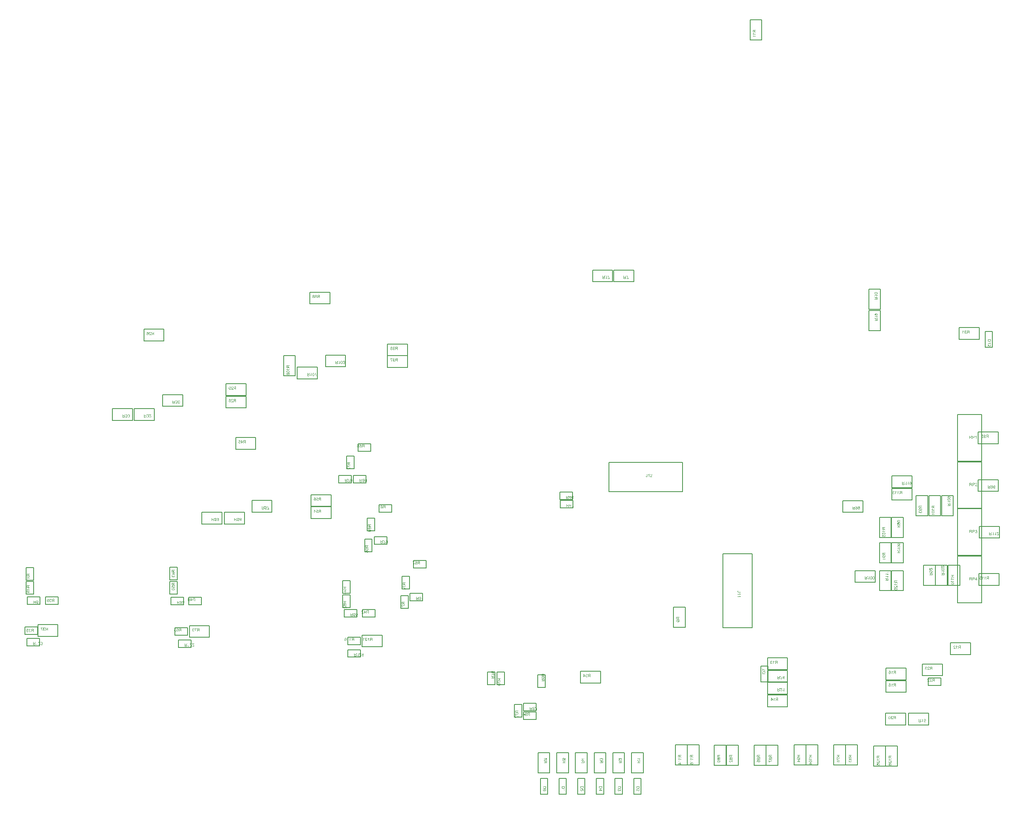
<source format=gbr>
%TF.GenerationSoftware,Altium Limited,Altium Designer,21.6.4 (81)*%
G04 Layer_Color=8388736*
%FSLAX43Y43*%
%MOMM*%
%TF.SameCoordinates,76D5CAF9-2094-4FD7-9A7B-915B2AFADFAF*%
%TF.FilePolarity,Positive*%
%TF.FileFunction,Other,Mechanical_10*%
%TF.Part,Single*%
G01*
G75*
%TA.AperFunction,NonConductor*%
%ADD115C,0.200*%
G36*
X117052Y108331D02*
X116967D01*
Y108614D01*
X116858D01*
X116848Y108614D01*
X116841D01*
X116834Y108613D01*
X116830Y108612D01*
X116826D01*
X116824Y108611D01*
X116823D01*
X116808Y108606D01*
X116802Y108603D01*
X116796Y108601D01*
X116791Y108598D01*
X116787Y108596D01*
X116785Y108595D01*
X116784Y108594D01*
X116777Y108589D01*
X116769Y108582D01*
X116756Y108568D01*
X116749Y108562D01*
X116745Y108556D01*
X116742Y108552D01*
X116741Y108552D01*
X116732Y108539D01*
X116721Y108525D01*
X116711Y108510D01*
X116701Y108496D01*
X116693Y108483D01*
X116686Y108473D01*
X116683Y108469D01*
X116682Y108467D01*
X116680Y108465D01*
Y108464D01*
X116596Y108331D01*
X116490D01*
X116600Y108504D01*
X116613Y108523D01*
X116625Y108540D01*
X116637Y108553D01*
X116647Y108566D01*
X116657Y108576D01*
X116664Y108583D01*
X116669Y108588D01*
X116671Y108589D01*
X116678Y108595D01*
X116686Y108601D01*
X116703Y108612D01*
X116710Y108615D01*
X116716Y108619D01*
X116720Y108621D01*
X116721Y108622D01*
X116705Y108625D01*
X116689Y108627D01*
X116675Y108632D01*
X116661Y108636D01*
X116649Y108640D01*
X116638Y108646D01*
X116628Y108650D01*
X116619Y108655D01*
X116611Y108661D01*
X116604Y108665D01*
X116598Y108669D01*
X116594Y108673D01*
X116590Y108675D01*
X116587Y108678D01*
X116586Y108679D01*
X116585Y108680D01*
X116578Y108689D01*
X116571Y108699D01*
X116560Y108718D01*
X116552Y108737D01*
X116547Y108756D01*
X116543Y108772D01*
X116542Y108778D01*
Y108785D01*
X116541Y108789D01*
Y108793D01*
Y108795D01*
Y108796D01*
X116542Y108815D01*
X116545Y108833D01*
X116549Y108849D01*
X116554Y108863D01*
X116560Y108875D01*
X116563Y108884D01*
X116567Y108890D01*
X116568Y108891D01*
Y108892D01*
X116579Y108907D01*
X116590Y108920D01*
X116602Y108931D01*
X116613Y108939D01*
X116623Y108945D01*
X116632Y108949D01*
X116637Y108952D01*
X116638Y108953D01*
X116639D01*
X116647Y108956D01*
X116658Y108958D01*
X116678Y108963D01*
X116700Y108966D01*
X116720Y108969D01*
X116740Y108969D01*
X116748D01*
X116756Y108970D01*
X117052D01*
Y108331D01*
D02*
G37*
G36*
X116247Y108972D02*
X116262Y108971D01*
X116288Y108966D01*
X116300Y108962D01*
X116311Y108958D01*
X116321Y108954D01*
X116330Y108949D01*
X116338Y108945D01*
X116345Y108940D01*
X116352Y108936D01*
X116356Y108932D01*
X116360Y108930D01*
X116363Y108927D01*
X116365Y108926D01*
X116365Y108925D01*
X116374Y108916D01*
X116382Y108907D01*
X116389Y108896D01*
X116394Y108886D01*
X116403Y108867D01*
X116409Y108848D01*
X116413Y108833D01*
X116414Y108825D01*
X116414Y108820D01*
X116415Y108814D01*
Y108810D01*
Y108809D01*
Y108808D01*
X116414Y108791D01*
X116412Y108775D01*
X116408Y108761D01*
X116403Y108749D01*
X116400Y108740D01*
X116396Y108733D01*
X116393Y108729D01*
X116392Y108727D01*
X116382Y108716D01*
X116371Y108706D01*
X116359Y108697D01*
X116347Y108689D01*
X116336Y108684D01*
X116328Y108680D01*
X116324Y108678D01*
X116321Y108677D01*
X116320Y108676D01*
X116319D01*
X116340Y108670D01*
X116358Y108662D01*
X116374Y108651D01*
X116387Y108642D01*
X116397Y108633D01*
X116404Y108626D01*
X116408Y108621D01*
X116410Y108620D01*
Y108619D01*
X116420Y108602D01*
X116428Y108585D01*
X116434Y108568D01*
X116438Y108552D01*
X116439Y108537D01*
X116440Y108530D01*
Y108525D01*
X116441Y108521D01*
Y108517D01*
Y108516D01*
Y108515D01*
X116440Y108500D01*
X116438Y108485D01*
X116436Y108471D01*
X116432Y108457D01*
X116423Y108434D01*
X116418Y108423D01*
X116413Y108414D01*
X116407Y108405D01*
X116402Y108397D01*
X116397Y108391D01*
X116393Y108385D01*
X116389Y108381D01*
X116387Y108378D01*
X116385Y108376D01*
X116384Y108375D01*
X116373Y108365D01*
X116361Y108356D01*
X116348Y108349D01*
X116335Y108343D01*
X116323Y108338D01*
X116310Y108333D01*
X116285Y108327D01*
X116274Y108324D01*
X116264Y108322D01*
X116255Y108321D01*
X116246Y108320D01*
X116240Y108320D01*
X116230D01*
X116213Y108320D01*
X116197Y108322D01*
X116181Y108325D01*
X116167Y108328D01*
X116154Y108332D01*
X116141Y108337D01*
X116129Y108342D01*
X116119Y108347D01*
X116109Y108353D01*
X116101Y108357D01*
X116095Y108362D01*
X116088Y108367D01*
X116083Y108369D01*
X116081Y108372D01*
X116079Y108374D01*
X116078Y108375D01*
X116068Y108386D01*
X116058Y108397D01*
X116051Y108408D01*
X116045Y108420D01*
X116038Y108431D01*
X116034Y108443D01*
X116027Y108465D01*
X116024Y108475D01*
X116022Y108484D01*
X116022Y108492D01*
X116021Y108499D01*
X116020Y108504D01*
Y108509D01*
Y108512D01*
Y108513D01*
X116021Y108534D01*
X116024Y108553D01*
X116030Y108571D01*
X116035Y108586D01*
X116041Y108598D01*
X116046Y108607D01*
X116050Y108613D01*
X116051Y108614D01*
Y108614D01*
X116064Y108629D01*
X116078Y108642D01*
X116093Y108652D01*
X116107Y108662D01*
X116120Y108668D01*
X116131Y108673D01*
X116134Y108675D01*
X116137Y108675D01*
X116139Y108676D01*
X116140D01*
X116123Y108684D01*
X116109Y108692D01*
X116097Y108700D01*
X116087Y108709D01*
X116080Y108716D01*
X116074Y108722D01*
X116071Y108725D01*
X116070Y108727D01*
X116061Y108740D01*
X116056Y108753D01*
X116051Y108766D01*
X116048Y108779D01*
X116046Y108789D01*
X116046Y108798D01*
Y108803D01*
Y108804D01*
Y108805D01*
X116046Y108818D01*
X116047Y108830D01*
X116054Y108853D01*
X116062Y108873D01*
X116071Y108891D01*
X116081Y108905D01*
X116085Y108910D01*
X116089Y108916D01*
X116093Y108920D01*
X116095Y108922D01*
X116096Y108923D01*
X116097Y108924D01*
X116107Y108932D01*
X116118Y108941D01*
X116129Y108947D01*
X116140Y108953D01*
X116162Y108961D01*
X116184Y108967D01*
X116193Y108969D01*
X116203Y108970D01*
X116211Y108971D01*
X116218Y108972D01*
X116224Y108973D01*
X116232D01*
X116247Y108972D01*
D02*
G37*
G36*
X115750D02*
X115764Y108971D01*
X115790Y108966D01*
X115802Y108962D01*
X115813Y108958D01*
X115824Y108954D01*
X115833Y108949D01*
X115840Y108945D01*
X115848Y108940D01*
X115854Y108936D01*
X115859Y108932D01*
X115862Y108930D01*
X115865Y108927D01*
X115867Y108926D01*
X115868Y108925D01*
X115876Y108916D01*
X115885Y108907D01*
X115891Y108896D01*
X115897Y108886D01*
X115906Y108867D01*
X115911Y108848D01*
X115915Y108833D01*
X115916Y108825D01*
X115917Y108820D01*
X115918Y108814D01*
Y108810D01*
Y108809D01*
Y108808D01*
X115917Y108791D01*
X115914Y108775D01*
X115911Y108761D01*
X115906Y108749D01*
X115902Y108740D01*
X115899Y108733D01*
X115896Y108729D01*
X115895Y108727D01*
X115885Y108716D01*
X115874Y108706D01*
X115862Y108697D01*
X115850Y108689D01*
X115838Y108684D01*
X115830Y108680D01*
X115826Y108678D01*
X115824Y108677D01*
X115823Y108676D01*
X115822D01*
X115843Y108670D01*
X115861Y108662D01*
X115876Y108651D01*
X115889Y108642D01*
X115899Y108633D01*
X115907Y108626D01*
X115911Y108621D01*
X115912Y108620D01*
Y108619D01*
X115923Y108602D01*
X115931Y108585D01*
X115936Y108568D01*
X115940Y108552D01*
X115942Y108537D01*
X115943Y108530D01*
Y108525D01*
X115944Y108521D01*
Y108517D01*
Y108516D01*
Y108515D01*
X115943Y108500D01*
X115941Y108485D01*
X115938Y108471D01*
X115935Y108457D01*
X115925Y108434D01*
X115921Y108423D01*
X115915Y108414D01*
X115910Y108405D01*
X115905Y108397D01*
X115899Y108391D01*
X115896Y108385D01*
X115892Y108381D01*
X115889Y108378D01*
X115887Y108376D01*
X115887Y108375D01*
X115875Y108365D01*
X115863Y108356D01*
X115850Y108349D01*
X115838Y108343D01*
X115826Y108338D01*
X115813Y108333D01*
X115788Y108327D01*
X115776Y108324D01*
X115766Y108322D01*
X115757Y108321D01*
X115749Y108320D01*
X115742Y108320D01*
X115733D01*
X115715Y108320D01*
X115700Y108322D01*
X115684Y108325D01*
X115669Y108328D01*
X115656Y108332D01*
X115643Y108337D01*
X115631Y108342D01*
X115621Y108347D01*
X115612Y108353D01*
X115604Y108357D01*
X115597Y108362D01*
X115591Y108367D01*
X115586Y108369D01*
X115583Y108372D01*
X115581Y108374D01*
X115580Y108375D01*
X115570Y108386D01*
X115561Y108397D01*
X115554Y108408D01*
X115547Y108420D01*
X115541Y108431D01*
X115536Y108443D01*
X115530Y108465D01*
X115527Y108475D01*
X115525Y108484D01*
X115524Y108492D01*
X115523Y108499D01*
X115522Y108504D01*
Y108509D01*
Y108512D01*
Y108513D01*
X115523Y108534D01*
X115527Y108553D01*
X115532Y108571D01*
X115538Y108586D01*
X115544Y108598D01*
X115549Y108607D01*
X115553Y108613D01*
X115554Y108614D01*
Y108614D01*
X115567Y108629D01*
X115580Y108642D01*
X115595Y108652D01*
X115609Y108662D01*
X115622Y108668D01*
X115633Y108673D01*
X115637Y108675D01*
X115640Y108675D01*
X115642Y108676D01*
X115642D01*
X115626Y108684D01*
X115612Y108692D01*
X115600Y108700D01*
X115590Y108709D01*
X115582Y108716D01*
X115577Y108722D01*
X115573Y108725D01*
X115572Y108727D01*
X115564Y108740D01*
X115558Y108753D01*
X115554Y108766D01*
X115551Y108779D01*
X115549Y108789D01*
X115548Y108798D01*
Y108803D01*
Y108804D01*
Y108805D01*
X115549Y108818D01*
X115550Y108830D01*
X115556Y108853D01*
X115565Y108873D01*
X115574Y108891D01*
X115583Y108905D01*
X115588Y108910D01*
X115592Y108916D01*
X115595Y108920D01*
X115598Y108922D01*
X115599Y108923D01*
X115600Y108924D01*
X115610Y108932D01*
X115620Y108941D01*
X115631Y108947D01*
X115642Y108953D01*
X115665Y108961D01*
X115687Y108967D01*
X115696Y108969D01*
X115705Y108970D01*
X115714Y108971D01*
X115721Y108972D01*
X115727Y108973D01*
X115735D01*
X115750Y108972D01*
D02*
G37*
G36*
X194000Y39915D02*
X193716D01*
Y39806D01*
X193717Y39796D01*
Y39788D01*
X193718Y39782D01*
X193719Y39777D01*
Y39773D01*
X193720Y39772D01*
Y39771D01*
X193724Y39756D01*
X193727Y39749D01*
X193730Y39744D01*
X193733Y39738D01*
X193735Y39735D01*
X193736Y39733D01*
X193736Y39732D01*
X193742Y39724D01*
X193749Y39717D01*
X193762Y39703D01*
X193769Y39697D01*
X193774Y39692D01*
X193778Y39689D01*
X193779Y39688D01*
X193792Y39679D01*
X193806Y39669D01*
X193821Y39659D01*
X193835Y39649D01*
X193847Y39640D01*
X193858Y39634D01*
X193861Y39631D01*
X193864Y39629D01*
X193866Y39627D01*
X193867D01*
X194000Y39543D01*
Y39438D01*
X193826Y39548D01*
X193808Y39561D01*
X193791Y39573D01*
X193777Y39585D01*
X193764Y39595D01*
X193755Y39604D01*
X193748Y39612D01*
X193743Y39616D01*
X193741Y39618D01*
X193736Y39626D01*
X193729Y39634D01*
X193719Y39651D01*
X193715Y39658D01*
X193712Y39663D01*
X193710Y39667D01*
X193709Y39669D01*
X193706Y39652D01*
X193703Y39637D01*
X193699Y39623D01*
X193695Y39609D01*
X193690Y39597D01*
X193685Y39586D01*
X193680Y39576D01*
X193675Y39566D01*
X193670Y39559D01*
X193665Y39552D01*
X193662Y39546D01*
X193658Y39541D01*
X193655Y39538D01*
X193652Y39535D01*
X193651Y39534D01*
X193651Y39533D01*
X193641Y39526D01*
X193632Y39518D01*
X193613Y39507D01*
X193593Y39500D01*
X193575Y39494D01*
X193559Y39491D01*
X193553Y39490D01*
X193546D01*
X193541Y39489D01*
X193538D01*
X193536D01*
X193535D01*
X193516Y39490D01*
X193498Y39492D01*
X193481Y39497D01*
X193467Y39502D01*
X193455Y39507D01*
X193446Y39511D01*
X193441Y39515D01*
X193440Y39516D01*
X193439D01*
X193424Y39527D01*
X193411Y39538D01*
X193400Y39550D01*
X193392Y39561D01*
X193385Y39571D01*
X193381Y39579D01*
X193379Y39585D01*
X193378Y39586D01*
Y39587D01*
X193375Y39595D01*
X193372Y39605D01*
X193368Y39626D01*
X193365Y39648D01*
X193362Y39668D01*
X193361Y39688D01*
Y39696D01*
X193360Y39703D01*
Y40000D01*
X194000D01*
Y39915D01*
D02*
G37*
G36*
X193591Y39387D02*
X193607Y39385D01*
X193623Y39383D01*
X193638Y39380D01*
X193651Y39375D01*
X193663Y39370D01*
X193675Y39366D01*
X193685Y39360D01*
X193694Y39356D01*
X193702Y39351D01*
X193709Y39346D01*
X193715Y39342D01*
X193720Y39338D01*
X193723Y39336D01*
X193724Y39334D01*
X193725Y39333D01*
X193736Y39323D01*
X193744Y39312D01*
X193752Y39301D01*
X193759Y39289D01*
X193764Y39278D01*
X193769Y39267D01*
X193775Y39246D01*
X193778Y39236D01*
X193780Y39227D01*
X193781Y39220D01*
X193782Y39212D01*
X193783Y39207D01*
Y39199D01*
X193782Y39182D01*
X193779Y39165D01*
X193775Y39150D01*
X193771Y39136D01*
X193767Y39126D01*
X193763Y39118D01*
X193761Y39112D01*
X193760Y39111D01*
X193750Y39096D01*
X193740Y39083D01*
X193730Y39072D01*
X193721Y39062D01*
X193712Y39056D01*
X193705Y39050D01*
X193700Y39047D01*
X193699Y39046D01*
X193706D01*
X193711D01*
X193713D01*
X193714D01*
X193733Y39047D01*
X193750Y39048D01*
X193766Y39050D01*
X193781Y39051D01*
X193793Y39054D01*
X193802Y39056D01*
X193806Y39057D01*
X193809D01*
X193810Y39058D01*
X193810D01*
X193827Y39062D01*
X193842Y39067D01*
X193855Y39072D01*
X193866Y39076D01*
X193874Y39080D01*
X193881Y39084D01*
X193885Y39086D01*
X193886Y39087D01*
X193896Y39094D01*
X193905Y39101D01*
X193912Y39109D01*
X193919Y39116D01*
X193924Y39122D01*
X193928Y39127D01*
X193930Y39131D01*
X193931Y39132D01*
X193936Y39142D01*
X193940Y39153D01*
X193943Y39163D01*
X193945Y39173D01*
X193945Y39182D01*
X193946Y39188D01*
Y39195D01*
X193945Y39209D01*
X193943Y39223D01*
X193939Y39235D01*
X193934Y39246D01*
X193931Y39253D01*
X193927Y39259D01*
X193924Y39263D01*
X193923Y39264D01*
X193913Y39273D01*
X193901Y39281D01*
X193888Y39287D01*
X193875Y39292D01*
X193864Y39295D01*
X193854Y39298D01*
X193850Y39299D01*
X193848D01*
X193847Y39300D01*
X193846D01*
X193852Y39376D01*
X193879Y39370D01*
X193902Y39363D01*
X193922Y39354D01*
X193939Y39344D01*
X193952Y39335D01*
X193957Y39331D01*
X193962Y39327D01*
X193965Y39324D01*
X193968Y39321D01*
X193969Y39320D01*
X193969Y39320D01*
X193977Y39310D01*
X193983Y39300D01*
X193994Y39280D01*
X194001Y39259D01*
X194006Y39240D01*
X194009Y39222D01*
X194010Y39215D01*
Y39209D01*
X194011Y39204D01*
Y39197D01*
X194009Y39171D01*
X194006Y39148D01*
X193999Y39126D01*
X193992Y39109D01*
X193989Y39101D01*
X193985Y39094D01*
X193982Y39088D01*
X193979Y39083D01*
X193977Y39079D01*
X193975Y39076D01*
X193973Y39075D01*
Y39074D01*
X193957Y39055D01*
X193940Y39038D01*
X193921Y39026D01*
X193904Y39014D01*
X193888Y39005D01*
X193881Y39001D01*
X193875Y38999D01*
X193870Y38997D01*
X193866Y38995D01*
X193864Y38994D01*
X193863D01*
X193849Y38989D01*
X193834Y38985D01*
X193802Y38978D01*
X193769Y38974D01*
X193737Y38971D01*
X193724Y38969D01*
X193710Y38968D01*
X193698D01*
X193688Y38967D01*
X193679D01*
X193673D01*
X193668D01*
X193667D01*
X193646D01*
X193626Y38968D01*
X193607Y38970D01*
X193589Y38972D01*
X193574Y38974D01*
X193559Y38976D01*
X193545Y38978D01*
X193533Y38981D01*
X193523Y38984D01*
X193514Y38986D01*
X193505Y38989D01*
X193499Y38990D01*
X193494Y38992D01*
X193491Y38994D01*
X193489Y38995D01*
X193488D01*
X193466Y39006D01*
X193446Y39018D01*
X193430Y39032D01*
X193416Y39044D01*
X193406Y39056D01*
X193398Y39065D01*
X193395Y39069D01*
X193393Y39072D01*
X193392Y39073D01*
Y39074D01*
X193381Y39093D01*
X193372Y39112D01*
X193366Y39132D01*
X193362Y39149D01*
X193359Y39165D01*
X193358Y39172D01*
Y39176D01*
X193357Y39181D01*
Y39187D01*
X193358Y39203D01*
X193360Y39218D01*
X193363Y39233D01*
X193367Y39246D01*
X193377Y39271D01*
X193381Y39282D01*
X193387Y39291D01*
X193393Y39300D01*
X193398Y39307D01*
X193404Y39315D01*
X193408Y39320D01*
X193412Y39325D01*
X193415Y39328D01*
X193417Y39330D01*
X193418Y39331D01*
X193429Y39341D01*
X193442Y39349D01*
X193454Y39357D01*
X193467Y39364D01*
X193480Y39369D01*
X193493Y39374D01*
X193517Y39381D01*
X193529Y39383D01*
X193540Y39385D01*
X193550Y39386D01*
X193558Y39387D01*
X193565Y39388D01*
X193569D01*
X193573D01*
X193574D01*
X193591Y39387D01*
D02*
G37*
G36*
X231552Y63526D02*
X231539Y63508D01*
X231527Y63491D01*
X231515Y63477D01*
X231505Y63464D01*
X231496Y63455D01*
X231488Y63448D01*
X231484Y63443D01*
X231482Y63441D01*
X231474Y63436D01*
X231466Y63429D01*
X231449Y63419D01*
X231442Y63415D01*
X231437Y63412D01*
X231433Y63410D01*
X231431Y63409D01*
X231448Y63406D01*
X231463Y63403D01*
X231477Y63399D01*
X231491Y63395D01*
X231503Y63390D01*
X231514Y63385D01*
X231524Y63380D01*
X231534Y63375D01*
X231541Y63370D01*
X231548Y63365D01*
X231554Y63362D01*
X231559Y63358D01*
X231562Y63355D01*
X231565Y63352D01*
X231566Y63351D01*
X231567Y63351D01*
X231574Y63341D01*
X231582Y63332D01*
X231593Y63313D01*
X231600Y63293D01*
X231606Y63275D01*
X231609Y63259D01*
X231610Y63253D01*
Y63246D01*
X231611Y63241D01*
Y63238D01*
Y63236D01*
Y63235D01*
X231610Y63216D01*
X231608Y63198D01*
X231603Y63181D01*
X231598Y63167D01*
X231593Y63155D01*
X231589Y63146D01*
X231585Y63141D01*
X231584Y63140D01*
Y63139D01*
X231573Y63124D01*
X231562Y63111D01*
X231550Y63100D01*
X231539Y63092D01*
X231529Y63085D01*
X231521Y63081D01*
X231515Y63079D01*
X231514Y63078D01*
X231513D01*
X231505Y63075D01*
X231495Y63072D01*
X231474Y63068D01*
X231452Y63065D01*
X231432Y63062D01*
X231413Y63061D01*
X231404D01*
X231397Y63060D01*
X231100D01*
Y63700D01*
X231185D01*
Y63416D01*
X231294D01*
X231304Y63417D01*
X231312D01*
X231318Y63418D01*
X231323Y63419D01*
X231327D01*
X231328Y63420D01*
X231329D01*
X231344Y63424D01*
X231351Y63427D01*
X231356Y63430D01*
X231362Y63433D01*
X231365Y63435D01*
X231367Y63436D01*
X231368Y63437D01*
X231376Y63442D01*
X231383Y63449D01*
X231397Y63462D01*
X231403Y63469D01*
X231408Y63474D01*
X231411Y63478D01*
X231412Y63479D01*
X231421Y63492D01*
X231431Y63506D01*
X231441Y63521D01*
X231451Y63535D01*
X231460Y63547D01*
X231466Y63558D01*
X231469Y63561D01*
X231471Y63564D01*
X231473Y63566D01*
Y63567D01*
X231557Y63700D01*
X231662D01*
X231552Y63526D01*
D02*
G37*
G36*
X232427Y63709D02*
X232450Y63706D01*
X232471Y63699D01*
X232489Y63692D01*
X232496Y63689D01*
X232503Y63685D01*
X232509Y63682D01*
X232515Y63679D01*
X232518Y63677D01*
X232521Y63675D01*
X232523Y63673D01*
X232524D01*
X232542Y63657D01*
X232559Y63640D01*
X232572Y63621D01*
X232583Y63604D01*
X232592Y63588D01*
X232596Y63581D01*
X232599Y63575D01*
X232601Y63570D01*
X232602Y63566D01*
X232603Y63564D01*
Y63563D01*
X232608Y63549D01*
X232613Y63534D01*
X232619Y63502D01*
X232624Y63469D01*
X232626Y63437D01*
X232628Y63424D01*
X232629Y63410D01*
Y63398D01*
X232630Y63388D01*
Y63379D01*
Y63373D01*
Y63368D01*
Y63367D01*
Y63346D01*
X232629Y63326D01*
X232627Y63307D01*
X232626Y63289D01*
X232624Y63274D01*
X232622Y63259D01*
X232619Y63245D01*
X232616Y63233D01*
X232613Y63223D01*
X232612Y63214D01*
X232609Y63205D01*
X232607Y63199D01*
X232605Y63194D01*
X232603Y63191D01*
X232602Y63189D01*
Y63188D01*
X232591Y63166D01*
X232579Y63146D01*
X232565Y63130D01*
X232553Y63116D01*
X232541Y63106D01*
X232532Y63098D01*
X232528Y63095D01*
X232526Y63093D01*
X232525Y63092D01*
X232524D01*
X232504Y63081D01*
X232485Y63072D01*
X232466Y63066D01*
X232448Y63062D01*
X232432Y63059D01*
X232426Y63058D01*
X232421D01*
X232417Y63057D01*
X232410D01*
X232394Y63058D01*
X232380Y63060D01*
X232365Y63063D01*
X232352Y63067D01*
X232327Y63077D01*
X232316Y63081D01*
X232307Y63087D01*
X232297Y63093D01*
X232290Y63098D01*
X232283Y63104D01*
X232277Y63108D01*
X232272Y63112D01*
X232270Y63115D01*
X232268Y63117D01*
X232267Y63118D01*
X232257Y63129D01*
X232248Y63142D01*
X232240Y63154D01*
X232234Y63167D01*
X232228Y63180D01*
X232223Y63193D01*
X232217Y63217D01*
X232214Y63229D01*
X232212Y63240D01*
X232211Y63250D01*
X232210Y63258D01*
X232209Y63265D01*
Y63269D01*
Y63273D01*
Y63274D01*
X232210Y63291D01*
X232212Y63307D01*
X232214Y63323D01*
X232218Y63338D01*
X232222Y63351D01*
X232227Y63363D01*
X232232Y63375D01*
X232237Y63385D01*
X232242Y63394D01*
X232246Y63402D01*
X232251Y63409D01*
X232256Y63415D01*
X232259Y63420D01*
X232261Y63423D01*
X232263Y63424D01*
X232264Y63425D01*
X232274Y63436D01*
X232285Y63444D01*
X232296Y63452D01*
X232308Y63459D01*
X232319Y63464D01*
X232331Y63469D01*
X232352Y63475D01*
X232361Y63478D01*
X232370Y63480D01*
X232378Y63481D01*
X232385Y63482D01*
X232391Y63483D01*
X232398D01*
X232416Y63482D01*
X232432Y63479D01*
X232447Y63475D01*
X232461Y63471D01*
X232471Y63467D01*
X232479Y63463D01*
X232485Y63461D01*
X232487Y63460D01*
X232502Y63450D01*
X232515Y63440D01*
X232526Y63430D01*
X232535Y63421D01*
X232541Y63412D01*
X232547Y63405D01*
X232551Y63400D01*
X232552Y63399D01*
Y63406D01*
Y63411D01*
Y63413D01*
Y63414D01*
X232551Y63433D01*
X232550Y63450D01*
X232548Y63466D01*
X232546Y63481D01*
X232543Y63493D01*
X232541Y63502D01*
X232540Y63506D01*
Y63509D01*
X232540Y63510D01*
Y63510D01*
X232535Y63527D01*
X232530Y63542D01*
X232526Y63555D01*
X232521Y63566D01*
X232517Y63574D01*
X232514Y63581D01*
X232512Y63585D01*
X232511Y63586D01*
X232503Y63596D01*
X232496Y63605D01*
X232489Y63612D01*
X232481Y63619D01*
X232476Y63624D01*
X232470Y63628D01*
X232467Y63630D01*
X232466Y63631D01*
X232455Y63636D01*
X232444Y63640D01*
X232434Y63643D01*
X232424Y63645D01*
X232416Y63645D01*
X232409Y63646D01*
X232403D01*
X232388Y63645D01*
X232374Y63643D01*
X232362Y63639D01*
X232352Y63634D01*
X232344Y63631D01*
X232338Y63627D01*
X232334Y63624D01*
X232333Y63623D01*
X232324Y63613D01*
X232317Y63601D01*
X232310Y63588D01*
X232306Y63575D01*
X232302Y63564D01*
X232299Y63554D01*
X232298Y63550D01*
Y63548D01*
X232297Y63547D01*
Y63546D01*
X232221Y63552D01*
X232227Y63579D01*
X232234Y63602D01*
X232244Y63622D01*
X232253Y63639D01*
X232262Y63652D01*
X232267Y63657D01*
X232270Y63662D01*
X232273Y63665D01*
X232276Y63668D01*
X232277Y63669D01*
X232278Y63669D01*
X232287Y63677D01*
X232297Y63683D01*
X232318Y63694D01*
X232338Y63701D01*
X232357Y63706D01*
X232375Y63709D01*
X232382Y63710D01*
X232389D01*
X232393Y63711D01*
X232401D01*
X232427Y63709D01*
D02*
G37*
G36*
X231929D02*
X231952Y63706D01*
X231974Y63699D01*
X231991Y63692D01*
X231999Y63689D01*
X232006Y63685D01*
X232012Y63682D01*
X232017Y63679D01*
X232021Y63677D01*
X232024Y63675D01*
X232025Y63673D01*
X232026D01*
X232045Y63657D01*
X232062Y63640D01*
X232074Y63621D01*
X232086Y63604D01*
X232095Y63588D01*
X232099Y63581D01*
X232101Y63575D01*
X232103Y63570D01*
X232105Y63566D01*
X232106Y63564D01*
Y63563D01*
X232111Y63549D01*
X232115Y63534D01*
X232122Y63502D01*
X232126Y63469D01*
X232129Y63437D01*
X232131Y63424D01*
X232132Y63410D01*
Y63398D01*
X232133Y63388D01*
Y63379D01*
Y63373D01*
Y63368D01*
Y63367D01*
Y63346D01*
X232132Y63326D01*
X232130Y63307D01*
X232128Y63289D01*
X232126Y63274D01*
X232124Y63259D01*
X232122Y63245D01*
X232119Y63233D01*
X232116Y63223D01*
X232114Y63214D01*
X232111Y63205D01*
X232110Y63199D01*
X232108Y63194D01*
X232106Y63191D01*
X232105Y63189D01*
Y63188D01*
X232094Y63166D01*
X232082Y63146D01*
X232068Y63130D01*
X232056Y63116D01*
X232044Y63106D01*
X232035Y63098D01*
X232031Y63095D01*
X232028Y63093D01*
X232027Y63092D01*
X232026D01*
X232007Y63081D01*
X231988Y63072D01*
X231968Y63066D01*
X231951Y63062D01*
X231935Y63059D01*
X231928Y63058D01*
X231924D01*
X231919Y63057D01*
X231913D01*
X231897Y63058D01*
X231882Y63060D01*
X231867Y63063D01*
X231854Y63067D01*
X231829Y63077D01*
X231818Y63081D01*
X231809Y63087D01*
X231800Y63093D01*
X231792Y63098D01*
X231785Y63104D01*
X231780Y63108D01*
X231775Y63112D01*
X231772Y63115D01*
X231770Y63117D01*
X231769Y63118D01*
X231759Y63129D01*
X231751Y63142D01*
X231743Y63154D01*
X231736Y63167D01*
X231731Y63180D01*
X231726Y63193D01*
X231719Y63217D01*
X231717Y63229D01*
X231715Y63240D01*
X231714Y63250D01*
X231713Y63258D01*
X231712Y63265D01*
Y63269D01*
Y63273D01*
Y63274D01*
X231713Y63291D01*
X231715Y63307D01*
X231717Y63323D01*
X231720Y63338D01*
X231725Y63351D01*
X231730Y63363D01*
X231734Y63375D01*
X231740Y63385D01*
X231744Y63394D01*
X231749Y63402D01*
X231754Y63409D01*
X231758Y63415D01*
X231762Y63420D01*
X231764Y63423D01*
X231766Y63424D01*
X231767Y63425D01*
X231777Y63436D01*
X231788Y63444D01*
X231799Y63452D01*
X231811Y63459D01*
X231822Y63464D01*
X231833Y63469D01*
X231854Y63475D01*
X231864Y63478D01*
X231873Y63480D01*
X231880Y63481D01*
X231888Y63482D01*
X231893Y63483D01*
X231901D01*
X231918Y63482D01*
X231935Y63479D01*
X231950Y63475D01*
X231964Y63471D01*
X231974Y63467D01*
X231982Y63463D01*
X231988Y63461D01*
X231989Y63460D01*
X232004Y63450D01*
X232017Y63440D01*
X232028Y63430D01*
X232038Y63421D01*
X232044Y63412D01*
X232050Y63405D01*
X232053Y63400D01*
X232054Y63399D01*
Y63406D01*
Y63411D01*
Y63413D01*
Y63414D01*
X232053Y63433D01*
X232052Y63450D01*
X232050Y63466D01*
X232049Y63481D01*
X232046Y63493D01*
X232044Y63502D01*
X232043Y63506D01*
Y63509D01*
X232042Y63510D01*
Y63510D01*
X232038Y63527D01*
X232033Y63542D01*
X232028Y63555D01*
X232024Y63566D01*
X232020Y63574D01*
X232016Y63581D01*
X232014Y63585D01*
X232013Y63586D01*
X232006Y63596D01*
X231999Y63605D01*
X231991Y63612D01*
X231984Y63619D01*
X231978Y63624D01*
X231973Y63628D01*
X231969Y63630D01*
X231968Y63631D01*
X231958Y63636D01*
X231947Y63640D01*
X231937Y63643D01*
X231927Y63645D01*
X231918Y63645D01*
X231912Y63646D01*
X231905D01*
X231891Y63645D01*
X231877Y63643D01*
X231865Y63639D01*
X231854Y63634D01*
X231847Y63631D01*
X231841Y63627D01*
X231837Y63624D01*
X231836Y63623D01*
X231827Y63613D01*
X231819Y63601D01*
X231813Y63588D01*
X231808Y63575D01*
X231805Y63564D01*
X231802Y63554D01*
X231801Y63550D01*
Y63548D01*
X231800Y63547D01*
Y63546D01*
X231724Y63552D01*
X231730Y63579D01*
X231737Y63602D01*
X231746Y63622D01*
X231756Y63639D01*
X231765Y63652D01*
X231769Y63657D01*
X231773Y63662D01*
X231776Y63665D01*
X231779Y63668D01*
X231780Y63669D01*
X231780Y63669D01*
X231790Y63677D01*
X231800Y63683D01*
X231820Y63694D01*
X231841Y63701D01*
X231860Y63706D01*
X231878Y63709D01*
X231885Y63710D01*
X231891D01*
X231896Y63711D01*
X231903D01*
X231929Y63709D01*
D02*
G37*
G36*
X260524Y68020D02*
X260511Y68002D01*
X260499Y67985D01*
X260487Y67971D01*
X260477Y67959D01*
X260467Y67949D01*
X260460Y67942D01*
X260455Y67937D01*
X260454Y67935D01*
X260446Y67930D01*
X260438Y67923D01*
X260421Y67913D01*
X260414Y67910D01*
X260408Y67906D01*
X260405Y67904D01*
X260403Y67903D01*
X260419Y67900D01*
X260435Y67897D01*
X260449Y67893D01*
X260463Y67889D01*
X260475Y67885D01*
X260486Y67879D01*
X260496Y67874D01*
X260505Y67870D01*
X260513Y67864D01*
X260520Y67860D01*
X260526Y67856D01*
X260530Y67852D01*
X260534Y67849D01*
X260537Y67847D01*
X260538Y67846D01*
X260539Y67845D01*
X260546Y67836D01*
X260553Y67826D01*
X260564Y67807D01*
X260572Y67787D01*
X260577Y67769D01*
X260581Y67753D01*
X260582Y67747D01*
Y67740D01*
X260583Y67736D01*
Y67732D01*
Y67730D01*
Y67729D01*
X260582Y67710D01*
X260579Y67692D01*
X260575Y67676D01*
X260570Y67662D01*
X260564Y67650D01*
X260561Y67640D01*
X260557Y67635D01*
X260556Y67634D01*
Y67633D01*
X260545Y67618D01*
X260534Y67605D01*
X260522Y67594D01*
X260511Y67586D01*
X260501Y67579D01*
X260492Y67576D01*
X260487Y67573D01*
X260486Y67572D01*
X260485D01*
X260477Y67569D01*
X260466Y67566D01*
X260446Y67562D01*
X260424Y67559D01*
X260404Y67556D01*
X260384Y67555D01*
X260376D01*
X260368Y67554D01*
X260072D01*
Y68194D01*
X260157D01*
Y67910D01*
X260266D01*
X260276Y67911D01*
X260283D01*
X260290Y67912D01*
X260294Y67913D01*
X260298D01*
X260300Y67914D01*
X260301D01*
X260316Y67919D01*
X260322Y67922D01*
X260328Y67924D01*
X260333Y67927D01*
X260337Y67929D01*
X260339Y67930D01*
X260340Y67931D01*
X260347Y67936D01*
X260355Y67943D01*
X260368Y67957D01*
X260375Y67963D01*
X260380Y67969D01*
X260382Y67972D01*
X260383Y67973D01*
X260392Y67986D01*
X260403Y68000D01*
X260413Y68015D01*
X260423Y68029D01*
X260431Y68042D01*
X260438Y68052D01*
X260441Y68056D01*
X260442Y68058D01*
X260444Y68060D01*
Y68061D01*
X260528Y68194D01*
X260634D01*
X260524Y68020D01*
D02*
G37*
G36*
X260901Y68204D02*
X260924Y68200D01*
X260945Y68193D01*
X260963Y68186D01*
X260970Y68183D01*
X260978Y68179D01*
X260983Y68176D01*
X260989Y68173D01*
X260993Y68171D01*
X260995Y68169D01*
X260997Y68167D01*
X260998D01*
X261017Y68152D01*
X261033Y68134D01*
X261046Y68116D01*
X261057Y68098D01*
X261066Y68082D01*
X261070Y68075D01*
X261073Y68069D01*
X261075Y68064D01*
X261077Y68060D01*
X261078Y68058D01*
Y68057D01*
X261082Y68044D01*
X261087Y68028D01*
X261093Y67996D01*
X261098Y67963D01*
X261101Y67932D01*
X261103Y67918D01*
X261103Y67904D01*
Y67892D01*
X261104Y67882D01*
Y67873D01*
Y67867D01*
Y67862D01*
Y67861D01*
Y67840D01*
X261103Y67820D01*
X261102Y67801D01*
X261100Y67784D01*
X261098Y67768D01*
X261096Y67753D01*
X261093Y67739D01*
X261091Y67727D01*
X261088Y67717D01*
X261086Y67708D01*
X261083Y67700D01*
X261081Y67693D01*
X261079Y67689D01*
X261078Y67685D01*
X261077Y67683D01*
Y67682D01*
X261066Y67660D01*
X261054Y67640D01*
X261040Y67624D01*
X261028Y67610D01*
X261016Y67600D01*
X261006Y67592D01*
X261003Y67590D01*
X261000Y67588D01*
X260999Y67586D01*
X260998D01*
X260979Y67575D01*
X260959Y67566D01*
X260940Y67560D01*
X260922Y67556D01*
X260907Y67554D01*
X260900Y67553D01*
X260895D01*
X260891Y67552D01*
X260884D01*
X260869Y67553D01*
X260854Y67554D01*
X260839Y67557D01*
X260826Y67561D01*
X260801Y67571D01*
X260790Y67576D01*
X260781Y67581D01*
X260772Y67588D01*
X260764Y67592D01*
X260757Y67598D01*
X260751Y67603D01*
X260747Y67606D01*
X260744Y67609D01*
X260742Y67611D01*
X260741Y67612D01*
X260731Y67623D01*
X260723Y67636D01*
X260714Y67648D01*
X260708Y67661D01*
X260702Y67675D01*
X260698Y67688D01*
X260691Y67712D01*
X260688Y67724D01*
X260686Y67734D01*
X260686Y67744D01*
X260685Y67752D01*
X260684Y67759D01*
Y67763D01*
Y67767D01*
Y67768D01*
X260685Y67786D01*
X260686Y67801D01*
X260688Y67817D01*
X260692Y67832D01*
X260697Y67845D01*
X260701Y67858D01*
X260706Y67869D01*
X260711Y67879D01*
X260716Y67888D01*
X260721Y67897D01*
X260725Y67903D01*
X260730Y67910D01*
X260734Y67914D01*
X260736Y67917D01*
X260737Y67919D01*
X260738Y67920D01*
X260748Y67930D01*
X260760Y67938D01*
X260771Y67946D01*
X260783Y67953D01*
X260794Y67959D01*
X260805Y67963D01*
X260826Y67970D01*
X260835Y67972D01*
X260845Y67974D01*
X260852Y67975D01*
X260859Y67976D01*
X260865Y67977D01*
X260872D01*
X260890Y67976D01*
X260907Y67973D01*
X260921Y67970D01*
X260935Y67965D01*
X260945Y67961D01*
X260954Y67958D01*
X260959Y67955D01*
X260961Y67954D01*
X260976Y67945D01*
X260989Y67934D01*
X261000Y67924D01*
X261009Y67915D01*
X261016Y67906D01*
X261021Y67899D01*
X261025Y67895D01*
X261026Y67893D01*
Y67900D01*
Y67905D01*
Y67908D01*
Y67909D01*
X261025Y67927D01*
X261024Y67945D01*
X261022Y67960D01*
X261020Y67975D01*
X261017Y67987D01*
X261016Y67996D01*
X261015Y68000D01*
Y68003D01*
X261014Y68004D01*
Y68005D01*
X261009Y68021D01*
X261005Y68036D01*
X261000Y68049D01*
X260995Y68060D01*
X260992Y68069D01*
X260988Y68075D01*
X260986Y68080D01*
X260985Y68081D01*
X260978Y68091D01*
X260970Y68099D01*
X260963Y68106D01*
X260956Y68113D01*
X260950Y68118D01*
X260944Y68122D01*
X260941Y68124D01*
X260940Y68125D01*
X260930Y68130D01*
X260919Y68134D01*
X260908Y68137D01*
X260898Y68139D01*
X260890Y68140D01*
X260883Y68141D01*
X260877D01*
X260862Y68140D01*
X260848Y68137D01*
X260836Y68133D01*
X260826Y68129D01*
X260819Y68125D01*
X260812Y68121D01*
X260809Y68118D01*
X260808Y68118D01*
X260798Y68107D01*
X260791Y68095D01*
X260785Y68082D01*
X260780Y68069D01*
X260776Y68058D01*
X260773Y68048D01*
X260772Y68044D01*
Y68043D01*
X260772Y68041D01*
Y68040D01*
X260696Y68046D01*
X260701Y68073D01*
X260709Y68096D01*
X260718Y68117D01*
X260727Y68133D01*
X260736Y68146D01*
X260741Y68152D01*
X260745Y68156D01*
X260748Y68159D01*
X260750Y68162D01*
X260751Y68163D01*
X260752Y68164D01*
X260761Y68171D01*
X260772Y68178D01*
X260792Y68188D01*
X260812Y68195D01*
X260832Y68200D01*
X260849Y68204D01*
X260857Y68204D01*
X260863D01*
X260868Y68205D01*
X260875D01*
X260901Y68204D01*
D02*
G37*
G36*
X261421Y68204D02*
X261440Y68201D01*
X261458Y68197D01*
X261473Y68191D01*
X261485Y68187D01*
X261495Y68182D01*
X261498Y68181D01*
X261501Y68179D01*
X261502Y68179D01*
X261503D01*
X261519Y68167D01*
X261533Y68155D01*
X261545Y68142D01*
X261556Y68129D01*
X261564Y68117D01*
X261569Y68107D01*
X261571Y68104D01*
X261573Y68101D01*
X261574Y68100D01*
Y68099D01*
X261583Y68080D01*
X261590Y68059D01*
X261594Y68041D01*
X261597Y68023D01*
X261600Y68008D01*
Y68003D01*
X261601Y67997D01*
Y67993D01*
Y67990D01*
Y67988D01*
Y67987D01*
X261600Y67971D01*
X261598Y67955D01*
X261595Y67939D01*
X261593Y67925D01*
X261588Y67912D01*
X261583Y67899D01*
X261579Y67888D01*
X261573Y67878D01*
X261568Y67869D01*
X261563Y67860D01*
X261558Y67854D01*
X261554Y67848D01*
X261551Y67843D01*
X261548Y67840D01*
X261546Y67838D01*
X261545Y67837D01*
X261535Y67827D01*
X261524Y67818D01*
X261512Y67811D01*
X261501Y67804D01*
X261490Y67798D01*
X261479Y67793D01*
X261458Y67787D01*
X261448Y67784D01*
X261439Y67782D01*
X261432Y67781D01*
X261424Y67780D01*
X261419Y67779D01*
X261411D01*
X261395Y67780D01*
X261379Y67783D01*
X261364Y67786D01*
X261351Y67789D01*
X261340Y67794D01*
X261332Y67797D01*
X261326Y67799D01*
X261325Y67800D01*
X261324D01*
X261310Y67810D01*
X261297Y67820D01*
X261285Y67830D01*
X261275Y67841D01*
X261267Y67850D01*
X261261Y67858D01*
X261257Y67863D01*
X261256Y67864D01*
Y67848D01*
X261257Y67831D01*
X261258Y67816D01*
X261260Y67801D01*
X261261Y67788D01*
X261263Y67776D01*
X261264Y67765D01*
X261267Y67755D01*
X261269Y67746D01*
X261271Y67738D01*
X261273Y67732D01*
X261274Y67726D01*
X261275Y67723D01*
X261276Y67720D01*
X261277Y67718D01*
Y67717D01*
X261287Y67699D01*
X261296Y67682D01*
X261306Y67669D01*
X261315Y67658D01*
X261324Y67649D01*
X261330Y67642D01*
X261335Y67639D01*
X261336Y67638D01*
X261348Y67630D01*
X261359Y67626D01*
X261370Y67622D01*
X261381Y67619D01*
X261389Y67617D01*
X261397Y67616D01*
X261403D01*
X261420Y67618D01*
X261435Y67622D01*
X261448Y67628D01*
X261460Y67633D01*
X261470Y67640D01*
X261476Y67645D01*
X261480Y67649D01*
X261482Y67651D01*
X261488Y67659D01*
X261495Y67669D01*
X261500Y67680D01*
X261504Y67691D01*
X261508Y67701D01*
X261510Y67710D01*
X261511Y67715D01*
X261512Y67716D01*
Y67717D01*
X261591Y67711D01*
X261585Y67685D01*
X261577Y67662D01*
X261568Y67641D01*
X261557Y67625D01*
X261547Y67612D01*
X261544Y67606D01*
X261539Y67602D01*
X261536Y67599D01*
X261533Y67596D01*
X261532Y67595D01*
X261532Y67594D01*
X261522Y67587D01*
X261512Y67580D01*
X261492Y67569D01*
X261471Y67562D01*
X261452Y67557D01*
X261434Y67554D01*
X261427Y67553D01*
X261421D01*
X261415Y67552D01*
X261408D01*
X261389Y67553D01*
X261372Y67554D01*
X261355Y67558D01*
X261339Y67563D01*
X261325Y67569D01*
X261311Y67575D01*
X261299Y67582D01*
X261288Y67589D01*
X261279Y67595D01*
X261270Y67603D01*
X261263Y67608D01*
X261257Y67614D01*
X261252Y67619D01*
X261249Y67623D01*
X261247Y67625D01*
X261246Y67626D01*
X261234Y67642D01*
X261224Y67662D01*
X261214Y67682D01*
X261206Y67703D01*
X261200Y67726D01*
X261194Y67748D01*
X261189Y67771D01*
X261186Y67792D01*
X261183Y67813D01*
X261181Y67833D01*
X261179Y67850D01*
X261178Y67865D01*
Y67878D01*
X261177Y67887D01*
Y67891D01*
Y67894D01*
Y67895D01*
Y67896D01*
X261178Y67925D01*
X261180Y67953D01*
X261183Y67979D01*
X261188Y68003D01*
X261192Y68024D01*
X261197Y68044D01*
X261202Y68061D01*
X261209Y68077D01*
X261214Y68090D01*
X261220Y68102D01*
X261225Y68111D01*
X261230Y68119D01*
X261234Y68126D01*
X261237Y68130D01*
X261238Y68132D01*
X261239Y68133D01*
X261251Y68146D01*
X261264Y68157D01*
X261277Y68167D01*
X261290Y68175D01*
X261304Y68182D01*
X261317Y68188D01*
X261330Y68192D01*
X261343Y68196D01*
X261354Y68199D01*
X261365Y68202D01*
X261374Y68204D01*
X261383Y68204D01*
X261390D01*
X261395Y68205D01*
X261399D01*
X261421Y68204D01*
D02*
G37*
G36*
X187172Y70205D02*
Y70204D01*
Y70202D01*
Y70198D01*
Y70192D01*
X187171Y70185D01*
Y70178D01*
X187169Y70160D01*
X187167Y70140D01*
X187164Y70118D01*
X187158Y70099D01*
X187152Y70081D01*
Y70080D01*
X187151Y70079D01*
X187148Y70073D01*
X187143Y70066D01*
X187137Y70056D01*
X187128Y70045D01*
X187118Y70034D01*
X187105Y70023D01*
X187090Y70014D01*
X187088Y70013D01*
X187082Y70010D01*
X187074Y70007D01*
X187062Y70003D01*
X187047Y69998D01*
X187031Y69995D01*
X187012Y69992D01*
X186992Y69991D01*
X186984D01*
X186978Y69992D01*
X186971Y69993D01*
X186963Y69994D01*
X186944Y69997D01*
X186923Y70003D01*
X186902Y70011D01*
X186891Y70017D01*
X186881Y70023D01*
X186872Y70031D01*
X186862Y70039D01*
X186861Y70040D01*
X186861Y70041D01*
X186859Y70045D01*
X186856Y70048D01*
X186852Y70053D01*
X186849Y70059D01*
X186845Y70067D01*
X186840Y70075D01*
X186837Y70084D01*
X186833Y70095D01*
X186829Y70106D01*
X186825Y70119D01*
X186824Y70133D01*
X186821Y70149D01*
X186820Y70165D01*
Y70182D01*
X186897Y70193D01*
Y70192D01*
Y70191D01*
Y70187D01*
X186898Y70181D01*
X186898Y70176D01*
Y70169D01*
X186901Y70154D01*
X186904Y70137D01*
X186910Y70120D01*
X186915Y70106D01*
X186919Y70099D01*
X186923Y70094D01*
X186924Y70093D01*
X186928Y70090D01*
X186934Y70085D01*
X186941Y70081D01*
X186951Y70075D01*
X186962Y70071D01*
X186976Y70068D01*
X186991Y70067D01*
X186996D01*
X187002Y70068D01*
X187010Y70069D01*
X187019Y70070D01*
X187028Y70072D01*
X187037Y70076D01*
X187046Y70081D01*
X187047Y70082D01*
X187050Y70083D01*
X187054Y70087D01*
X187059Y70091D01*
X187064Y70097D01*
X187069Y70104D01*
X187074Y70111D01*
X187078Y70120D01*
Y70121D01*
X187080Y70125D01*
X187081Y70131D01*
X187082Y70140D01*
X187084Y70151D01*
X187085Y70165D01*
X187087Y70181D01*
Y70201D01*
Y70642D01*
X187172D01*
Y70205D01*
D02*
G37*
G36*
X188003Y70644D02*
X188011Y70643D01*
X188020Y70642D01*
X188030Y70640D01*
X188040Y70638D01*
X188064Y70632D01*
X188088Y70622D01*
X188100Y70617D01*
X188112Y70610D01*
X188123Y70602D01*
X188134Y70593D01*
X188135Y70592D01*
X188136Y70591D01*
X188138Y70587D01*
X188142Y70584D01*
X188147Y70579D01*
X188151Y70572D01*
X188156Y70566D01*
X188161Y70558D01*
X188171Y70540D01*
X188180Y70518D01*
X188184Y70507D01*
X188185Y70494D01*
X188187Y70481D01*
X188188Y70467D01*
Y70465D01*
Y70461D01*
X188187Y70453D01*
X188186Y70443D01*
X188185Y70432D01*
X188181Y70419D01*
X188177Y70405D01*
X188172Y70391D01*
X188171Y70389D01*
X188169Y70385D01*
X188165Y70377D01*
X188160Y70367D01*
X188152Y70356D01*
X188143Y70342D01*
X188132Y70328D01*
X188119Y70313D01*
X188117Y70311D01*
X188112Y70305D01*
X188108Y70301D01*
X188103Y70296D01*
X188098Y70290D01*
X188090Y70283D01*
X188083Y70276D01*
X188074Y70267D01*
X188064Y70258D01*
X188053Y70248D01*
X188041Y70238D01*
X188028Y70226D01*
X188013Y70214D01*
X187999Y70201D01*
X187998Y70200D01*
X187996Y70198D01*
X187992Y70195D01*
X187988Y70192D01*
X187982Y70186D01*
X187976Y70180D01*
X187961Y70168D01*
X187945Y70155D01*
X187930Y70141D01*
X187917Y70129D01*
X187912Y70124D01*
X187907Y70119D01*
X187906Y70118D01*
X187903Y70116D01*
X187900Y70112D01*
X187895Y70106D01*
X187891Y70100D01*
X187885Y70094D01*
X187874Y70078D01*
X188189D01*
Y70002D01*
X187765D01*
Y70003D01*
Y70007D01*
Y70012D01*
X187766Y70020D01*
X187767Y70028D01*
X187768Y70037D01*
X187770Y70046D01*
X187774Y70057D01*
Y70057D01*
X187775Y70058D01*
X187777Y70064D01*
X187780Y70072D01*
X187786Y70083D01*
X187793Y70096D01*
X187803Y70111D01*
X187813Y70126D01*
X187826Y70142D01*
Y70143D01*
X187828Y70143D01*
X187832Y70149D01*
X187841Y70157D01*
X187853Y70169D01*
X187866Y70183D01*
X187884Y70200D01*
X187905Y70218D01*
X187928Y70238D01*
X187929Y70239D01*
X187933Y70241D01*
X187939Y70246D01*
X187945Y70252D01*
X187953Y70259D01*
X187964Y70267D01*
X187974Y70277D01*
X187986Y70287D01*
X188009Y70309D01*
X188032Y70331D01*
X188043Y70342D01*
X188053Y70353D01*
X188062Y70364D01*
X188070Y70374D01*
Y70375D01*
X188072Y70376D01*
X188074Y70378D01*
X188075Y70382D01*
X188082Y70392D01*
X188089Y70404D01*
X188096Y70419D01*
X188102Y70435D01*
X188106Y70452D01*
X188108Y70469D01*
Y70470D01*
Y70471D01*
X188107Y70476D01*
X188106Y70486D01*
X188103Y70496D01*
X188099Y70509D01*
X188093Y70522D01*
X188085Y70535D01*
X188074Y70547D01*
X188072Y70549D01*
X188067Y70553D01*
X188061Y70558D01*
X188050Y70564D01*
X188038Y70570D01*
X188023Y70575D01*
X188005Y70579D01*
X187986Y70580D01*
X187980D01*
X187976Y70579D01*
X187965Y70578D01*
X187952Y70575D01*
X187939Y70572D01*
X187923Y70565D01*
X187908Y70557D01*
X187894Y70546D01*
X187892Y70544D01*
X187889Y70539D01*
X187883Y70532D01*
X187878Y70521D01*
X187871Y70508D01*
X187866Y70491D01*
X187862Y70473D01*
X187860Y70451D01*
X187780Y70460D01*
Y70461D01*
X187780Y70463D01*
Y70468D01*
X187781Y70474D01*
X187783Y70482D01*
X187785Y70490D01*
X187788Y70500D01*
X187791Y70510D01*
X187798Y70533D01*
X187809Y70555D01*
X187816Y70566D01*
X187824Y70577D01*
X187832Y70587D01*
X187842Y70596D01*
X187842Y70597D01*
X187844Y70598D01*
X187847Y70601D01*
X187852Y70604D01*
X187857Y70608D01*
X187864Y70611D01*
X187871Y70616D01*
X187880Y70621D01*
X187891Y70625D01*
X187902Y70630D01*
X187914Y70633D01*
X187927Y70637D01*
X187940Y70640D01*
X187955Y70643D01*
X187971Y70644D01*
X187988Y70645D01*
X187997D01*
X188003Y70644D01*
D02*
G37*
G36*
X187574Y70002D02*
X187496D01*
Y70502D01*
X187495Y70501D01*
X187490Y70498D01*
X187485Y70492D01*
X187475Y70486D01*
X187465Y70477D01*
X187452Y70468D01*
X187437Y70458D01*
X187421Y70448D01*
X187420D01*
X187419Y70447D01*
X187413Y70443D01*
X187404Y70438D01*
X187393Y70433D01*
X187380Y70426D01*
X187366Y70420D01*
X187352Y70413D01*
X187339Y70408D01*
Y70484D01*
X187339D01*
X187341Y70486D01*
X187345Y70486D01*
X187350Y70489D01*
X187355Y70492D01*
X187362Y70496D01*
X187377Y70505D01*
X187396Y70515D01*
X187414Y70528D01*
X187434Y70543D01*
X187453Y70559D01*
X187454Y70560D01*
X187455Y70560D01*
X187458Y70563D01*
X187462Y70566D01*
X187470Y70575D01*
X187481Y70586D01*
X187492Y70599D01*
X187504Y70614D01*
X187514Y70629D01*
X187523Y70645D01*
X187574D01*
Y70002D01*
D02*
G37*
G36*
X239405Y10215D02*
X239121D01*
Y10106D01*
X239122Y10096D01*
Y10089D01*
X239123Y10082D01*
X239124Y10077D01*
Y10074D01*
X239125Y10072D01*
Y10071D01*
X239129Y10056D01*
X239132Y10050D01*
X239135Y10044D01*
X239138Y10039D01*
X239140Y10035D01*
X239141Y10033D01*
X239141Y10032D01*
X239147Y10025D01*
X239154Y10017D01*
X239167Y10003D01*
X239174Y9997D01*
X239179Y9992D01*
X239183Y9990D01*
X239184Y9989D01*
X239197Y9979D01*
X239211Y9969D01*
X239226Y9959D01*
X239240Y9949D01*
X239252Y9941D01*
X239263Y9934D01*
X239266Y9931D01*
X239269Y9930D01*
X239271Y9928D01*
X239272D01*
X239405Y9844D01*
Y9738D01*
X239231Y9848D01*
X239213Y9861D01*
X239196Y9873D01*
X239182Y9885D01*
X239169Y9895D01*
X239160Y9905D01*
X239153Y9912D01*
X239148Y9917D01*
X239146Y9918D01*
X239141Y9926D01*
X239134Y9934D01*
X239124Y9951D01*
X239120Y9958D01*
X239117Y9964D01*
X239115Y9967D01*
X239114Y9969D01*
X239111Y9953D01*
X239108Y9937D01*
X239104Y9923D01*
X239100Y9909D01*
X239095Y9897D01*
X239090Y9886D01*
X239085Y9876D01*
X239080Y9867D01*
X239075Y9859D01*
X239070Y9852D01*
X239067Y9846D01*
X239063Y9842D01*
X239060Y9838D01*
X239057Y9835D01*
X239056Y9834D01*
X239056Y9833D01*
X239046Y9826D01*
X239037Y9819D01*
X239018Y9807D01*
X238998Y9800D01*
X238980Y9795D01*
X238964Y9791D01*
X238958Y9790D01*
X238951D01*
X238946Y9789D01*
X238943D01*
X238941D01*
X238940D01*
X238921Y9790D01*
X238903Y9793D01*
X238886Y9797D01*
X238872Y9802D01*
X238860Y9807D01*
X238851Y9811D01*
X238846Y9815D01*
X238845Y9816D01*
X238844D01*
X238829Y9827D01*
X238816Y9838D01*
X238805Y9850D01*
X238797Y9861D01*
X238790Y9871D01*
X238786Y9880D01*
X238784Y9885D01*
X238783Y9886D01*
Y9887D01*
X238780Y9895D01*
X238777Y9905D01*
X238773Y9926D01*
X238770Y9948D01*
X238767Y9968D01*
X238766Y9988D01*
Y9996D01*
X238765Y10003D01*
Y10300D01*
X239405D01*
Y10215D01*
D02*
G37*
G36*
X238994Y9614D02*
X238987Y9600D01*
X238981Y9587D01*
X238974Y9574D01*
X238969Y9562D01*
X238964Y9553D01*
X238960Y9548D01*
X238959Y9547D01*
Y9546D01*
X238949Y9529D01*
X238939Y9514D01*
X238930Y9501D01*
X238921Y9491D01*
X238915Y9482D01*
X238909Y9476D01*
X238906Y9472D01*
X238905Y9471D01*
X239405D01*
Y9392D01*
X238762D01*
Y9443D01*
X238778Y9452D01*
X238793Y9463D01*
X238808Y9475D01*
X238821Y9486D01*
X238832Y9497D01*
X238841Y9505D01*
X238844Y9509D01*
X238847Y9512D01*
X238847Y9513D01*
X238848Y9513D01*
X238864Y9533D01*
X238879Y9552D01*
X238892Y9571D01*
X238902Y9589D01*
X238911Y9605D01*
X238915Y9611D01*
X238918Y9617D01*
X238921Y9622D01*
X238921Y9625D01*
X238923Y9627D01*
Y9628D01*
X238999D01*
X238994Y9614D01*
D02*
G37*
G36*
X239405Y8778D02*
X239329D01*
Y9093D01*
X239313Y9082D01*
X239307Y9076D01*
X239301Y9072D01*
X239295Y9067D01*
X239291Y9063D01*
X239289Y9060D01*
X239288Y9059D01*
X239283Y9055D01*
X239278Y9049D01*
X239266Y9036D01*
X239252Y9022D01*
X239239Y9006D01*
X239227Y8991D01*
X239221Y8985D01*
X239215Y8979D01*
X239212Y8974D01*
X239209Y8971D01*
X239207Y8969D01*
X239206Y8968D01*
X239193Y8953D01*
X239181Y8938D01*
X239169Y8925D01*
X239159Y8913D01*
X239149Y8902D01*
X239140Y8893D01*
X239131Y8884D01*
X239124Y8876D01*
X239117Y8869D01*
X239111Y8863D01*
X239106Y8859D01*
X239102Y8854D01*
X239096Y8850D01*
X239094Y8848D01*
X239079Y8835D01*
X239065Y8824D01*
X239051Y8814D01*
X239040Y8807D01*
X239030Y8802D01*
X239022Y8798D01*
X239018Y8796D01*
X239016Y8795D01*
X239002Y8790D01*
X238988Y8786D01*
X238975Y8782D01*
X238964Y8780D01*
X238954Y8779D01*
X238946Y8778D01*
X238942D01*
X238940D01*
X238926Y8779D01*
X238913Y8781D01*
X238900Y8783D01*
X238889Y8787D01*
X238867Y8796D01*
X238849Y8805D01*
X238841Y8811D01*
X238835Y8815D01*
X238828Y8820D01*
X238823Y8825D01*
X238820Y8828D01*
X238816Y8830D01*
X238815Y8832D01*
X238814Y8833D01*
X238805Y8843D01*
X238797Y8854D01*
X238790Y8866D01*
X238785Y8878D01*
X238775Y8902D01*
X238769Y8926D01*
X238767Y8937D01*
X238765Y8947D01*
X238764Y8956D01*
X238763Y8963D01*
X238762Y8970D01*
Y8979D01*
X238763Y8996D01*
X238764Y9011D01*
X238767Y9026D01*
X238770Y9040D01*
X238774Y9053D01*
X238777Y9065D01*
X238782Y9076D01*
X238786Y9086D01*
X238791Y9096D01*
X238796Y9103D01*
X238799Y9109D01*
X238803Y9115D01*
X238806Y9120D01*
X238809Y9122D01*
X238810Y9124D01*
X238811Y9125D01*
X238820Y9134D01*
X238830Y9143D01*
X238841Y9151D01*
X238852Y9158D01*
X238874Y9169D01*
X238896Y9176D01*
X238907Y9179D01*
X238917Y9182D01*
X238925Y9183D01*
X238933Y9185D01*
X238939Y9186D01*
X238944D01*
X238946Y9187D01*
X238947D01*
X238956Y9107D01*
X238934Y9105D01*
X238916Y9101D01*
X238899Y9096D01*
X238886Y9089D01*
X238875Y9084D01*
X238868Y9078D01*
X238863Y9074D01*
X238861Y9072D01*
X238850Y9059D01*
X238842Y9044D01*
X238835Y9028D01*
X238832Y9014D01*
X238829Y9001D01*
X238828Y8990D01*
X238827Y8986D01*
Y8981D01*
X238828Y8962D01*
X238832Y8944D01*
X238837Y8929D01*
X238843Y8916D01*
X238849Y8906D01*
X238854Y8900D01*
X238858Y8895D01*
X238860Y8893D01*
X238872Y8882D01*
X238885Y8874D01*
X238898Y8867D01*
X238911Y8863D01*
X238921Y8861D01*
X238931Y8860D01*
X238936Y8859D01*
X238937D01*
X238938D01*
X238955Y8861D01*
X238972Y8864D01*
X238988Y8871D01*
X239003Y8877D01*
X239015Y8885D01*
X239025Y8891D01*
X239029Y8893D01*
X239031Y8895D01*
X239032Y8897D01*
X239033D01*
X239044Y8904D01*
X239054Y8913D01*
X239065Y8924D01*
X239076Y8935D01*
X239098Y8958D01*
X239120Y8981D01*
X239130Y8993D01*
X239140Y9003D01*
X239148Y9013D01*
X239155Y9022D01*
X239161Y9028D01*
X239166Y9034D01*
X239168Y9037D01*
X239169Y9038D01*
X239189Y9061D01*
X239207Y9083D01*
X239224Y9100D01*
X239238Y9114D01*
X239250Y9126D01*
X239258Y9134D01*
X239264Y9139D01*
X239264Y9141D01*
X239265D01*
X239281Y9154D01*
X239296Y9164D01*
X239311Y9173D01*
X239324Y9181D01*
X239335Y9186D01*
X239343Y9190D01*
X239349Y9192D01*
X239350Y9193D01*
X239350D01*
X239361Y9196D01*
X239370Y9198D01*
X239379Y9200D01*
X239387Y9201D01*
X239395Y9202D01*
X239400D01*
X239404D01*
X239405D01*
Y8778D01*
D02*
G37*
G36*
X239136Y8696D02*
X239164Y8694D01*
X239190Y8692D01*
X239214Y8687D01*
X239235Y8682D01*
X239254Y8678D01*
X239272Y8672D01*
X239288Y8666D01*
X239301Y8660D01*
X239313Y8655D01*
X239322Y8650D01*
X239330Y8644D01*
X239337Y8641D01*
X239340Y8638D01*
X239343Y8636D01*
X239344Y8635D01*
X239357Y8623D01*
X239368Y8610D01*
X239377Y8597D01*
X239386Y8584D01*
X239393Y8570D01*
X239399Y8557D01*
X239403Y8545D01*
X239407Y8532D01*
X239410Y8520D01*
X239412Y8509D01*
X239414Y8500D01*
X239415Y8492D01*
Y8484D01*
X239416Y8480D01*
Y8475D01*
X239415Y8454D01*
X239411Y8434D01*
X239408Y8417D01*
X239402Y8401D01*
X239398Y8389D01*
X239393Y8380D01*
X239392Y8376D01*
X239390Y8373D01*
X239389Y8373D01*
Y8372D01*
X239378Y8356D01*
X239365Y8341D01*
X239352Y8329D01*
X239339Y8319D01*
X239327Y8311D01*
X239318Y8305D01*
X239314Y8303D01*
X239312Y8301D01*
X239311Y8300D01*
X239310D01*
X239290Y8291D01*
X239270Y8285D01*
X239252Y8280D01*
X239234Y8277D01*
X239219Y8275D01*
X239214D01*
X239208Y8274D01*
X239203D01*
X239201D01*
X239199D01*
X239198D01*
X239181Y8275D01*
X239166Y8276D01*
X239150Y8279D01*
X239136Y8282D01*
X239123Y8287D01*
X239110Y8291D01*
X239099Y8296D01*
X239089Y8301D01*
X239080Y8307D01*
X239071Y8312D01*
X239065Y8316D01*
X239058Y8321D01*
X239054Y8324D01*
X239051Y8326D01*
X239049Y8328D01*
X239048Y8329D01*
X239038Y8339D01*
X239029Y8350D01*
X239021Y8362D01*
X239015Y8373D01*
X239008Y8385D01*
X239004Y8396D01*
X238997Y8417D01*
X238995Y8426D01*
X238993Y8435D01*
X238992Y8443D01*
X238991Y8450D01*
X238990Y8456D01*
Y8463D01*
X238991Y8480D01*
X238994Y8496D01*
X238996Y8510D01*
X239000Y8523D01*
X239005Y8534D01*
X239007Y8543D01*
X239010Y8548D01*
X239011Y8549D01*
Y8550D01*
X239020Y8565D01*
X239031Y8578D01*
X239041Y8590D01*
X239052Y8599D01*
X239061Y8607D01*
X239068Y8614D01*
X239074Y8618D01*
X239075Y8618D01*
X239058D01*
X239042Y8618D01*
X239027Y8617D01*
X239012Y8615D01*
X238999Y8614D01*
X238987Y8612D01*
X238976Y8610D01*
X238966Y8607D01*
X238957Y8606D01*
X238949Y8604D01*
X238943Y8602D01*
X238937Y8601D01*
X238933Y8599D01*
X238931Y8598D01*
X238929Y8597D01*
X238928D01*
X238909Y8588D01*
X238893Y8579D01*
X238880Y8569D01*
X238869Y8559D01*
X238860Y8551D01*
X238853Y8545D01*
X238849Y8540D01*
X238848Y8538D01*
X238841Y8527D01*
X238836Y8516D01*
X238833Y8505D01*
X238830Y8494D01*
X238828Y8485D01*
X238827Y8478D01*
Y8471D01*
X238829Y8455D01*
X238833Y8439D01*
X238838Y8426D01*
X238844Y8414D01*
X238850Y8405D01*
X238856Y8398D01*
X238860Y8395D01*
X238861Y8393D01*
X238870Y8386D01*
X238880Y8380D01*
X238891Y8374D01*
X238902Y8371D01*
X238912Y8367D01*
X238921Y8364D01*
X238926Y8363D01*
X238927Y8362D01*
X238928D01*
X238921Y8284D01*
X238896Y8289D01*
X238872Y8298D01*
X238852Y8307D01*
X238835Y8317D01*
X238823Y8327D01*
X238817Y8331D01*
X238812Y8336D01*
X238810Y8338D01*
X238807Y8341D01*
X238806Y8342D01*
X238805Y8343D01*
X238798Y8352D01*
X238791Y8362D01*
X238780Y8383D01*
X238773Y8403D01*
X238768Y8422D01*
X238764Y8440D01*
X238763Y8447D01*
Y8454D01*
X238762Y8459D01*
Y8467D01*
X238763Y8485D01*
X238765Y8503D01*
X238769Y8520D01*
X238774Y8535D01*
X238780Y8549D01*
X238786Y8563D01*
X238793Y8575D01*
X238799Y8586D01*
X238806Y8595D01*
X238813Y8605D01*
X238819Y8612D01*
X238824Y8618D01*
X238830Y8622D01*
X238834Y8626D01*
X238835Y8628D01*
X238836Y8629D01*
X238853Y8641D01*
X238872Y8651D01*
X238893Y8660D01*
X238914Y8668D01*
X238936Y8675D01*
X238958Y8680D01*
X238982Y8685D01*
X239003Y8689D01*
X239024Y8692D01*
X239044Y8693D01*
X239061Y8695D01*
X239076Y8696D01*
X239089D01*
X239098Y8697D01*
X239102D01*
X239105D01*
X239105D01*
X239106D01*
X239136Y8696D01*
D02*
G37*
G36*
X236865Y10216D02*
X236581D01*
Y10107D01*
X236582Y10097D01*
Y10090D01*
X236583Y10083D01*
X236584Y10079D01*
Y10075D01*
X236585Y10073D01*
Y10072D01*
X236589Y10057D01*
X236592Y10051D01*
X236595Y10045D01*
X236598Y10040D01*
X236600Y10036D01*
X236600Y10034D01*
X236601Y10033D01*
X236607Y10026D01*
X236613Y10019D01*
X236627Y10005D01*
X236634Y9998D01*
X236639Y9994D01*
X236643Y9991D01*
X236644Y9990D01*
X236657Y9981D01*
X236671Y9970D01*
X236686Y9960D01*
X236699Y9950D01*
X236712Y9942D01*
X236723Y9935D01*
X236726Y9933D01*
X236729Y9931D01*
X236731Y9929D01*
X236732D01*
X236865Y9845D01*
Y9739D01*
X236691Y9849D01*
X236673Y9862D01*
X236656Y9874D01*
X236642Y9886D01*
X236629Y9897D01*
X236620Y9906D01*
X236612Y9913D01*
X236608Y9918D01*
X236606Y9920D01*
X236600Y9927D01*
X236594Y9935D01*
X236584Y9952D01*
X236580Y9959D01*
X236576Y9965D01*
X236575Y9969D01*
X236574Y9970D01*
X236571Y9954D01*
X236568Y9938D01*
X236563Y9924D01*
X236560Y9910D01*
X236555Y9898D01*
X236550Y9887D01*
X236545Y9877D01*
X236540Y9868D01*
X236535Y9860D01*
X236530Y9853D01*
X236527Y9848D01*
X236523Y9843D01*
X236520Y9839D01*
X236517Y9836D01*
X236516Y9835D01*
X236515Y9835D01*
X236506Y9827D01*
X236497Y9820D01*
X236477Y9809D01*
X236458Y9801D01*
X236440Y9796D01*
X236424Y9792D01*
X236417Y9791D01*
X236411D01*
X236406Y9790D01*
X236403D01*
X236401D01*
X236400D01*
X236380Y9791D01*
X236363Y9794D01*
X236346Y9799D01*
X236332Y9803D01*
X236320Y9809D01*
X236311Y9812D01*
X236306Y9816D01*
X236305Y9817D01*
X236304D01*
X236289Y9828D01*
X236276Y9839D01*
X236265Y9851D01*
X236257Y9862D01*
X236250Y9872D01*
X236246Y9881D01*
X236244Y9886D01*
X236243Y9887D01*
Y9888D01*
X236240Y9897D01*
X236237Y9907D01*
X236232Y9927D01*
X236230Y9949D01*
X236227Y9970D01*
X236226Y9989D01*
Y9997D01*
X236225Y10005D01*
Y10301D01*
X236865D01*
Y10216D01*
D02*
G37*
G36*
X236453Y9615D02*
X236447Y9602D01*
X236441Y9588D01*
X236434Y9575D01*
X236428Y9564D01*
X236424Y9554D01*
X236420Y9549D01*
X236419Y9548D01*
Y9547D01*
X236409Y9530D01*
X236399Y9516D01*
X236390Y9503D01*
X236381Y9492D01*
X236375Y9483D01*
X236369Y9478D01*
X236366Y9473D01*
X236365Y9472D01*
X236865D01*
Y9394D01*
X236222D01*
Y9444D01*
X236238Y9454D01*
X236253Y9464D01*
X236268Y9476D01*
X236281Y9487D01*
X236292Y9498D01*
X236301Y9506D01*
X236304Y9510D01*
X236306Y9513D01*
X236307Y9514D01*
X236308Y9515D01*
X236324Y9534D01*
X236339Y9554D01*
X236352Y9572D01*
X236362Y9590D01*
X236371Y9606D01*
X236375Y9613D01*
X236378Y9618D01*
X236380Y9623D01*
X236381Y9627D01*
X236383Y9628D01*
Y9629D01*
X236459D01*
X236453Y9615D01*
D02*
G37*
G36*
X236865Y8779D02*
X236789D01*
Y9094D01*
X236773Y9083D01*
X236767Y9077D01*
X236760Y9073D01*
X236755Y9068D01*
X236751Y9064D01*
X236748Y9062D01*
X236747Y9061D01*
X236743Y9056D01*
X236738Y9051D01*
X236726Y9038D01*
X236712Y9023D01*
X236698Y9007D01*
X236686Y8992D01*
X236681Y8986D01*
X236675Y8980D01*
X236672Y8976D01*
X236669Y8972D01*
X236667Y8970D01*
X236666Y8969D01*
X236653Y8954D01*
X236641Y8940D01*
X236629Y8927D01*
X236619Y8915D01*
X236609Y8904D01*
X236600Y8894D01*
X236591Y8885D01*
X236584Y8878D01*
X236576Y8870D01*
X236571Y8865D01*
X236566Y8860D01*
X236562Y8855D01*
X236556Y8851D01*
X236554Y8849D01*
X236539Y8836D01*
X236525Y8825D01*
X236511Y8816D01*
X236500Y8808D01*
X236490Y8803D01*
X236482Y8799D01*
X236477Y8797D01*
X236476Y8796D01*
X236462Y8791D01*
X236448Y8787D01*
X236435Y8783D01*
X236424Y8781D01*
X236414Y8781D01*
X236406Y8780D01*
X236402D01*
X236400D01*
X236386Y8781D01*
X236373Y8782D01*
X236360Y8784D01*
X236349Y8788D01*
X236327Y8797D01*
X236309Y8806D01*
X236301Y8812D01*
X236294Y8817D01*
X236288Y8821D01*
X236283Y8826D01*
X236280Y8830D01*
X236276Y8831D01*
X236275Y8833D01*
X236274Y8834D01*
X236265Y8844D01*
X236257Y8855D01*
X236250Y8867D01*
X236245Y8879D01*
X236235Y8904D01*
X236229Y8928D01*
X236227Y8938D01*
X236225Y8948D01*
X236224Y8957D01*
X236223Y8965D01*
X236222Y8971D01*
Y8980D01*
X236223Y8997D01*
X236224Y9013D01*
X236227Y9027D01*
X236230Y9041D01*
X236233Y9054D01*
X236237Y9066D01*
X236242Y9077D01*
X236246Y9088D01*
X236251Y9097D01*
X236256Y9104D01*
X236259Y9111D01*
X236263Y9116D01*
X236266Y9121D01*
X236269Y9124D01*
X236269Y9125D01*
X236270Y9126D01*
X236280Y9136D01*
X236290Y9144D01*
X236301Y9152D01*
X236312Y9159D01*
X236334Y9170D01*
X236356Y9177D01*
X236367Y9180D01*
X236377Y9183D01*
X236385Y9185D01*
X236392Y9186D01*
X236399Y9187D01*
X236404D01*
X236406Y9188D01*
X236407D01*
X236416Y9108D01*
X236394Y9106D01*
X236376Y9102D01*
X236359Y9097D01*
X236346Y9090D01*
X236335Y9085D01*
X236328Y9079D01*
X236323Y9075D01*
X236321Y9074D01*
X236310Y9060D01*
X236302Y9045D01*
X236295Y9029D01*
X236292Y9015D01*
X236289Y9002D01*
X236288Y8991D01*
X236287Y8988D01*
Y8982D01*
X236288Y8963D01*
X236292Y8945D01*
X236297Y8930D01*
X236303Y8917D01*
X236309Y8907D01*
X236314Y8901D01*
X236318Y8896D01*
X236319Y8894D01*
X236332Y8883D01*
X236345Y8875D01*
X236358Y8868D01*
X236371Y8865D01*
X236381Y8862D01*
X236391Y8861D01*
X236396Y8860D01*
X236397D01*
X236398D01*
X236415Y8862D01*
X236432Y8866D01*
X236448Y8872D01*
X236463Y8879D01*
X236475Y8886D01*
X236485Y8892D01*
X236489Y8894D01*
X236491Y8896D01*
X236492Y8898D01*
X236493D01*
X236503Y8905D01*
X236514Y8915D01*
X236525Y8925D01*
X236536Y8936D01*
X236558Y8959D01*
X236580Y8982D01*
X236590Y8994D01*
X236600Y9004D01*
X236608Y9014D01*
X236615Y9023D01*
X236621Y9029D01*
X236625Y9035D01*
X236628Y9039D01*
X236629Y9039D01*
X236649Y9063D01*
X236667Y9084D01*
X236684Y9101D01*
X236698Y9115D01*
X236710Y9127D01*
X236718Y9136D01*
X236723Y9140D01*
X236724Y9142D01*
X236725D01*
X236741Y9155D01*
X236756Y9165D01*
X236771Y9174D01*
X236784Y9182D01*
X236795Y9187D01*
X236803Y9191D01*
X236809Y9193D01*
X236809Y9194D01*
X236810D01*
X236821Y9198D01*
X236830Y9199D01*
X236839Y9201D01*
X236847Y9202D01*
X236855Y9203D01*
X236860D01*
X236864D01*
X236865D01*
Y8779D01*
D02*
G37*
G36*
X236712Y8693D02*
X236726Y8690D01*
X236752Y8682D01*
X236774Y8671D01*
X236784Y8666D01*
X236793Y8660D01*
X236801Y8656D01*
X236809Y8650D01*
X236814Y8646D01*
X236819Y8641D01*
X236822Y8637D01*
X236826Y8635D01*
X236827Y8634D01*
X236828Y8633D01*
X236836Y8622D01*
X236844Y8610D01*
X236850Y8598D01*
X236856Y8586D01*
X236864Y8563D01*
X236870Y8540D01*
X236872Y8530D01*
X236873Y8520D01*
X236874Y8512D01*
X236875Y8504D01*
X236876Y8498D01*
Y8489D01*
X236875Y8470D01*
X236872Y8451D01*
X236869Y8434D01*
X236864Y8418D01*
X236857Y8403D01*
X236851Y8389D01*
X236845Y8377D01*
X236837Y8365D01*
X236830Y8355D01*
X236823Y8346D01*
X236816Y8339D01*
X236810Y8332D01*
X236806Y8328D01*
X236802Y8324D01*
X236799Y8322D01*
X236798Y8321D01*
X236786Y8312D01*
X236773Y8304D01*
X236761Y8297D01*
X236748Y8291D01*
X236723Y8282D01*
X236699Y8277D01*
X236689Y8275D01*
X236679Y8273D01*
X236671Y8272D01*
X236663Y8271D01*
X236657Y8270D01*
X236652D01*
X236649D01*
X236649D01*
X236632Y8271D01*
X236616Y8273D01*
X236600Y8276D01*
X236587Y8279D01*
X236574Y8284D01*
X236561Y8289D01*
X236550Y8294D01*
X236539Y8299D01*
X236530Y8304D01*
X236522Y8310D01*
X236515Y8315D01*
X236509Y8319D01*
X236504Y8323D01*
X236502Y8326D01*
X236500Y8328D01*
X236499Y8328D01*
X236489Y8340D01*
X236479Y8351D01*
X236472Y8363D01*
X236465Y8375D01*
X236459Y8387D01*
X236454Y8399D01*
X236448Y8421D01*
X236445Y8431D01*
X236443Y8440D01*
X236442Y8449D01*
X236441Y8456D01*
X236441Y8462D01*
Y8482D01*
X236442Y8493D01*
X236447Y8515D01*
X236453Y8536D01*
X236461Y8554D01*
X236468Y8569D01*
X236472Y8575D01*
X236475Y8581D01*
X236477Y8585D01*
X236479Y8588D01*
X236480Y8590D01*
X236481Y8591D01*
X236308Y8557D01*
Y8301D01*
X236233D01*
Y8619D01*
X236563Y8681D01*
X236573Y8607D01*
X236563Y8600D01*
X236554Y8592D01*
X236546Y8585D01*
X236539Y8577D01*
X236535Y8570D01*
X236530Y8564D01*
X236528Y8561D01*
X236527Y8560D01*
X236522Y8548D01*
X236517Y8536D01*
X236514Y8524D01*
X236512Y8513D01*
X236511Y8504D01*
X236510Y8497D01*
Y8479D01*
X236512Y8468D01*
X236516Y8449D01*
X236523Y8432D01*
X236529Y8417D01*
X236537Y8406D01*
X236543Y8398D01*
X236548Y8393D01*
X236549Y8391D01*
X236550D01*
X236565Y8378D01*
X236582Y8369D01*
X236600Y8363D01*
X236617Y8358D01*
X236632Y8355D01*
X236638Y8354D01*
X236644D01*
X236649Y8353D01*
X236652D01*
X236654D01*
X236655D01*
X236668D01*
X236680Y8355D01*
X236703Y8360D01*
X236723Y8366D01*
X236738Y8373D01*
X236751Y8380D01*
X236761Y8387D01*
X236764Y8389D01*
X236767Y8391D01*
X236768Y8392D01*
X236769Y8393D01*
X236776Y8401D01*
X236783Y8408D01*
X236794Y8425D01*
X236801Y8440D01*
X236806Y8456D01*
X236809Y8469D01*
X236810Y8480D01*
X236811Y8484D01*
Y8489D01*
X236810Y8507D01*
X236807Y8523D01*
X236802Y8536D01*
X236796Y8548D01*
X236791Y8558D01*
X236786Y8565D01*
X236783Y8569D01*
X236782Y8571D01*
X236769Y8582D01*
X236755Y8591D01*
X236739Y8598D01*
X236725Y8604D01*
X236711Y8608D01*
X236701Y8610D01*
X236697Y8611D01*
X236694Y8612D01*
X236692D01*
X236691D01*
X236698Y8695D01*
X236712Y8693D01*
D02*
G37*
G36*
X130526Y56276D02*
X130513Y56258D01*
X130501Y56241D01*
X130489Y56227D01*
X130479Y56214D01*
X130470Y56205D01*
X130462Y56198D01*
X130458Y56193D01*
X130456Y56191D01*
X130449Y56186D01*
X130440Y56179D01*
X130424Y56169D01*
X130416Y56165D01*
X130411Y56162D01*
X130407Y56160D01*
X130405Y56159D01*
X130422Y56156D01*
X130437Y56153D01*
X130451Y56149D01*
X130465Y56145D01*
X130477Y56140D01*
X130488Y56135D01*
X130499Y56130D01*
X130508Y56125D01*
X130515Y56120D01*
X130523Y56115D01*
X130528Y56112D01*
X130533Y56108D01*
X130536Y56105D01*
X130539Y56102D01*
X130540Y56101D01*
X130541Y56101D01*
X130548Y56091D01*
X130556Y56082D01*
X130567Y56063D01*
X130574Y56043D01*
X130580Y56025D01*
X130584Y56009D01*
X130585Y56003D01*
Y55996D01*
X130585Y55991D01*
Y55988D01*
Y55986D01*
Y55985D01*
X130585Y55966D01*
X130582Y55948D01*
X130577Y55931D01*
X130572Y55917D01*
X130567Y55905D01*
X130563Y55896D01*
X130560Y55891D01*
X130559Y55890D01*
Y55889D01*
X130548Y55874D01*
X130536Y55861D01*
X130524Y55850D01*
X130513Y55842D01*
X130503Y55835D01*
X130495Y55831D01*
X130489Y55829D01*
X130488Y55828D01*
X130487D01*
X130479Y55825D01*
X130469Y55822D01*
X130449Y55818D01*
X130426Y55815D01*
X130406Y55812D01*
X130387Y55811D01*
X130378D01*
X130371Y55810D01*
X130074D01*
Y56450D01*
X130159D01*
Y56166D01*
X130268D01*
X130278Y56167D01*
X130286D01*
X130292Y56168D01*
X130297Y56169D01*
X130301D01*
X130303Y56170D01*
X130303D01*
X130318Y56174D01*
X130325Y56177D01*
X130330Y56180D01*
X130336Y56183D01*
X130339Y56185D01*
X130341Y56186D01*
X130342Y56187D01*
X130350Y56192D01*
X130357Y56199D01*
X130371Y56212D01*
X130377Y56219D01*
X130382Y56224D01*
X130385Y56228D01*
X130386Y56229D01*
X130395Y56242D01*
X130405Y56256D01*
X130415Y56271D01*
X130425Y56285D01*
X130434Y56297D01*
X130440Y56308D01*
X130443Y56311D01*
X130445Y56314D01*
X130447Y56316D01*
Y56317D01*
X130531Y56450D01*
X130636D01*
X130526Y56276D01*
D02*
G37*
G36*
X131401Y56459D02*
X131424Y56456D01*
X131445Y56449D01*
X131463Y56442D01*
X131470Y56439D01*
X131478Y56435D01*
X131483Y56432D01*
X131489Y56429D01*
X131492Y56427D01*
X131495Y56425D01*
X131497Y56423D01*
X131498D01*
X131516Y56407D01*
X131533Y56390D01*
X131546Y56371D01*
X131557Y56354D01*
X131566Y56338D01*
X131570Y56331D01*
X131573Y56325D01*
X131575Y56320D01*
X131577Y56316D01*
X131577Y56314D01*
Y56313D01*
X131582Y56299D01*
X131587Y56284D01*
X131593Y56252D01*
X131598Y56219D01*
X131601Y56187D01*
X131602Y56174D01*
X131603Y56160D01*
Y56148D01*
X131604Y56138D01*
Y56129D01*
Y56123D01*
Y56118D01*
Y56117D01*
Y56096D01*
X131603Y56076D01*
X131602Y56057D01*
X131600Y56039D01*
X131598Y56024D01*
X131596Y56009D01*
X131593Y55995D01*
X131590Y55983D01*
X131588Y55973D01*
X131586Y55964D01*
X131583Y55955D01*
X131581Y55949D01*
X131579Y55944D01*
X131577Y55941D01*
X131577Y55939D01*
Y55938D01*
X131565Y55916D01*
X131553Y55896D01*
X131540Y55880D01*
X131528Y55866D01*
X131516Y55856D01*
X131506Y55848D01*
X131503Y55845D01*
X131500Y55843D01*
X131499Y55842D01*
X131498D01*
X131479Y55831D01*
X131459Y55822D01*
X131440Y55816D01*
X131422Y55812D01*
X131406Y55809D01*
X131400Y55808D01*
X131395D01*
X131391Y55807D01*
X131384D01*
X131369Y55808D01*
X131354Y55810D01*
X131339Y55813D01*
X131326Y55817D01*
X131301Y55827D01*
X131290Y55831D01*
X131281Y55837D01*
X131271Y55843D01*
X131264Y55848D01*
X131257Y55854D01*
X131251Y55858D01*
X131246Y55862D01*
X131244Y55865D01*
X131242Y55867D01*
X131241Y55868D01*
X131231Y55879D01*
X131222Y55892D01*
X131214Y55904D01*
X131208Y55917D01*
X131202Y55930D01*
X131197Y55943D01*
X131191Y55967D01*
X131188Y55979D01*
X131186Y55990D01*
X131185Y56000D01*
X131185Y56008D01*
X131184Y56015D01*
Y56019D01*
Y56023D01*
Y56024D01*
X131185Y56041D01*
X131186Y56057D01*
X131188Y56073D01*
X131192Y56088D01*
X131197Y56101D01*
X131201Y56113D01*
X131206Y56125D01*
X131211Y56135D01*
X131216Y56144D01*
X131221Y56152D01*
X131225Y56159D01*
X131230Y56165D01*
X131234Y56170D01*
X131235Y56173D01*
X131237Y56174D01*
X131238Y56175D01*
X131248Y56186D01*
X131259Y56194D01*
X131271Y56202D01*
X131283Y56209D01*
X131294Y56214D01*
X131305Y56219D01*
X131326Y56225D01*
X131335Y56228D01*
X131344Y56230D01*
X131352Y56231D01*
X131359Y56232D01*
X131365Y56233D01*
X131372D01*
X131390Y56232D01*
X131406Y56229D01*
X131421Y56225D01*
X131435Y56221D01*
X131445Y56217D01*
X131454Y56213D01*
X131459Y56211D01*
X131461Y56210D01*
X131476Y56200D01*
X131489Y56190D01*
X131500Y56180D01*
X131509Y56171D01*
X131516Y56162D01*
X131521Y56155D01*
X131525Y56150D01*
X131526Y56149D01*
Y56156D01*
Y56161D01*
Y56163D01*
Y56164D01*
X131525Y56183D01*
X131524Y56200D01*
X131522Y56216D01*
X131520Y56231D01*
X131517Y56243D01*
X131516Y56252D01*
X131515Y56256D01*
Y56259D01*
X131514Y56260D01*
Y56260D01*
X131509Y56277D01*
X131504Y56292D01*
X131500Y56305D01*
X131495Y56316D01*
X131491Y56324D01*
X131488Y56331D01*
X131486Y56335D01*
X131485Y56336D01*
X131478Y56346D01*
X131470Y56355D01*
X131463Y56362D01*
X131455Y56369D01*
X131450Y56374D01*
X131444Y56378D01*
X131441Y56380D01*
X131440Y56381D01*
X131430Y56386D01*
X131418Y56390D01*
X131408Y56393D01*
X131398Y56395D01*
X131390Y56395D01*
X131383Y56396D01*
X131377D01*
X131362Y56395D01*
X131348Y56393D01*
X131336Y56389D01*
X131326Y56384D01*
X131319Y56381D01*
X131312Y56377D01*
X131308Y56374D01*
X131307Y56373D01*
X131298Y56363D01*
X131291Y56351D01*
X131284Y56338D01*
X131280Y56325D01*
X131276Y56314D01*
X131273Y56304D01*
X131272Y56300D01*
Y56298D01*
X131271Y56297D01*
Y56296D01*
X131196Y56302D01*
X131201Y56329D01*
X131209Y56352D01*
X131218Y56372D01*
X131227Y56389D01*
X131236Y56402D01*
X131241Y56407D01*
X131245Y56412D01*
X131247Y56415D01*
X131250Y56418D01*
X131251Y56419D01*
X131252Y56419D01*
X131261Y56427D01*
X131271Y56433D01*
X131292Y56444D01*
X131312Y56451D01*
X131332Y56456D01*
X131349Y56459D01*
X131357Y56460D01*
X131363D01*
X131368Y56461D01*
X131375D01*
X131401Y56459D01*
D02*
G37*
G36*
X130865Y56415D02*
X130869Y56383D01*
X130874Y56353D01*
X130877Y56339D01*
X130879Y56326D01*
X130881Y56315D01*
X130884Y56305D01*
X130886Y56296D01*
X130888Y56288D01*
X130890Y56283D01*
X130891Y56278D01*
X130891Y56275D01*
Y56274D01*
X130905Y56232D01*
X130920Y56192D01*
X130928Y56173D01*
X130935Y56154D01*
X130943Y56138D01*
X130951Y56121D01*
X130957Y56106D01*
X130964Y56093D01*
X130969Y56082D01*
X130974Y56072D01*
X130978Y56064D01*
X130981Y56058D01*
X130983Y56054D01*
X130984Y56053D01*
X130995Y56034D01*
X131006Y56015D01*
X131017Y55997D01*
X131028Y55980D01*
X131038Y55966D01*
X131049Y55951D01*
X131059Y55938D01*
X131067Y55927D01*
X131075Y55916D01*
X131083Y55906D01*
X131090Y55899D01*
X131096Y55892D01*
X131099Y55887D01*
X131103Y55883D01*
X131105Y55881D01*
X131106Y55880D01*
Y55819D01*
X130692D01*
Y55894D01*
X131005D01*
X130983Y55921D01*
X130962Y55950D01*
X130943Y55978D01*
X130926Y56004D01*
X130918Y56016D01*
X130912Y56027D01*
X130905Y56038D01*
X130901Y56046D01*
X130897Y56053D01*
X130894Y56058D01*
X130892Y56062D01*
X130891Y56063D01*
X130873Y56100D01*
X130856Y56137D01*
X130842Y56172D01*
X130837Y56187D01*
X130831Y56203D01*
X130826Y56217D01*
X130822Y56230D01*
X130818Y56241D01*
X130816Y56250D01*
X130813Y56259D01*
X130811Y56264D01*
X130810Y56268D01*
Y56269D01*
X130801Y56307D01*
X130797Y56325D01*
X130794Y56342D01*
X130792Y56358D01*
X130789Y56373D01*
X130787Y56386D01*
X130785Y56399D01*
X130784Y56410D01*
X130783Y56420D01*
X130782Y56430D01*
Y56437D01*
X130781Y56443D01*
Y56446D01*
Y56449D01*
Y56450D01*
X130862D01*
X130865Y56415D01*
D02*
G37*
G36*
X127456Y55293D02*
X127172D01*
Y55184D01*
X127173Y55174D01*
Y55167D01*
X127174Y55160D01*
X127175Y55155D01*
Y55152D01*
X127176Y55150D01*
Y55149D01*
X127181Y55134D01*
X127184Y55128D01*
X127186Y55122D01*
X127189Y55117D01*
X127191Y55113D01*
X127192Y55111D01*
X127193Y55110D01*
X127198Y55103D01*
X127205Y55095D01*
X127219Y55081D01*
X127225Y55075D01*
X127231Y55070D01*
X127234Y55068D01*
X127235Y55067D01*
X127248Y55057D01*
X127262Y55047D01*
X127277Y55037D01*
X127291Y55027D01*
X127304Y55019D01*
X127314Y55012D01*
X127318Y55009D01*
X127320Y55008D01*
X127322Y55006D01*
X127323D01*
X127456Y54922D01*
Y54816D01*
X127282Y54926D01*
X127264Y54939D01*
X127247Y54951D01*
X127233Y54963D01*
X127220Y54973D01*
X127211Y54983D01*
X127204Y54990D01*
X127199Y54995D01*
X127197Y54996D01*
X127192Y55004D01*
X127185Y55012D01*
X127175Y55029D01*
X127171Y55036D01*
X127168Y55042D01*
X127166Y55045D01*
X127165Y55047D01*
X127162Y55031D01*
X127159Y55015D01*
X127155Y55001D01*
X127151Y54987D01*
X127147Y54975D01*
X127141Y54964D01*
X127136Y54954D01*
X127132Y54945D01*
X127126Y54937D01*
X127122Y54930D01*
X127118Y54924D01*
X127114Y54920D01*
X127111Y54916D01*
X127109Y54913D01*
X127108Y54912D01*
X127107Y54911D01*
X127098Y54904D01*
X127088Y54897D01*
X127069Y54885D01*
X127049Y54878D01*
X127031Y54873D01*
X127015Y54869D01*
X127009Y54868D01*
X127002D01*
X126998Y54867D01*
X126994D01*
X126992D01*
X126991D01*
X126972Y54868D01*
X126954Y54871D01*
X126938Y54875D01*
X126924Y54880D01*
X126912Y54885D01*
X126902Y54889D01*
X126897Y54893D01*
X126896Y54894D01*
X126895D01*
X126880Y54905D01*
X126867Y54916D01*
X126856Y54928D01*
X126848Y54939D01*
X126841Y54949D01*
X126838Y54958D01*
X126835Y54963D01*
X126834Y54964D01*
Y54965D01*
X126831Y54973D01*
X126828Y54983D01*
X126824Y55004D01*
X126821Y55026D01*
X126818Y55046D01*
X126817Y55066D01*
Y55074D01*
X126816Y55081D01*
Y55378D01*
X127456D01*
Y55293D01*
D02*
G37*
G36*
X127187Y54769D02*
X127215Y54767D01*
X127241Y54764D01*
X127265Y54760D01*
X127286Y54755D01*
X127306Y54750D01*
X127323Y54745D01*
X127339Y54738D01*
X127352Y54733D01*
X127364Y54727D01*
X127373Y54723D01*
X127381Y54717D01*
X127388Y54714D01*
X127392Y54711D01*
X127394Y54709D01*
X127395Y54708D01*
X127408Y54696D01*
X127419Y54683D01*
X127429Y54670D01*
X127437Y54657D01*
X127444Y54643D01*
X127450Y54630D01*
X127454Y54617D01*
X127458Y54604D01*
X127461Y54593D01*
X127464Y54582D01*
X127465Y54573D01*
X127466Y54565D01*
Y54557D01*
X127467Y54553D01*
Y54548D01*
X127466Y54527D01*
X127463Y54507D01*
X127459Y54490D01*
X127453Y54474D01*
X127449Y54462D01*
X127444Y54453D01*
X127443Y54449D01*
X127441Y54446D01*
X127441Y54445D01*
Y54444D01*
X127429Y54429D01*
X127416Y54414D01*
X127404Y54402D01*
X127391Y54392D01*
X127379Y54383D01*
X127369Y54378D01*
X127366Y54376D01*
X127363Y54374D01*
X127362Y54373D01*
X127361D01*
X127342Y54364D01*
X127321Y54358D01*
X127303Y54353D01*
X127285Y54350D01*
X127270Y54347D01*
X127265D01*
X127259Y54346D01*
X127255D01*
X127252D01*
X127250D01*
X127249D01*
X127233Y54347D01*
X127217Y54349D01*
X127201Y54352D01*
X127187Y54355D01*
X127174Y54359D01*
X127161Y54364D01*
X127150Y54369D01*
X127140Y54374D01*
X127131Y54380D01*
X127122Y54384D01*
X127116Y54389D01*
X127110Y54394D01*
X127105Y54396D01*
X127102Y54399D01*
X127100Y54401D01*
X127099Y54402D01*
X127089Y54412D01*
X127080Y54423D01*
X127073Y54435D01*
X127066Y54446D01*
X127060Y54457D01*
X127055Y54468D01*
X127049Y54490D01*
X127046Y54499D01*
X127044Y54508D01*
X127043Y54516D01*
X127042Y54523D01*
X127041Y54529D01*
Y54536D01*
X127042Y54553D01*
X127045Y54568D01*
X127048Y54583D01*
X127051Y54596D01*
X127056Y54607D01*
X127059Y54616D01*
X127061Y54621D01*
X127062Y54622D01*
Y54623D01*
X127072Y54638D01*
X127082Y54651D01*
X127092Y54663D01*
X127103Y54672D01*
X127112Y54680D01*
X127120Y54687D01*
X127125Y54690D01*
X127126Y54691D01*
X127110D01*
X127093Y54690D01*
X127078Y54689D01*
X127063Y54688D01*
X127050Y54687D01*
X127038Y54685D01*
X127027Y54683D01*
X127017Y54680D01*
X127008Y54678D01*
X127000Y54677D01*
X126994Y54675D01*
X126988Y54674D01*
X126985Y54672D01*
X126982Y54671D01*
X126980Y54670D01*
X126979D01*
X126961Y54661D01*
X126944Y54652D01*
X126931Y54641D01*
X126920Y54632D01*
X126911Y54624D01*
X126904Y54617D01*
X126901Y54613D01*
X126900Y54611D01*
X126892Y54600D01*
X126888Y54589D01*
X126884Y54578D01*
X126881Y54566D01*
X126879Y54558D01*
X126878Y54551D01*
Y54544D01*
X126880Y54528D01*
X126884Y54512D01*
X126889Y54499D01*
X126895Y54487D01*
X126902Y54478D01*
X126907Y54471D01*
X126911Y54468D01*
X126913Y54466D01*
X126921Y54459D01*
X126931Y54453D01*
X126942Y54447D01*
X126953Y54444D01*
X126963Y54440D01*
X126972Y54437D01*
X126977Y54436D01*
X126978Y54435D01*
X126979D01*
X126973Y54357D01*
X126947Y54362D01*
X126924Y54370D01*
X126903Y54380D01*
X126887Y54390D01*
X126874Y54400D01*
X126868Y54404D01*
X126864Y54408D01*
X126861Y54411D01*
X126858Y54414D01*
X126857Y54415D01*
X126856Y54416D01*
X126849Y54425D01*
X126842Y54435D01*
X126831Y54456D01*
X126824Y54476D01*
X126819Y54495D01*
X126816Y54513D01*
X126815Y54520D01*
Y54527D01*
X126814Y54532D01*
Y54540D01*
X126815Y54558D01*
X126816Y54576D01*
X126820Y54592D01*
X126825Y54608D01*
X126831Y54622D01*
X126837Y54636D01*
X126844Y54648D01*
X126851Y54659D01*
X126857Y54668D01*
X126865Y54677D01*
X126870Y54685D01*
X126876Y54690D01*
X126881Y54695D01*
X126885Y54699D01*
X126887Y54701D01*
X126888Y54701D01*
X126904Y54714D01*
X126924Y54724D01*
X126944Y54733D01*
X126965Y54741D01*
X126988Y54748D01*
X127010Y54753D01*
X127033Y54758D01*
X127054Y54762D01*
X127075Y54764D01*
X127095Y54766D01*
X127112Y54768D01*
X127127Y54769D01*
X127140D01*
X127149Y54770D01*
X127153D01*
X127156D01*
X127157D01*
X127158D01*
X127187Y54769D01*
D02*
G37*
G36*
Y54272D02*
X127215Y54270D01*
X127241Y54267D01*
X127265Y54262D01*
X127286Y54258D01*
X127306Y54253D01*
X127323Y54248D01*
X127339Y54241D01*
X127352Y54236D01*
X127364Y54230D01*
X127373Y54225D01*
X127381Y54220D01*
X127388Y54216D01*
X127392Y54213D01*
X127394Y54211D01*
X127395Y54211D01*
X127408Y54199D01*
X127419Y54186D01*
X127429Y54173D01*
X127437Y54160D01*
X127444Y54146D01*
X127450Y54133D01*
X127454Y54120D01*
X127458Y54107D01*
X127461Y54096D01*
X127464Y54085D01*
X127465Y54076D01*
X127466Y54067D01*
Y54060D01*
X127467Y54055D01*
Y54051D01*
X127466Y54029D01*
X127463Y54010D01*
X127459Y53992D01*
X127453Y53977D01*
X127449Y53965D01*
X127444Y53955D01*
X127443Y53952D01*
X127441Y53949D01*
X127441Y53948D01*
Y53947D01*
X127429Y53931D01*
X127416Y53917D01*
X127404Y53905D01*
X127391Y53894D01*
X127379Y53886D01*
X127369Y53880D01*
X127366Y53879D01*
X127363Y53877D01*
X127362Y53876D01*
X127361D01*
X127342Y53867D01*
X127321Y53860D01*
X127303Y53856D01*
X127285Y53853D01*
X127270Y53850D01*
X127265D01*
X127259Y53849D01*
X127255D01*
X127252D01*
X127250D01*
X127249D01*
X127233Y53850D01*
X127217Y53852D01*
X127201Y53855D01*
X127187Y53857D01*
X127174Y53862D01*
X127161Y53867D01*
X127150Y53871D01*
X127140Y53877D01*
X127131Y53882D01*
X127122Y53887D01*
X127116Y53892D01*
X127110Y53896D01*
X127105Y53899D01*
X127102Y53902D01*
X127100Y53904D01*
X127099Y53905D01*
X127089Y53915D01*
X127080Y53926D01*
X127073Y53938D01*
X127066Y53949D01*
X127060Y53960D01*
X127055Y53971D01*
X127049Y53992D01*
X127046Y54002D01*
X127044Y54011D01*
X127043Y54018D01*
X127042Y54026D01*
X127041Y54031D01*
Y54039D01*
X127042Y54055D01*
X127045Y54071D01*
X127048Y54086D01*
X127051Y54099D01*
X127056Y54110D01*
X127059Y54118D01*
X127061Y54124D01*
X127062Y54125D01*
Y54125D01*
X127072Y54140D01*
X127082Y54153D01*
X127092Y54165D01*
X127103Y54174D01*
X127112Y54183D01*
X127120Y54189D01*
X127125Y54193D01*
X127126Y54194D01*
X127110D01*
X127093Y54193D01*
X127078Y54192D01*
X127063Y54190D01*
X127050Y54189D01*
X127038Y54187D01*
X127027Y54186D01*
X127017Y54183D01*
X127008Y54181D01*
X127000Y54179D01*
X126994Y54177D01*
X126988Y54176D01*
X126985Y54174D01*
X126982Y54174D01*
X126980Y54173D01*
X126979D01*
X126961Y54163D01*
X126944Y54154D01*
X126931Y54144D01*
X126920Y54135D01*
X126911Y54126D01*
X126904Y54120D01*
X126901Y54115D01*
X126900Y54113D01*
X126892Y54102D01*
X126888Y54091D01*
X126884Y54080D01*
X126881Y54069D01*
X126879Y54061D01*
X126878Y54053D01*
Y54047D01*
X126880Y54030D01*
X126884Y54015D01*
X126889Y54002D01*
X126895Y53990D01*
X126902Y53980D01*
X126907Y53974D01*
X126911Y53970D01*
X126913Y53968D01*
X126921Y53962D01*
X126931Y53955D01*
X126942Y53950D01*
X126953Y53946D01*
X126963Y53942D01*
X126972Y53940D01*
X126977Y53939D01*
X126978Y53938D01*
X126979D01*
X126973Y53859D01*
X126947Y53865D01*
X126924Y53873D01*
X126903Y53882D01*
X126887Y53892D01*
X126874Y53903D01*
X126868Y53906D01*
X126864Y53911D01*
X126861Y53914D01*
X126858Y53917D01*
X126857Y53917D01*
X126856Y53918D01*
X126849Y53928D01*
X126842Y53938D01*
X126831Y53958D01*
X126824Y53978D01*
X126819Y53998D01*
X126816Y54015D01*
X126815Y54023D01*
Y54029D01*
X126814Y54035D01*
Y54042D01*
X126815Y54061D01*
X126816Y54078D01*
X126820Y54095D01*
X126825Y54111D01*
X126831Y54125D01*
X126837Y54138D01*
X126844Y54150D01*
X126851Y54162D01*
X126857Y54171D01*
X126865Y54180D01*
X126870Y54187D01*
X126876Y54193D01*
X126881Y54198D01*
X126885Y54201D01*
X126887Y54203D01*
X126888Y54204D01*
X126904Y54216D01*
X126924Y54226D01*
X126944Y54236D01*
X126965Y54244D01*
X126988Y54250D01*
X127010Y54256D01*
X127033Y54260D01*
X127054Y54264D01*
X127075Y54267D01*
X127095Y54269D01*
X127112Y54271D01*
X127127Y54272D01*
X127140D01*
X127149Y54272D01*
X127153D01*
X127156D01*
X127157D01*
X127158D01*
X127187Y54272D01*
D02*
G37*
G36*
X128025Y59740D02*
X127741D01*
Y59631D01*
X127742Y59621D01*
Y59613D01*
X127743Y59607D01*
X127744Y59602D01*
Y59598D01*
X127745Y59597D01*
Y59596D01*
X127749Y59581D01*
X127752Y59574D01*
X127755Y59569D01*
X127758Y59563D01*
X127760Y59560D01*
X127761Y59558D01*
X127761Y59557D01*
X127767Y59549D01*
X127774Y59542D01*
X127787Y59528D01*
X127794Y59522D01*
X127799Y59517D01*
X127803Y59514D01*
X127804Y59513D01*
X127817Y59504D01*
X127831Y59494D01*
X127846Y59484D01*
X127859Y59474D01*
X127872Y59465D01*
X127883Y59459D01*
X127886Y59456D01*
X127889Y59454D01*
X127891Y59452D01*
X127892D01*
X128025Y59368D01*
Y59263D01*
X127851Y59373D01*
X127833Y59386D01*
X127816Y59398D01*
X127802Y59410D01*
X127789Y59420D01*
X127780Y59429D01*
X127773Y59437D01*
X127768Y59441D01*
X127766Y59443D01*
X127761Y59451D01*
X127754Y59459D01*
X127744Y59476D01*
X127740Y59483D01*
X127737Y59488D01*
X127735Y59492D01*
X127734Y59494D01*
X127731Y59477D01*
X127728Y59462D01*
X127724Y59448D01*
X127720Y59434D01*
X127715Y59422D01*
X127710Y59411D01*
X127705Y59401D01*
X127700Y59391D01*
X127695Y59384D01*
X127690Y59377D01*
X127687Y59371D01*
X127683Y59366D01*
X127680Y59363D01*
X127677Y59360D01*
X127676Y59359D01*
X127676Y59358D01*
X127666Y59351D01*
X127657Y59343D01*
X127638Y59332D01*
X127618Y59325D01*
X127600Y59319D01*
X127584Y59316D01*
X127578Y59315D01*
X127571D01*
X127566Y59314D01*
X127563D01*
X127561D01*
X127560D01*
X127541Y59315D01*
X127523Y59317D01*
X127506Y59322D01*
X127492Y59327D01*
X127480Y59332D01*
X127471Y59336D01*
X127466Y59340D01*
X127465Y59341D01*
X127464D01*
X127449Y59352D01*
X127436Y59363D01*
X127425Y59375D01*
X127417Y59386D01*
X127410Y59396D01*
X127406Y59404D01*
X127404Y59410D01*
X127403Y59411D01*
Y59412D01*
X127400Y59420D01*
X127397Y59430D01*
X127393Y59451D01*
X127390Y59473D01*
X127387Y59493D01*
X127386Y59513D01*
Y59521D01*
X127385Y59528D01*
Y59825D01*
X128025D01*
Y59740D01*
D02*
G37*
G36*
X127756Y59216D02*
X127784Y59214D01*
X127810Y59211D01*
X127834Y59206D01*
X127855Y59202D01*
X127874Y59197D01*
X127892Y59192D01*
X127908Y59185D01*
X127921Y59180D01*
X127933Y59174D01*
X127942Y59169D01*
X127950Y59164D01*
X127957Y59160D01*
X127960Y59157D01*
X127963Y59156D01*
X127964Y59155D01*
X127977Y59143D01*
X127988Y59130D01*
X127997Y59117D01*
X128006Y59104D01*
X128013Y59090D01*
X128019Y59077D01*
X128023Y59064D01*
X128027Y59051D01*
X128030Y59040D01*
X128032Y59029D01*
X128034Y59020D01*
X128035Y59011D01*
Y59004D01*
X128036Y58999D01*
Y58995D01*
X128035Y58973D01*
X128031Y58954D01*
X128028Y58937D01*
X128022Y58921D01*
X128018Y58909D01*
X128013Y58900D01*
X128012Y58896D01*
X128010Y58893D01*
X128009Y58892D01*
Y58891D01*
X127998Y58875D01*
X127985Y58861D01*
X127972Y58849D01*
X127959Y58838D01*
X127947Y58830D01*
X127938Y58825D01*
X127934Y58823D01*
X127932Y58821D01*
X127931Y58820D01*
X127930D01*
X127910Y58811D01*
X127890Y58804D01*
X127872Y58800D01*
X127854Y58797D01*
X127839Y58794D01*
X127834D01*
X127828Y58793D01*
X127823D01*
X127821D01*
X127819D01*
X127818D01*
X127801Y58794D01*
X127786Y58796D01*
X127770Y58799D01*
X127756Y58802D01*
X127743Y58806D01*
X127730Y58811D01*
X127719Y58815D01*
X127709Y58821D01*
X127700Y58826D01*
X127691Y58831D01*
X127685Y58836D01*
X127678Y58840D01*
X127674Y58843D01*
X127671Y58846D01*
X127669Y58848D01*
X127668Y58849D01*
X127658Y58859D01*
X127649Y58870D01*
X127641Y58882D01*
X127635Y58893D01*
X127628Y58904D01*
X127624Y58915D01*
X127617Y58937D01*
X127614Y58946D01*
X127613Y58955D01*
X127612Y58962D01*
X127611Y58970D01*
X127610Y58975D01*
Y58983D01*
X127611Y58999D01*
X127614Y59015D01*
X127616Y59030D01*
X127620Y59043D01*
X127625Y59054D01*
X127627Y59062D01*
X127630Y59068D01*
X127631Y59069D01*
Y59070D01*
X127640Y59084D01*
X127651Y59097D01*
X127661Y59109D01*
X127672Y59119D01*
X127681Y59127D01*
X127688Y59133D01*
X127694Y59137D01*
X127695Y59138D01*
X127678D01*
X127662Y59137D01*
X127647Y59136D01*
X127632Y59134D01*
X127619Y59133D01*
X127607Y59132D01*
X127596Y59130D01*
X127586Y59127D01*
X127577Y59125D01*
X127569Y59123D01*
X127563Y59121D01*
X127557Y59120D01*
X127553Y59119D01*
X127551Y59118D01*
X127549Y59117D01*
X127548D01*
X127529Y59108D01*
X127513Y59098D01*
X127500Y59088D01*
X127489Y59079D01*
X127480Y59071D01*
X127473Y59064D01*
X127469Y59059D01*
X127468Y59058D01*
X127461Y59047D01*
X127456Y59035D01*
X127453Y59024D01*
X127450Y59013D01*
X127448Y59005D01*
X127447Y58998D01*
Y58991D01*
X127449Y58974D01*
X127453Y58959D01*
X127458Y58946D01*
X127464Y58934D01*
X127470Y58924D01*
X127476Y58918D01*
X127480Y58914D01*
X127481Y58912D01*
X127490Y58906D01*
X127500Y58900D01*
X127511Y58894D01*
X127522Y58890D01*
X127532Y58887D01*
X127541Y58884D01*
X127546Y58883D01*
X127547Y58882D01*
X127548D01*
X127541Y58803D01*
X127516Y58809D01*
X127492Y58817D01*
X127472Y58826D01*
X127455Y58837D01*
X127443Y58847D01*
X127437Y58851D01*
X127432Y58855D01*
X127430Y58858D01*
X127427Y58861D01*
X127426Y58862D01*
X127425Y58863D01*
X127418Y58872D01*
X127411Y58882D01*
X127400Y58902D01*
X127393Y58923D01*
X127388Y58942D01*
X127384Y58960D01*
X127383Y58967D01*
Y58973D01*
X127382Y58979D01*
Y58986D01*
X127383Y59005D01*
X127385Y59022D01*
X127389Y59039D01*
X127394Y59055D01*
X127400Y59069D01*
X127406Y59083D01*
X127413Y59095D01*
X127419Y59106D01*
X127426Y59115D01*
X127433Y59124D01*
X127439Y59132D01*
X127444Y59137D01*
X127450Y59142D01*
X127454Y59145D01*
X127455Y59147D01*
X127456Y59148D01*
X127473Y59160D01*
X127492Y59170D01*
X127513Y59180D01*
X127534Y59188D01*
X127556Y59194D01*
X127578Y59200D01*
X127602Y59205D01*
X127623Y59208D01*
X127644Y59211D01*
X127663Y59213D01*
X127681Y59215D01*
X127696Y59216D01*
X127709D01*
X127718Y59217D01*
X127722D01*
X127725D01*
X127725D01*
X127726D01*
X127756Y59216D01*
D02*
G37*
G36*
X127616Y58715D02*
X127632Y58713D01*
X127648Y58711D01*
X127663Y58707D01*
X127676Y58703D01*
X127688Y58698D01*
X127700Y58693D01*
X127710Y58688D01*
X127719Y58683D01*
X127727Y58679D01*
X127734Y58674D01*
X127740Y58669D01*
X127745Y58666D01*
X127748Y58664D01*
X127749Y58662D01*
X127750Y58661D01*
X127761Y58651D01*
X127769Y58640D01*
X127777Y58629D01*
X127784Y58617D01*
X127789Y58605D01*
X127794Y58594D01*
X127800Y58573D01*
X127803Y58564D01*
X127805Y58555D01*
X127806Y58547D01*
X127807Y58540D01*
X127808Y58534D01*
Y58527D01*
X127807Y58509D01*
X127804Y58493D01*
X127800Y58478D01*
X127796Y58464D01*
X127792Y58454D01*
X127788Y58446D01*
X127786Y58440D01*
X127785Y58438D01*
X127775Y58423D01*
X127765Y58410D01*
X127755Y58399D01*
X127746Y58390D01*
X127737Y58384D01*
X127730Y58378D01*
X127725Y58374D01*
X127724Y58373D01*
X127731D01*
X127736D01*
X127738D01*
X127739D01*
X127758Y58374D01*
X127775Y58375D01*
X127791Y58377D01*
X127806Y58379D01*
X127818Y58382D01*
X127827Y58384D01*
X127831Y58385D01*
X127834D01*
X127835Y58385D01*
X127835D01*
X127852Y58390D01*
X127867Y58395D01*
X127880Y58399D01*
X127891Y58404D01*
X127899Y58408D01*
X127906Y58411D01*
X127910Y58413D01*
X127911Y58414D01*
X127921Y58422D01*
X127930Y58429D01*
X127937Y58436D01*
X127944Y58444D01*
X127949Y58449D01*
X127953Y58455D01*
X127955Y58458D01*
X127956Y58459D01*
X127961Y58470D01*
X127965Y58481D01*
X127968Y58491D01*
X127970Y58501D01*
X127970Y58509D01*
X127971Y58516D01*
Y58522D01*
X127970Y58537D01*
X127968Y58551D01*
X127964Y58563D01*
X127959Y58573D01*
X127956Y58581D01*
X127952Y58587D01*
X127949Y58591D01*
X127948Y58592D01*
X127938Y58601D01*
X127926Y58608D01*
X127913Y58615D01*
X127900Y58619D01*
X127889Y58623D01*
X127879Y58626D01*
X127875Y58627D01*
X127873D01*
X127872Y58628D01*
X127871D01*
X127877Y58704D01*
X127904Y58698D01*
X127927Y58691D01*
X127947Y58681D01*
X127964Y58672D01*
X127977Y58663D01*
X127982Y58658D01*
X127987Y58655D01*
X127990Y58652D01*
X127993Y58649D01*
X127994Y58648D01*
X127994Y58647D01*
X128002Y58638D01*
X128008Y58628D01*
X128019Y58607D01*
X128026Y58587D01*
X128031Y58568D01*
X128034Y58550D01*
X128035Y58543D01*
Y58536D01*
X128036Y58532D01*
Y58524D01*
X128034Y58498D01*
X128031Y58475D01*
X128024Y58454D01*
X128017Y58436D01*
X128014Y58429D01*
X128010Y58422D01*
X128007Y58416D01*
X128004Y58410D01*
X128002Y58407D01*
X128000Y58404D01*
X127998Y58402D01*
Y58401D01*
X127982Y58383D01*
X127965Y58366D01*
X127946Y58353D01*
X127929Y58342D01*
X127913Y58333D01*
X127906Y58329D01*
X127900Y58326D01*
X127895Y58324D01*
X127891Y58323D01*
X127889Y58322D01*
X127888D01*
X127874Y58317D01*
X127859Y58312D01*
X127827Y58306D01*
X127794Y58301D01*
X127762Y58299D01*
X127749Y58297D01*
X127735Y58296D01*
X127723D01*
X127713Y58295D01*
X127704D01*
X127698D01*
X127693D01*
X127692D01*
X127671D01*
X127651Y58296D01*
X127632Y58298D01*
X127614Y58299D01*
X127599Y58301D01*
X127584Y58303D01*
X127570Y58306D01*
X127558Y58309D01*
X127548Y58311D01*
X127539Y58313D01*
X127530Y58316D01*
X127524Y58318D01*
X127519Y58320D01*
X127516Y58322D01*
X127514Y58323D01*
X127513D01*
X127491Y58334D01*
X127471Y58346D01*
X127455Y58360D01*
X127441Y58372D01*
X127431Y58384D01*
X127423Y58393D01*
X127420Y58397D01*
X127418Y58399D01*
X127417Y58400D01*
Y58401D01*
X127406Y58421D01*
X127397Y58440D01*
X127391Y58459D01*
X127387Y58477D01*
X127384Y58493D01*
X127383Y58499D01*
Y58504D01*
X127382Y58508D01*
Y58515D01*
X127383Y58531D01*
X127385Y58545D01*
X127388Y58560D01*
X127392Y58573D01*
X127402Y58598D01*
X127406Y58609D01*
X127412Y58618D01*
X127418Y58628D01*
X127423Y58635D01*
X127429Y58642D01*
X127433Y58648D01*
X127437Y58653D01*
X127440Y58655D01*
X127442Y58657D01*
X127443Y58658D01*
X127454Y58668D01*
X127467Y58677D01*
X127479Y58685D01*
X127492Y58691D01*
X127505Y58697D01*
X127518Y58702D01*
X127542Y58708D01*
X127554Y58711D01*
X127565Y58713D01*
X127575Y58714D01*
X127583Y58715D01*
X127590Y58716D01*
X127594D01*
X127598D01*
X127599D01*
X127616Y58715D01*
D02*
G37*
G36*
X129730Y63927D02*
X129740Y63912D01*
X129752Y63897D01*
X129763Y63884D01*
X129774Y63873D01*
X129782Y63864D01*
X129786Y63861D01*
X129789Y63858D01*
X129790Y63858D01*
X129791Y63857D01*
X129810Y63841D01*
X129830Y63826D01*
X129848Y63813D01*
X129867Y63803D01*
X129882Y63794D01*
X129889Y63790D01*
X129894Y63787D01*
X129899Y63784D01*
X129903Y63784D01*
X129905Y63782D01*
X129905D01*
Y63706D01*
X129892Y63711D01*
X129878Y63718D01*
X129864Y63724D01*
X129851Y63731D01*
X129840Y63736D01*
X129831Y63741D01*
X129825Y63745D01*
X129824Y63746D01*
X129823D01*
X129807Y63756D01*
X129792Y63766D01*
X129779Y63775D01*
X129769Y63784D01*
X129759Y63790D01*
X129754Y63796D01*
X129749Y63799D01*
X129748Y63800D01*
Y63300D01*
X129670D01*
Y63943D01*
X129721D01*
X129730Y63927D01*
D02*
G37*
G36*
X130255Y63942D02*
X130272Y63940D01*
X130289Y63936D01*
X130305Y63931D01*
X130319Y63925D01*
X130333Y63919D01*
X130345Y63912D01*
X130356Y63906D01*
X130365Y63899D01*
X130374Y63892D01*
X130382Y63886D01*
X130387Y63881D01*
X130392Y63875D01*
X130395Y63871D01*
X130397Y63870D01*
X130398Y63869D01*
X130410Y63852D01*
X130420Y63833D01*
X130430Y63812D01*
X130438Y63791D01*
X130444Y63769D01*
X130450Y63747D01*
X130455Y63723D01*
X130458Y63702D01*
X130461Y63681D01*
X130463Y63661D01*
X130465Y63644D01*
X130466Y63629D01*
Y63616D01*
X130467Y63607D01*
Y63603D01*
Y63600D01*
Y63600D01*
Y63599D01*
X130466Y63569D01*
X130464Y63541D01*
X130461Y63515D01*
X130456Y63491D01*
X130452Y63470D01*
X130447Y63451D01*
X130442Y63433D01*
X130435Y63417D01*
X130430Y63404D01*
X130424Y63392D01*
X130419Y63383D01*
X130414Y63375D01*
X130410Y63368D01*
X130407Y63365D01*
X130406Y63362D01*
X130405Y63361D01*
X130393Y63348D01*
X130380Y63337D01*
X130367Y63328D01*
X130354Y63319D01*
X130340Y63312D01*
X130327Y63306D01*
X130314Y63302D01*
X130301Y63298D01*
X130290Y63295D01*
X130279Y63293D01*
X130270Y63291D01*
X130261Y63290D01*
X130254D01*
X130249Y63289D01*
X130245D01*
X130223Y63290D01*
X130204Y63294D01*
X130186Y63297D01*
X130171Y63303D01*
X130159Y63307D01*
X130150Y63312D01*
X130146Y63313D01*
X130143Y63315D01*
X130142Y63316D01*
X130141D01*
X130125Y63327D01*
X130111Y63340D01*
X130099Y63353D01*
X130088Y63366D01*
X130080Y63378D01*
X130075Y63387D01*
X130073Y63391D01*
X130071Y63393D01*
X130070Y63394D01*
Y63395D01*
X130061Y63415D01*
X130054Y63435D01*
X130050Y63453D01*
X130047Y63471D01*
X130044Y63486D01*
Y63491D01*
X130043Y63497D01*
Y63502D01*
Y63504D01*
Y63506D01*
Y63507D01*
X130044Y63524D01*
X130046Y63539D01*
X130049Y63555D01*
X130052Y63569D01*
X130056Y63582D01*
X130061Y63595D01*
X130065Y63606D01*
X130071Y63616D01*
X130076Y63625D01*
X130081Y63634D01*
X130086Y63640D01*
X130090Y63647D01*
X130093Y63651D01*
X130096Y63654D01*
X130098Y63656D01*
X130099Y63657D01*
X130109Y63667D01*
X130120Y63676D01*
X130132Y63684D01*
X130143Y63690D01*
X130154Y63697D01*
X130165Y63701D01*
X130186Y63708D01*
X130196Y63710D01*
X130205Y63712D01*
X130212Y63713D01*
X130220Y63714D01*
X130225Y63715D01*
X130233D01*
X130249Y63714D01*
X130265Y63711D01*
X130280Y63709D01*
X130293Y63705D01*
X130304Y63700D01*
X130312Y63698D01*
X130318Y63695D01*
X130319Y63694D01*
X130320D01*
X130334Y63685D01*
X130347Y63674D01*
X130359Y63664D01*
X130369Y63653D01*
X130377Y63644D01*
X130383Y63637D01*
X130387Y63631D01*
X130388Y63630D01*
Y63647D01*
X130387Y63663D01*
X130386Y63678D01*
X130384Y63693D01*
X130383Y63706D01*
X130382Y63718D01*
X130380Y63729D01*
X130377Y63739D01*
X130375Y63748D01*
X130373Y63756D01*
X130371Y63762D01*
X130370Y63768D01*
X130369Y63772D01*
X130368Y63774D01*
X130367Y63776D01*
Y63777D01*
X130358Y63796D01*
X130348Y63812D01*
X130338Y63825D01*
X130329Y63836D01*
X130321Y63845D01*
X130314Y63852D01*
X130309Y63856D01*
X130308Y63857D01*
X130297Y63864D01*
X130285Y63869D01*
X130274Y63872D01*
X130263Y63875D01*
X130255Y63877D01*
X130248Y63878D01*
X130241D01*
X130224Y63876D01*
X130209Y63872D01*
X130196Y63867D01*
X130184Y63861D01*
X130174Y63855D01*
X130168Y63849D01*
X130164Y63845D01*
X130162Y63844D01*
X130156Y63835D01*
X130150Y63825D01*
X130144Y63814D01*
X130140Y63803D01*
X130137Y63793D01*
X130134Y63784D01*
X130133Y63779D01*
X130132Y63778D01*
Y63777D01*
X130053Y63784D01*
X130059Y63809D01*
X130067Y63833D01*
X130076Y63853D01*
X130087Y63870D01*
X130097Y63882D01*
X130101Y63888D01*
X130105Y63893D01*
X130108Y63895D01*
X130111Y63898D01*
X130112Y63899D01*
X130113Y63900D01*
X130122Y63907D01*
X130132Y63914D01*
X130152Y63925D01*
X130173Y63932D01*
X130192Y63937D01*
X130210Y63941D01*
X130217Y63942D01*
X130223D01*
X130229Y63943D01*
X130236D01*
X130255Y63942D01*
D02*
G37*
G36*
X131075Y63300D02*
X130990D01*
Y63584D01*
X130881D01*
X130871Y63583D01*
X130863D01*
X130857Y63582D01*
X130852Y63581D01*
X130848D01*
X130847Y63580D01*
X130846D01*
X130831Y63576D01*
X130824Y63573D01*
X130819Y63570D01*
X130813Y63567D01*
X130810Y63565D01*
X130808Y63564D01*
X130807Y63563D01*
X130799Y63558D01*
X130792Y63551D01*
X130778Y63538D01*
X130772Y63531D01*
X130767Y63526D01*
X130764Y63522D01*
X130763Y63521D01*
X130754Y63508D01*
X130744Y63494D01*
X130734Y63479D01*
X130724Y63465D01*
X130715Y63453D01*
X130709Y63442D01*
X130706Y63439D01*
X130704Y63436D01*
X130702Y63434D01*
Y63433D01*
X130618Y63300D01*
X130513D01*
X130623Y63474D01*
X130636Y63492D01*
X130648Y63509D01*
X130660Y63523D01*
X130670Y63536D01*
X130679Y63545D01*
X130687Y63552D01*
X130691Y63557D01*
X130693Y63559D01*
X130701Y63564D01*
X130709Y63571D01*
X130726Y63581D01*
X130733Y63585D01*
X130738Y63588D01*
X130742Y63590D01*
X130744Y63591D01*
X130727Y63594D01*
X130712Y63597D01*
X130698Y63601D01*
X130684Y63605D01*
X130672Y63610D01*
X130661Y63615D01*
X130651Y63620D01*
X130641Y63625D01*
X130634Y63630D01*
X130627Y63635D01*
X130621Y63638D01*
X130616Y63642D01*
X130613Y63645D01*
X130610Y63648D01*
X130609Y63649D01*
X130608Y63649D01*
X130601Y63659D01*
X130593Y63668D01*
X130582Y63687D01*
X130575Y63707D01*
X130569Y63725D01*
X130566Y63741D01*
X130565Y63747D01*
Y63754D01*
X130564Y63759D01*
Y63762D01*
Y63764D01*
Y63765D01*
X130565Y63784D01*
X130567Y63802D01*
X130572Y63819D01*
X130577Y63833D01*
X130582Y63845D01*
X130586Y63854D01*
X130590Y63859D01*
X130591Y63860D01*
Y63861D01*
X130602Y63876D01*
X130613Y63889D01*
X130625Y63900D01*
X130636Y63908D01*
X130646Y63915D01*
X130654Y63919D01*
X130660Y63921D01*
X130661Y63922D01*
X130662D01*
X130670Y63925D01*
X130680Y63928D01*
X130701Y63932D01*
X130723Y63935D01*
X130743Y63938D01*
X130762Y63939D01*
X130771D01*
X130778Y63940D01*
X131075D01*
Y63300D01*
D02*
G37*
G36*
X162028Y18893D02*
X161943D01*
Y19177D01*
X161834D01*
X161824Y19176D01*
X161816D01*
X161810Y19175D01*
X161805Y19174D01*
X161802D01*
X161800Y19173D01*
X161799D01*
X161784Y19169D01*
X161778Y19166D01*
X161772Y19163D01*
X161767Y19160D01*
X161763Y19158D01*
X161761Y19157D01*
X161760Y19157D01*
X161753Y19151D01*
X161745Y19145D01*
X161731Y19131D01*
X161725Y19124D01*
X161720Y19119D01*
X161718Y19115D01*
X161717Y19114D01*
X161707Y19101D01*
X161697Y19087D01*
X161687Y19072D01*
X161677Y19059D01*
X161669Y19046D01*
X161662Y19035D01*
X161659Y19032D01*
X161657Y19029D01*
X161656Y19027D01*
Y19026D01*
X161571Y18893D01*
X161466D01*
X161576Y19067D01*
X161589Y19085D01*
X161601Y19102D01*
X161613Y19116D01*
X161623Y19129D01*
X161633Y19138D01*
X161640Y19145D01*
X161645Y19150D01*
X161646Y19152D01*
X161654Y19157D01*
X161662Y19164D01*
X161679Y19174D01*
X161686Y19178D01*
X161692Y19182D01*
X161695Y19183D01*
X161697Y19184D01*
X161681Y19187D01*
X161665Y19190D01*
X161651Y19194D01*
X161637Y19198D01*
X161625Y19203D01*
X161614Y19208D01*
X161604Y19213D01*
X161595Y19218D01*
X161587Y19223D01*
X161580Y19228D01*
X161574Y19231D01*
X161570Y19235D01*
X161566Y19238D01*
X161563Y19241D01*
X161562Y19242D01*
X161561Y19243D01*
X161554Y19252D01*
X161547Y19261D01*
X161535Y19280D01*
X161528Y19300D01*
X161522Y19318D01*
X161519Y19334D01*
X161518Y19341D01*
Y19347D01*
X161517Y19352D01*
Y19355D01*
Y19357D01*
Y19358D01*
X161518Y19378D01*
X161521Y19395D01*
X161525Y19412D01*
X161530Y19426D01*
X161535Y19438D01*
X161539Y19447D01*
X161543Y19452D01*
X161544Y19453D01*
Y19454D01*
X161555Y19469D01*
X161566Y19482D01*
X161578Y19493D01*
X161589Y19501D01*
X161599Y19508D01*
X161608Y19512D01*
X161613Y19514D01*
X161614Y19515D01*
X161615D01*
X161623Y19518D01*
X161633Y19521D01*
X161654Y19525D01*
X161676Y19528D01*
X161696Y19531D01*
X161716Y19532D01*
X161724D01*
X161731Y19533D01*
X162028D01*
Y18893D01*
D02*
G37*
G36*
X160946Y19119D02*
Y19047D01*
X160667D01*
Y18893D01*
X160589D01*
Y19047D01*
X160502D01*
Y19119D01*
X160589D01*
Y19533D01*
X160652D01*
X160946Y19119D01*
D02*
G37*
G36*
X161223Y19535D02*
X161238Y19534D01*
X161264Y19528D01*
X161276Y19525D01*
X161287Y19521D01*
X161297Y19516D01*
X161306Y19512D01*
X161314Y19507D01*
X161321Y19502D01*
X161327Y19499D01*
X161332Y19495D01*
X161336Y19492D01*
X161339Y19489D01*
X161340Y19488D01*
X161341Y19488D01*
X161350Y19478D01*
X161358Y19469D01*
X161364Y19459D01*
X161370Y19449D01*
X161379Y19429D01*
X161385Y19411D01*
X161388Y19395D01*
X161389Y19388D01*
X161390Y19382D01*
X161391Y19377D01*
Y19373D01*
Y19371D01*
Y19370D01*
X161390Y19353D01*
X161387Y19338D01*
X161384Y19324D01*
X161379Y19312D01*
X161375Y19303D01*
X161372Y19295D01*
X161369Y19292D01*
X161368Y19290D01*
X161358Y19279D01*
X161347Y19268D01*
X161335Y19259D01*
X161323Y19252D01*
X161312Y19246D01*
X161303Y19243D01*
X161300Y19241D01*
X161297Y19240D01*
X161296Y19239D01*
X161295D01*
X161316Y19232D01*
X161334Y19224D01*
X161350Y19214D01*
X161363Y19205D01*
X161373Y19195D01*
X161380Y19188D01*
X161384Y19183D01*
X161386Y19182D01*
Y19182D01*
X161396Y19165D01*
X161404Y19147D01*
X161410Y19131D01*
X161413Y19114D01*
X161415Y19099D01*
X161416Y19093D01*
Y19087D01*
X161417Y19084D01*
Y19080D01*
Y19078D01*
Y19077D01*
X161416Y19062D01*
X161414Y19047D01*
X161412Y19034D01*
X161408Y19020D01*
X161399Y18997D01*
X161394Y18986D01*
X161388Y18976D01*
X161383Y18967D01*
X161378Y18960D01*
X161373Y18953D01*
X161369Y18948D01*
X161365Y18943D01*
X161363Y18940D01*
X161361Y18938D01*
X161360Y18937D01*
X161349Y18927D01*
X161337Y18919D01*
X161324Y18912D01*
X161311Y18905D01*
X161299Y18900D01*
X161286Y18896D01*
X161261Y18889D01*
X161250Y18887D01*
X161240Y18885D01*
X161230Y18884D01*
X161222Y18883D01*
X161216Y18882D01*
X161206D01*
X161189Y18883D01*
X161173Y18885D01*
X161157Y18888D01*
X161142Y18890D01*
X161130Y18895D01*
X161117Y18900D01*
X161105Y18904D01*
X161094Y18910D01*
X161085Y18915D01*
X161077Y18920D01*
X161070Y18924D01*
X161064Y18929D01*
X161059Y18932D01*
X161057Y18935D01*
X161055Y18937D01*
X161054Y18937D01*
X161044Y18949D01*
X161034Y18960D01*
X161027Y18971D01*
X161020Y18983D01*
X161014Y18994D01*
X161009Y19006D01*
X161003Y19027D01*
X161000Y19037D01*
X160998Y19047D01*
X160997Y19055D01*
X160996Y19061D01*
X160995Y19067D01*
Y19071D01*
Y19074D01*
Y19075D01*
X160996Y19096D01*
X161000Y19116D01*
X161006Y19133D01*
X161011Y19148D01*
X161017Y19160D01*
X161022Y19169D01*
X161026Y19175D01*
X161027Y19176D01*
Y19177D01*
X161040Y19192D01*
X161054Y19205D01*
X161069Y19215D01*
X161082Y19224D01*
X161095Y19231D01*
X161106Y19235D01*
X161110Y19237D01*
X161113Y19238D01*
X161115Y19239D01*
X161116D01*
X161099Y19246D01*
X161085Y19255D01*
X161073Y19263D01*
X161063Y19271D01*
X161056Y19279D01*
X161050Y19284D01*
X161046Y19288D01*
X161045Y19290D01*
X161037Y19303D01*
X161032Y19316D01*
X161027Y19329D01*
X161024Y19341D01*
X161022Y19352D01*
X161021Y19360D01*
Y19365D01*
Y19366D01*
Y19367D01*
X161022Y19380D01*
X161023Y19392D01*
X161030Y19415D01*
X161038Y19436D01*
X161047Y19453D01*
X161057Y19467D01*
X161061Y19473D01*
X161065Y19478D01*
X161069Y19482D01*
X161071Y19485D01*
X161072Y19486D01*
X161073Y19487D01*
X161083Y19495D01*
X161093Y19503D01*
X161105Y19510D01*
X161116Y19515D01*
X161138Y19524D01*
X161160Y19529D01*
X161169Y19532D01*
X161179Y19533D01*
X161187Y19534D01*
X161194Y19535D01*
X161200Y19536D01*
X161208D01*
X161223Y19535D01*
D02*
G37*
G36*
X162480Y20597D02*
X162467Y20578D01*
X162455Y20561D01*
X162443Y20548D01*
X162433Y20535D01*
X162424Y20525D01*
X162417Y20518D01*
X162412Y20513D01*
X162410Y20511D01*
X162403Y20506D01*
X162394Y20499D01*
X162378Y20489D01*
X162370Y20486D01*
X162365Y20482D01*
X162361Y20480D01*
X162359Y20479D01*
X162376Y20476D01*
X162392Y20474D01*
X162405Y20469D01*
X162419Y20465D01*
X162431Y20461D01*
X162442Y20455D01*
X162453Y20450D01*
X162462Y20446D01*
X162469Y20440D01*
X162477Y20436D01*
X162482Y20432D01*
X162487Y20428D01*
X162491Y20425D01*
X162493Y20423D01*
X162494Y20422D01*
X162495Y20421D01*
X162503Y20412D01*
X162510Y20402D01*
X162521Y20383D01*
X162528Y20364D01*
X162534Y20345D01*
X162538Y20329D01*
X162539Y20323D01*
Y20316D01*
X162540Y20312D01*
Y20308D01*
Y20306D01*
Y20305D01*
X162539Y20286D01*
X162536Y20268D01*
X162531Y20252D01*
X162527Y20238D01*
X162521Y20226D01*
X162517Y20217D01*
X162514Y20211D01*
X162513Y20210D01*
Y20209D01*
X162502Y20194D01*
X162491Y20181D01*
X162479Y20170D01*
X162467Y20162D01*
X162457Y20156D01*
X162449Y20152D01*
X162443Y20149D01*
X162442Y20148D01*
X162442D01*
X162433Y20145D01*
X162423Y20143D01*
X162403Y20138D01*
X162381Y20135D01*
X162360Y20132D01*
X162341Y20131D01*
X162332D01*
X162325Y20131D01*
X162028D01*
Y20770D01*
X162113D01*
Y20486D01*
X162222D01*
X162233Y20487D01*
X162240D01*
X162246Y20488D01*
X162251Y20489D01*
X162255D01*
X162257Y20490D01*
X162258D01*
X162272Y20495D01*
X162279Y20498D01*
X162284Y20500D01*
X162290Y20503D01*
X162294Y20505D01*
X162295Y20506D01*
X162296Y20507D01*
X162304Y20512D01*
X162311Y20519D01*
X162325Y20533D01*
X162332Y20539D01*
X162336Y20545D01*
X162339Y20548D01*
X162340Y20549D01*
X162349Y20562D01*
X162359Y20576D01*
X162369Y20591D01*
X162380Y20605D01*
X162388Y20618D01*
X162394Y20628D01*
X162397Y20632D01*
X162399Y20634D01*
X162401Y20636D01*
Y20637D01*
X162485Y20770D01*
X162590D01*
X162480Y20597D01*
D02*
G37*
G36*
X163551Y20695D02*
X163236D01*
X163247Y20679D01*
X163252Y20672D01*
X163257Y20666D01*
X163262Y20660D01*
X163265Y20657D01*
X163268Y20654D01*
X163269Y20653D01*
X163274Y20648D01*
X163279Y20644D01*
X163292Y20632D01*
X163307Y20618D01*
X163323Y20604D01*
X163337Y20592D01*
X163344Y20586D01*
X163349Y20581D01*
X163354Y20577D01*
X163358Y20574D01*
X163360Y20572D01*
X163361Y20572D01*
X163375Y20559D01*
X163390Y20547D01*
X163403Y20535D01*
X163415Y20524D01*
X163426Y20514D01*
X163435Y20505D01*
X163445Y20497D01*
X163452Y20489D01*
X163459Y20482D01*
X163465Y20476D01*
X163470Y20472D01*
X163474Y20467D01*
X163479Y20462D01*
X163481Y20460D01*
X163494Y20444D01*
X163505Y20430D01*
X163514Y20416D01*
X163521Y20405D01*
X163527Y20395D01*
X163531Y20388D01*
X163533Y20383D01*
X163533Y20381D01*
X163539Y20367D01*
X163543Y20353D01*
X163546Y20340D01*
X163548Y20329D01*
X163549Y20319D01*
X163550Y20312D01*
Y20307D01*
Y20305D01*
X163549Y20291D01*
X163547Y20278D01*
X163545Y20266D01*
X163542Y20254D01*
X163533Y20232D01*
X163523Y20215D01*
X163518Y20206D01*
X163513Y20200D01*
X163508Y20193D01*
X163504Y20189D01*
X163500Y20185D01*
X163498Y20181D01*
X163496Y20180D01*
X163496Y20180D01*
X163485Y20170D01*
X163474Y20162D01*
X163462Y20156D01*
X163450Y20150D01*
X163426Y20141D01*
X163402Y20134D01*
X163392Y20132D01*
X163382Y20131D01*
X163373Y20130D01*
X163365Y20129D01*
X163359Y20128D01*
X163349D01*
X163333Y20129D01*
X163317Y20130D01*
X163302Y20132D01*
X163288Y20135D01*
X163275Y20139D01*
X163263Y20143D01*
X163252Y20147D01*
X163242Y20152D01*
X163233Y20156D01*
X163226Y20161D01*
X163219Y20165D01*
X163214Y20168D01*
X163209Y20171D01*
X163206Y20174D01*
X163204Y20175D01*
X163203Y20176D01*
X163194Y20185D01*
X163186Y20195D01*
X163177Y20206D01*
X163171Y20217D01*
X163160Y20240D01*
X163153Y20262D01*
X163150Y20272D01*
X163147Y20282D01*
X163145Y20290D01*
X163143Y20298D01*
X163142Y20304D01*
Y20309D01*
X163141Y20312D01*
Y20313D01*
X163222Y20321D01*
X163224Y20300D01*
X163227Y20281D01*
X163233Y20265D01*
X163239Y20252D01*
X163245Y20241D01*
X163251Y20233D01*
X163254Y20229D01*
X163256Y20227D01*
X163270Y20216D01*
X163285Y20207D01*
X163300Y20201D01*
X163314Y20197D01*
X163327Y20194D01*
X163338Y20193D01*
X163342Y20192D01*
X163348D01*
X163367Y20193D01*
X163385Y20197D01*
X163399Y20203D01*
X163412Y20208D01*
X163422Y20215D01*
X163429Y20219D01*
X163434Y20223D01*
X163435Y20225D01*
X163447Y20238D01*
X163455Y20251D01*
X163461Y20264D01*
X163465Y20277D01*
X163468Y20287D01*
X163469Y20296D01*
X163470Y20302D01*
Y20303D01*
Y20303D01*
X163468Y20320D01*
X163464Y20338D01*
X163458Y20353D01*
X163451Y20368D01*
X163444Y20380D01*
X163437Y20390D01*
X163435Y20394D01*
X163434Y20397D01*
X163432Y20398D01*
Y20399D01*
X163424Y20409D01*
X163415Y20419D01*
X163405Y20430D01*
X163394Y20441D01*
X163371Y20463D01*
X163348Y20486D01*
X163336Y20496D01*
X163325Y20505D01*
X163315Y20513D01*
X163307Y20521D01*
X163300Y20526D01*
X163295Y20531D01*
X163291Y20534D01*
X163290Y20535D01*
X163267Y20554D01*
X163246Y20572D01*
X163228Y20589D01*
X163214Y20603D01*
X163202Y20615D01*
X163194Y20623D01*
X163189Y20629D01*
X163188Y20630D01*
Y20631D01*
X163175Y20646D01*
X163165Y20661D01*
X163155Y20676D01*
X163148Y20689D01*
X163142Y20700D01*
X163139Y20708D01*
X163137Y20714D01*
X163136Y20715D01*
Y20716D01*
X163132Y20726D01*
X163130Y20735D01*
X163128Y20744D01*
X163128Y20753D01*
X163127Y20760D01*
Y20766D01*
Y20769D01*
Y20770D01*
X163551D01*
Y20695D01*
D02*
G37*
G36*
X162868Y20781D02*
X162883Y20779D01*
X162899Y20776D01*
X162914Y20773D01*
X162927Y20768D01*
X162940Y20764D01*
X162952Y20759D01*
X162962Y20754D01*
X162971Y20748D01*
X162980Y20744D01*
X162986Y20739D01*
X162993Y20734D01*
X162997Y20732D01*
X163000Y20729D01*
X163002Y20727D01*
X163003Y20726D01*
X163013Y20715D01*
X163022Y20704D01*
X163030Y20693D01*
X163036Y20681D01*
X163042Y20670D01*
X163047Y20658D01*
X163054Y20636D01*
X163056Y20626D01*
X163058Y20617D01*
X163059Y20609D01*
X163060Y20602D01*
X163061Y20597D01*
Y20592D01*
Y20589D01*
Y20588D01*
X163060Y20567D01*
X163056Y20548D01*
X163051Y20530D01*
X163045Y20515D01*
X163040Y20503D01*
X163034Y20494D01*
X163030Y20488D01*
X163030Y20487D01*
Y20486D01*
X163017Y20472D01*
X163003Y20459D01*
X162988Y20449D01*
X162974Y20439D01*
X162961Y20433D01*
X162950Y20428D01*
X162946Y20426D01*
X162944Y20425D01*
X162942Y20425D01*
X162941D01*
X162957Y20417D01*
X162971Y20409D01*
X162983Y20401D01*
X162993Y20392D01*
X163001Y20385D01*
X163006Y20379D01*
X163010Y20376D01*
X163011Y20374D01*
X163019Y20361D01*
X163025Y20348D01*
X163030Y20335D01*
X163032Y20322D01*
X163034Y20312D01*
X163035Y20303D01*
Y20298D01*
Y20297D01*
Y20296D01*
X163034Y20283D01*
X163033Y20271D01*
X163027Y20248D01*
X163018Y20228D01*
X163009Y20210D01*
X163000Y20196D01*
X162995Y20191D01*
X162992Y20185D01*
X162988Y20181D01*
X162985Y20179D01*
X162984Y20178D01*
X162983Y20177D01*
X162973Y20168D01*
X162963Y20160D01*
X162952Y20154D01*
X162941Y20148D01*
X162919Y20140D01*
X162896Y20134D01*
X162887Y20131D01*
X162878Y20131D01*
X162870Y20130D01*
X162862Y20129D01*
X162857Y20128D01*
X162848D01*
X162834Y20129D01*
X162819Y20130D01*
X162793Y20135D01*
X162781Y20139D01*
X162770Y20143D01*
X162760Y20147D01*
X162750Y20152D01*
X162743Y20156D01*
X162736Y20161D01*
X162729Y20165D01*
X162724Y20168D01*
X162721Y20171D01*
X162718Y20174D01*
X162716Y20175D01*
X162715Y20176D01*
X162707Y20185D01*
X162699Y20194D01*
X162692Y20205D01*
X162687Y20215D01*
X162677Y20234D01*
X162672Y20253D01*
X162668Y20268D01*
X162667Y20276D01*
X162666Y20281D01*
X162665Y20287D01*
Y20290D01*
Y20292D01*
Y20293D01*
X162666Y20310D01*
X162669Y20326D01*
X162673Y20339D01*
X162677Y20352D01*
X162681Y20361D01*
X162685Y20368D01*
X162687Y20372D01*
X162688Y20374D01*
X162699Y20385D01*
X162710Y20395D01*
X162722Y20404D01*
X162734Y20412D01*
X162745Y20417D01*
X162753Y20421D01*
X162757Y20423D01*
X162760Y20424D01*
X162760Y20425D01*
X162761D01*
X162740Y20431D01*
X162723Y20439D01*
X162707Y20450D01*
X162694Y20459D01*
X162684Y20468D01*
X162676Y20475D01*
X162673Y20480D01*
X162671Y20481D01*
Y20482D01*
X162661Y20499D01*
X162652Y20516D01*
X162647Y20533D01*
X162643Y20549D01*
X162641Y20564D01*
X162640Y20571D01*
Y20576D01*
X162639Y20580D01*
Y20584D01*
Y20585D01*
Y20586D01*
X162640Y20601D01*
X162642Y20616D01*
X162645Y20630D01*
X162649Y20644D01*
X162658Y20667D01*
X162663Y20678D01*
X162668Y20687D01*
X162674Y20696D01*
X162678Y20704D01*
X162684Y20710D01*
X162687Y20716D01*
X162691Y20720D01*
X162694Y20723D01*
X162696Y20725D01*
X162697Y20726D01*
X162708Y20736D01*
X162720Y20744D01*
X162733Y20752D01*
X162746Y20758D01*
X162758Y20763D01*
X162771Y20768D01*
X162796Y20774D01*
X162807Y20777D01*
X162817Y20779D01*
X162826Y20780D01*
X162834Y20781D01*
X162841Y20781D01*
X162850D01*
X162868Y20781D01*
D02*
G37*
G36*
X159525Y19885D02*
X159241D01*
Y19776D01*
X159242Y19766D01*
Y19759D01*
X159243Y19752D01*
X159244Y19748D01*
Y19744D01*
X159245Y19742D01*
Y19741D01*
X159249Y19726D01*
X159252Y19720D01*
X159255Y19714D01*
X159258Y19709D01*
X159260Y19705D01*
X159261Y19703D01*
X159262Y19702D01*
X159267Y19695D01*
X159274Y19687D01*
X159287Y19674D01*
X159294Y19667D01*
X159299Y19662D01*
X159303Y19660D01*
X159304Y19659D01*
X159317Y19650D01*
X159331Y19639D01*
X159346Y19629D01*
X159359Y19619D01*
X159372Y19611D01*
X159383Y19604D01*
X159386Y19601D01*
X159389Y19600D01*
X159391Y19598D01*
X159392D01*
X159525Y19514D01*
Y19408D01*
X159351Y19518D01*
X159333Y19531D01*
X159316Y19543D01*
X159302Y19555D01*
X159289Y19565D01*
X159280Y19575D01*
X159273Y19582D01*
X159268Y19587D01*
X159266Y19588D01*
X159261Y19596D01*
X159254Y19604D01*
X159244Y19621D01*
X159240Y19628D01*
X159237Y19634D01*
X159235Y19637D01*
X159234Y19639D01*
X159231Y19623D01*
X159228Y19607D01*
X159224Y19593D01*
X159220Y19579D01*
X159215Y19567D01*
X159210Y19556D01*
X159205Y19546D01*
X159200Y19537D01*
X159195Y19529D01*
X159190Y19522D01*
X159187Y19516D01*
X159183Y19512D01*
X159180Y19508D01*
X159177Y19505D01*
X159176Y19504D01*
X159176Y19503D01*
X159166Y19496D01*
X159157Y19489D01*
X159138Y19478D01*
X159118Y19470D01*
X159100Y19465D01*
X159084Y19461D01*
X159078Y19460D01*
X159071D01*
X159066Y19459D01*
X159063D01*
X159061D01*
X159060D01*
X159041Y19460D01*
X159023Y19463D01*
X159006Y19467D01*
X158992Y19472D01*
X158980Y19478D01*
X158971Y19481D01*
X158966Y19485D01*
X158965Y19486D01*
X158964D01*
X158949Y19497D01*
X158936Y19508D01*
X158925Y19520D01*
X158917Y19531D01*
X158910Y19541D01*
X158906Y19550D01*
X158904Y19555D01*
X158903Y19556D01*
Y19557D01*
X158900Y19565D01*
X158897Y19576D01*
X158893Y19596D01*
X158890Y19618D01*
X158887Y19638D01*
X158886Y19658D01*
Y19666D01*
X158885Y19674D01*
Y19970D01*
X159525D01*
Y19885D01*
D02*
G37*
G36*
X158969Y19039D02*
X158996Y19061D01*
X159025Y19083D01*
X159053Y19101D01*
X159079Y19119D01*
X159091Y19126D01*
X159102Y19133D01*
X159113Y19139D01*
X159121Y19144D01*
X159128Y19147D01*
X159133Y19150D01*
X159137Y19152D01*
X159138Y19153D01*
X159175Y19172D01*
X159212Y19188D01*
X159247Y19202D01*
X159262Y19208D01*
X159278Y19213D01*
X159292Y19219D01*
X159305Y19222D01*
X159316Y19226D01*
X159325Y19229D01*
X159334Y19232D01*
X159339Y19233D01*
X159343Y19234D01*
X159344D01*
X159382Y19244D01*
X159400Y19247D01*
X159417Y19250D01*
X159433Y19253D01*
X159448Y19256D01*
X159461Y19257D01*
X159474Y19259D01*
X159485Y19260D01*
X159495Y19261D01*
X159505Y19262D01*
X159512D01*
X159518Y19263D01*
X159521D01*
X159524D01*
X159525D01*
Y19183D01*
X159490Y19180D01*
X159458Y19175D01*
X159428Y19171D01*
X159414Y19168D01*
X159401Y19165D01*
X159390Y19163D01*
X159380Y19160D01*
X159371Y19159D01*
X159363Y19157D01*
X159358Y19155D01*
X159353Y19154D01*
X159350Y19153D01*
X159349D01*
X159307Y19139D01*
X159267Y19124D01*
X159248Y19117D01*
X159229Y19110D01*
X159212Y19101D01*
X159196Y19094D01*
X159181Y19087D01*
X159168Y19081D01*
X159157Y19075D01*
X159147Y19071D01*
X159139Y19066D01*
X159133Y19063D01*
X159129Y19061D01*
X159128Y19061D01*
X159109Y19049D01*
X159090Y19038D01*
X159072Y19027D01*
X159055Y19016D01*
X159041Y19006D01*
X159026Y18996D01*
X159013Y18986D01*
X159002Y18977D01*
X158991Y18969D01*
X158981Y18962D01*
X158974Y18954D01*
X158967Y18949D01*
X158962Y18945D01*
X158958Y18941D01*
X158956Y18939D01*
X158955Y18939D01*
X158894D01*
Y19353D01*
X158969D01*
Y19039D01*
D02*
G37*
G36*
Y18542D02*
X158996Y18564D01*
X159025Y18585D01*
X159053Y18604D01*
X159079Y18621D01*
X159091Y18629D01*
X159102Y18635D01*
X159113Y18642D01*
X159121Y18646D01*
X159128Y18650D01*
X159133Y18653D01*
X159137Y18655D01*
X159138Y18656D01*
X159175Y18674D01*
X159212Y18691D01*
X159247Y18705D01*
X159262Y18710D01*
X159278Y18716D01*
X159292Y18721D01*
X159305Y18725D01*
X159316Y18729D01*
X159325Y18731D01*
X159334Y18734D01*
X159339Y18736D01*
X159343Y18737D01*
X159344D01*
X159382Y18746D01*
X159400Y18750D01*
X159417Y18753D01*
X159433Y18755D01*
X159448Y18758D01*
X159461Y18760D01*
X159474Y18762D01*
X159485Y18763D01*
X159495Y18764D01*
X159505Y18765D01*
X159512D01*
X159518Y18766D01*
X159521D01*
X159524D01*
X159525D01*
Y18685D01*
X159490Y18682D01*
X159458Y18678D01*
X159428Y18673D01*
X159414Y18670D01*
X159401Y18668D01*
X159390Y18666D01*
X159380Y18663D01*
X159371Y18661D01*
X159363Y18659D01*
X159358Y18657D01*
X159353Y18657D01*
X159350Y18656D01*
X159349D01*
X159307Y18642D01*
X159267Y18627D01*
X159248Y18620D01*
X159229Y18612D01*
X159212Y18604D01*
X159196Y18596D01*
X159181Y18590D01*
X159168Y18583D01*
X159157Y18578D01*
X159147Y18573D01*
X159139Y18569D01*
X159133Y18566D01*
X159129Y18564D01*
X159128Y18563D01*
X159109Y18552D01*
X159090Y18541D01*
X159072Y18530D01*
X159055Y18519D01*
X159041Y18509D01*
X159026Y18498D01*
X159013Y18488D01*
X159002Y18480D01*
X158991Y18472D01*
X158981Y18464D01*
X158974Y18457D01*
X158967Y18451D01*
X158962Y18448D01*
X158958Y18444D01*
X158956Y18442D01*
X158955Y18441D01*
X158894D01*
Y18855D01*
X158969D01*
Y18542D01*
D02*
G37*
G36*
X153983Y28446D02*
X153999Y28444D01*
X154014Y28441D01*
X154028Y28437D01*
X154041Y28433D01*
X154054Y28428D01*
X154065Y28422D01*
X154075Y28418D01*
X154085Y28412D01*
X154093Y28407D01*
X154099Y28402D01*
X154106Y28397D01*
X154111Y28394D01*
X154113Y28391D01*
X154115Y28389D01*
X154116Y28388D01*
X154126Y28377D01*
X154136Y28366D01*
X154143Y28354D01*
X154149Y28342D01*
X154156Y28330D01*
X154161Y28318D01*
X154167Y28296D01*
X154170Y28286D01*
X154172Y28276D01*
X154173Y28268D01*
X154173Y28261D01*
X154174Y28255D01*
Y28235D01*
X154173Y28224D01*
X154168Y28201D01*
X154161Y28181D01*
X154154Y28163D01*
X154147Y28148D01*
X154143Y28141D01*
X154140Y28136D01*
X154137Y28131D01*
X154136Y28128D01*
X154135Y28127D01*
X154134Y28126D01*
X154307Y28160D01*
Y28416D01*
X154381D01*
Y28098D01*
X154052Y28036D01*
X154042Y28110D01*
X154052Y28116D01*
X154061Y28125D01*
X154069Y28132D01*
X154075Y28140D01*
X154080Y28147D01*
X154085Y28152D01*
X154087Y28156D01*
X154087Y28157D01*
X154093Y28169D01*
X154098Y28181D01*
X154100Y28192D01*
X154103Y28203D01*
X154104Y28213D01*
X154105Y28220D01*
Y28238D01*
X154103Y28249D01*
X154099Y28268D01*
X154092Y28285D01*
X154086Y28299D01*
X154078Y28311D01*
X154072Y28319D01*
X154067Y28323D01*
X154066Y28325D01*
X154065D01*
X154050Y28338D01*
X154033Y28348D01*
X154015Y28354D01*
X153998Y28359D01*
X153983Y28361D01*
X153977Y28362D01*
X153971D01*
X153966Y28363D01*
X153963D01*
X153961D01*
X153960D01*
X153947D01*
X153935Y28361D01*
X153912Y28357D01*
X153892Y28350D01*
X153877Y28344D01*
X153864Y28336D01*
X153854Y28330D01*
X153851Y28327D01*
X153848Y28325D01*
X153847Y28324D01*
X153846Y28323D01*
X153839Y28316D01*
X153832Y28309D01*
X153821Y28292D01*
X153814Y28276D01*
X153809Y28261D01*
X153805Y28248D01*
X153805Y28237D01*
X153804Y28233D01*
Y28227D01*
X153805Y28210D01*
X153808Y28194D01*
X153813Y28180D01*
X153818Y28169D01*
X153824Y28159D01*
X153829Y28152D01*
X153832Y28148D01*
X153833Y28146D01*
X153846Y28135D01*
X153860Y28126D01*
X153876Y28118D01*
X153890Y28113D01*
X153903Y28109D01*
X153914Y28106D01*
X153918Y28105D01*
X153921Y28104D01*
X153923D01*
X153924D01*
X153917Y28022D01*
X153903Y28024D01*
X153889Y28027D01*
X153863Y28035D01*
X153841Y28045D01*
X153830Y28051D01*
X153822Y28056D01*
X153814Y28061D01*
X153806Y28066D01*
X153801Y28071D01*
X153796Y28076D01*
X153793Y28079D01*
X153789Y28081D01*
X153788Y28083D01*
X153787Y28084D01*
X153779Y28095D01*
X153771Y28106D01*
X153765Y28118D01*
X153759Y28130D01*
X153751Y28153D01*
X153745Y28176D01*
X153743Y28187D01*
X153742Y28197D01*
X153741Y28205D01*
X153740Y28213D01*
X153739Y28219D01*
Y28227D01*
X153740Y28247D01*
X153743Y28265D01*
X153746Y28283D01*
X153751Y28299D01*
X153757Y28313D01*
X153764Y28327D01*
X153770Y28340D01*
X153778Y28351D01*
X153785Y28361D01*
X153792Y28371D01*
X153799Y28378D01*
X153805Y28385D01*
X153809Y28389D01*
X153813Y28393D01*
X153816Y28395D01*
X153817Y28396D01*
X153829Y28405D01*
X153842Y28412D01*
X153854Y28420D01*
X153866Y28425D01*
X153891Y28434D01*
X153915Y28440D01*
X153926Y28442D01*
X153936Y28444D01*
X153944Y28445D01*
X153952Y28446D01*
X153958Y28446D01*
X153963D01*
X153965D01*
X153966D01*
X153983Y28446D01*
D02*
G37*
G36*
X154381Y27530D02*
X154306D01*
Y27844D01*
X154279Y27821D01*
X154250Y27800D01*
X154222Y27782D01*
X154196Y27764D01*
X154184Y27757D01*
X154173Y27750D01*
X154162Y27744D01*
X154154Y27739D01*
X154147Y27735D01*
X154142Y27733D01*
X154138Y27731D01*
X154137Y27730D01*
X154100Y27711D01*
X154063Y27695D01*
X154028Y27681D01*
X154013Y27675D01*
X153997Y27670D01*
X153983Y27664D01*
X153970Y27661D01*
X153959Y27657D01*
X153950Y27654D01*
X153941Y27651D01*
X153936Y27649D01*
X153932Y27649D01*
X153931D01*
X153893Y27639D01*
X153875Y27636D01*
X153858Y27633D01*
X153842Y27630D01*
X153827Y27627D01*
X153814Y27625D01*
X153801Y27624D01*
X153790Y27623D01*
X153780Y27622D01*
X153770Y27621D01*
X153763D01*
X153757Y27620D01*
X153754D01*
X153751D01*
X153750D01*
Y27700D01*
X153785Y27703D01*
X153817Y27708D01*
X153847Y27712D01*
X153861Y27715D01*
X153874Y27718D01*
X153885Y27720D01*
X153895Y27723D01*
X153904Y27724D01*
X153912Y27726D01*
X153917Y27728D01*
X153922Y27729D01*
X153925Y27730D01*
X153926D01*
X153968Y27744D01*
X154008Y27759D01*
X154027Y27766D01*
X154046Y27773D01*
X154062Y27782D01*
X154079Y27789D01*
X154094Y27796D01*
X154107Y27802D01*
X154118Y27808D01*
X154128Y27812D01*
X154136Y27817D01*
X154142Y27820D01*
X154146Y27821D01*
X154147Y27822D01*
X154166Y27833D01*
X154185Y27845D01*
X154203Y27856D01*
X154220Y27867D01*
X154234Y27877D01*
X154249Y27887D01*
X154262Y27897D01*
X154273Y27906D01*
X154284Y27914D01*
X154294Y27921D01*
X154301Y27929D01*
X154308Y27934D01*
X154313Y27938D01*
X154317Y27942D01*
X154319Y27944D01*
X154320Y27944D01*
X154381D01*
Y27530D01*
D02*
G37*
G36*
X153924Y27365D02*
X153942Y27352D01*
X153959Y27340D01*
X153973Y27328D01*
X153986Y27318D01*
X153995Y27308D01*
X154002Y27301D01*
X154007Y27296D01*
X154009Y27294D01*
X154014Y27287D01*
X154021Y27279D01*
X154031Y27262D01*
X154035Y27255D01*
X154038Y27249D01*
X154040Y27245D01*
X154041Y27244D01*
X154044Y27260D01*
X154047Y27276D01*
X154051Y27290D01*
X154055Y27304D01*
X154060Y27316D01*
X154065Y27327D01*
X154070Y27337D01*
X154075Y27346D01*
X154080Y27354D01*
X154085Y27361D01*
X154088Y27367D01*
X154092Y27371D01*
X154095Y27375D01*
X154098Y27378D01*
X154099Y27379D01*
X154099Y27380D01*
X154109Y27387D01*
X154118Y27394D01*
X154137Y27405D01*
X154157Y27413D01*
X154175Y27418D01*
X154191Y27422D01*
X154197Y27423D01*
X154204D01*
X154209Y27424D01*
X154212D01*
X154214D01*
X154215D01*
X154234Y27423D01*
X154252Y27420D01*
X154269Y27416D01*
X154283Y27411D01*
X154295Y27405D01*
X154304Y27402D01*
X154309Y27398D01*
X154310Y27397D01*
X154311D01*
X154326Y27386D01*
X154339Y27375D01*
X154350Y27363D01*
X154358Y27352D01*
X154365Y27342D01*
X154369Y27333D01*
X154371Y27328D01*
X154372Y27327D01*
Y27326D01*
X154375Y27318D01*
X154378Y27307D01*
X154382Y27287D01*
X154385Y27265D01*
X154388Y27245D01*
X154389Y27225D01*
Y27217D01*
X154390Y27209D01*
Y26913D01*
X153750D01*
Y26998D01*
X154034D01*
Y27107D01*
X154033Y27117D01*
Y27124D01*
X154032Y27131D01*
X154031Y27135D01*
Y27139D01*
X154030Y27141D01*
Y27142D01*
X154026Y27157D01*
X154023Y27163D01*
X154020Y27169D01*
X154017Y27174D01*
X154015Y27178D01*
X154014Y27180D01*
X154014Y27181D01*
X154008Y27188D01*
X154001Y27196D01*
X153988Y27209D01*
X153981Y27216D01*
X153976Y27221D01*
X153972Y27223D01*
X153971Y27224D01*
X153958Y27233D01*
X153944Y27244D01*
X153929Y27254D01*
X153915Y27264D01*
X153903Y27272D01*
X153892Y27279D01*
X153889Y27282D01*
X153886Y27283D01*
X153884Y27285D01*
X153883D01*
X153750Y27369D01*
Y27475D01*
X153924Y27365D01*
D02*
G37*
G36*
X164703Y27847D02*
X164723Y27843D01*
X164740Y27837D01*
X164755Y27832D01*
X164767Y27826D01*
X164776Y27821D01*
X164782Y27817D01*
X164783Y27816D01*
X164784D01*
X164799Y27803D01*
X164812Y27789D01*
X164822Y27775D01*
X164831Y27761D01*
X164837Y27748D01*
X164842Y27737D01*
X164844Y27733D01*
X164845Y27730D01*
X164846Y27728D01*
Y27727D01*
X164853Y27744D01*
X164861Y27758D01*
X164870Y27770D01*
X164878Y27780D01*
X164886Y27787D01*
X164891Y27793D01*
X164895Y27797D01*
X164897Y27798D01*
X164910Y27806D01*
X164923Y27812D01*
X164935Y27816D01*
X164948Y27819D01*
X164959Y27821D01*
X164967Y27822D01*
X164972D01*
X164973D01*
X164974D01*
X164987Y27821D01*
X164999Y27820D01*
X165022Y27813D01*
X165043Y27805D01*
X165060Y27796D01*
X165074Y27787D01*
X165080Y27782D01*
X165085Y27778D01*
X165089Y27775D01*
X165092Y27772D01*
X165093Y27771D01*
X165094Y27770D01*
X165102Y27760D01*
X165110Y27750D01*
X165117Y27738D01*
X165122Y27727D01*
X165131Y27705D01*
X165136Y27683D01*
X165139Y27674D01*
X165140Y27665D01*
X165141Y27656D01*
X165142Y27649D01*
X165143Y27643D01*
Y27635D01*
X165142Y27620D01*
X165141Y27605D01*
X165135Y27579D01*
X165131Y27567D01*
X165128Y27556D01*
X165123Y27546D01*
X165119Y27537D01*
X165114Y27530D01*
X165109Y27522D01*
X165106Y27516D01*
X165102Y27511D01*
X165099Y27507D01*
X165096Y27505D01*
X165095Y27503D01*
X165094Y27502D01*
X165085Y27493D01*
X165076Y27485D01*
X165066Y27479D01*
X165056Y27473D01*
X165036Y27464D01*
X165018Y27458D01*
X165002Y27455D01*
X164995Y27454D01*
X164989Y27453D01*
X164984Y27452D01*
X164980D01*
X164978D01*
X164977D01*
X164960Y27453D01*
X164945Y27456D01*
X164931Y27459D01*
X164919Y27464D01*
X164910Y27468D01*
X164902Y27471D01*
X164898Y27474D01*
X164897Y27475D01*
X164886Y27485D01*
X164875Y27496D01*
X164866Y27508D01*
X164859Y27520D01*
X164853Y27531D01*
X164849Y27540D01*
X164848Y27543D01*
X164847Y27546D01*
X164846Y27547D01*
Y27548D01*
X164839Y27527D01*
X164831Y27509D01*
X164821Y27493D01*
X164812Y27481D01*
X164802Y27470D01*
X164795Y27463D01*
X164790Y27459D01*
X164789Y27457D01*
X164788D01*
X164772Y27447D01*
X164754Y27439D01*
X164738Y27433D01*
X164721Y27430D01*
X164706Y27428D01*
X164700Y27427D01*
X164694D01*
X164690Y27426D01*
X164687D01*
X164685D01*
X164684D01*
X164669Y27427D01*
X164654Y27429D01*
X164641Y27432D01*
X164627Y27435D01*
X164604Y27444D01*
X164592Y27449D01*
X164583Y27455D01*
X164574Y27460D01*
X164567Y27465D01*
X164560Y27470D01*
X164555Y27474D01*
X164550Y27478D01*
X164547Y27481D01*
X164545Y27482D01*
X164544Y27483D01*
X164534Y27494D01*
X164526Y27506D01*
X164518Y27519D01*
X164512Y27532D01*
X164507Y27544D01*
X164503Y27557D01*
X164496Y27582D01*
X164494Y27593D01*
X164492Y27604D01*
X164491Y27613D01*
X164490Y27621D01*
X164489Y27628D01*
Y27637D01*
X164490Y27654D01*
X164492Y27670D01*
X164494Y27686D01*
X164497Y27701D01*
X164502Y27714D01*
X164506Y27726D01*
X164511Y27738D01*
X164517Y27749D01*
X164522Y27758D01*
X164527Y27766D01*
X164531Y27773D01*
X164536Y27779D01*
X164539Y27784D01*
X164542Y27787D01*
X164543Y27788D01*
X164544Y27789D01*
X164555Y27799D01*
X164567Y27809D01*
X164578Y27816D01*
X164590Y27823D01*
X164601Y27829D01*
X164613Y27834D01*
X164634Y27840D01*
X164644Y27843D01*
X164653Y27845D01*
X164662Y27846D01*
X164668Y27847D01*
X164674Y27848D01*
X164678D01*
X164681D01*
X164682D01*
X164703Y27847D01*
D02*
G37*
G36*
X164724Y27348D02*
X164739Y27346D01*
X164755Y27344D01*
X164769Y27341D01*
X164782Y27336D01*
X164795Y27332D01*
X164806Y27327D01*
X164816Y27322D01*
X164825Y27316D01*
X164834Y27311D01*
X164840Y27307D01*
X164847Y27302D01*
X164851Y27299D01*
X164854Y27297D01*
X164856Y27295D01*
X164857Y27294D01*
X164867Y27284D01*
X164876Y27273D01*
X164884Y27260D01*
X164890Y27249D01*
X164897Y27238D01*
X164901Y27227D01*
X164908Y27206D01*
X164911Y27197D01*
X164912Y27187D01*
X164913Y27180D01*
X164914Y27173D01*
X164915Y27167D01*
Y27160D01*
X164914Y27143D01*
X164911Y27127D01*
X164909Y27113D01*
X164905Y27100D01*
X164900Y27089D01*
X164898Y27080D01*
X164895Y27075D01*
X164894Y27074D01*
Y27073D01*
X164885Y27058D01*
X164874Y27045D01*
X164864Y27033D01*
X164853Y27024D01*
X164844Y27015D01*
X164837Y27009D01*
X164831Y27005D01*
X164830Y27004D01*
X164847D01*
X164863Y27005D01*
X164878Y27006D01*
X164893Y27008D01*
X164906Y27009D01*
X164918Y27011D01*
X164929Y27013D01*
X164939Y27015D01*
X164948Y27017D01*
X164956Y27019D01*
X164962Y27021D01*
X164968Y27022D01*
X164972Y27024D01*
X164974Y27025D01*
X164976Y27026D01*
X164977D01*
X164996Y27035D01*
X165012Y27044D01*
X165025Y27054D01*
X165036Y27064D01*
X165045Y27072D01*
X165052Y27078D01*
X165056Y27083D01*
X165057Y27085D01*
X165064Y27096D01*
X165069Y27107D01*
X165072Y27118D01*
X165075Y27129D01*
X165077Y27138D01*
X165078Y27145D01*
Y27151D01*
X165076Y27168D01*
X165072Y27184D01*
X165067Y27197D01*
X165061Y27209D01*
X165055Y27218D01*
X165049Y27224D01*
X165045Y27228D01*
X165044Y27230D01*
X165035Y27236D01*
X165025Y27243D01*
X165014Y27248D01*
X165003Y27252D01*
X164993Y27256D01*
X164984Y27259D01*
X164979Y27260D01*
X164978Y27260D01*
X164977D01*
X164984Y27339D01*
X165009Y27334D01*
X165033Y27325D01*
X165053Y27316D01*
X165070Y27306D01*
X165082Y27296D01*
X165088Y27292D01*
X165093Y27287D01*
X165095Y27285D01*
X165098Y27282D01*
X165099Y27281D01*
X165100Y27280D01*
X165107Y27271D01*
X165114Y27260D01*
X165125Y27240D01*
X165132Y27220D01*
X165137Y27200D01*
X165141Y27183D01*
X165142Y27175D01*
Y27169D01*
X165143Y27163D01*
Y27156D01*
X165142Y27138D01*
X165140Y27120D01*
X165136Y27103D01*
X165131Y27088D01*
X165125Y27074D01*
X165119Y27060D01*
X165112Y27048D01*
X165106Y27037D01*
X165099Y27028D01*
X165092Y27018D01*
X165086Y27011D01*
X165081Y27005D01*
X165075Y27001D01*
X165071Y26997D01*
X165070Y26995D01*
X165069Y26994D01*
X165052Y26982D01*
X165033Y26972D01*
X165012Y26963D01*
X164991Y26954D01*
X164969Y26948D01*
X164947Y26942D01*
X164923Y26938D01*
X164902Y26934D01*
X164881Y26931D01*
X164861Y26929D01*
X164844Y26928D01*
X164829Y26927D01*
X164816D01*
X164807Y26926D01*
X164803D01*
X164800D01*
X164800D01*
X164799D01*
X164769Y26927D01*
X164741Y26929D01*
X164715Y26931D01*
X164691Y26936D01*
X164670Y26941D01*
X164651Y26945D01*
X164633Y26951D01*
X164617Y26957D01*
X164604Y26963D01*
X164592Y26968D01*
X164583Y26973D01*
X164575Y26979D01*
X164568Y26982D01*
X164565Y26985D01*
X164562Y26987D01*
X164561Y26988D01*
X164548Y27000D01*
X164537Y27013D01*
X164528Y27026D01*
X164519Y27039D01*
X164512Y27052D01*
X164506Y27065D01*
X164502Y27078D01*
X164498Y27091D01*
X164495Y27102D01*
X164493Y27113D01*
X164491Y27123D01*
X164490Y27131D01*
Y27138D01*
X164489Y27143D01*
Y27148D01*
X164490Y27169D01*
X164494Y27188D01*
X164497Y27206D01*
X164503Y27222D01*
X164507Y27234D01*
X164512Y27243D01*
X164513Y27247D01*
X164515Y27249D01*
X164516Y27250D01*
Y27251D01*
X164527Y27267D01*
X164540Y27282D01*
X164553Y27294D01*
X164566Y27304D01*
X164578Y27312D01*
X164587Y27318D01*
X164591Y27320D01*
X164593Y27322D01*
X164594Y27322D01*
X164595D01*
X164615Y27332D01*
X164635Y27338D01*
X164653Y27343D01*
X164671Y27346D01*
X164686Y27348D01*
X164691D01*
X164697Y27349D01*
X164702D01*
X164704D01*
X164706D01*
X164707D01*
X164724Y27348D01*
D02*
G37*
G36*
X164674Y26770D02*
X164692Y26757D01*
X164709Y26745D01*
X164723Y26733D01*
X164736Y26722D01*
X164745Y26713D01*
X164752Y26706D01*
X164757Y26701D01*
X164759Y26699D01*
X164764Y26692D01*
X164771Y26684D01*
X164781Y26667D01*
X164785Y26660D01*
X164788Y26654D01*
X164790Y26650D01*
X164791Y26648D01*
X164794Y26665D01*
X164797Y26681D01*
X164801Y26695D01*
X164805Y26709D01*
X164810Y26721D01*
X164815Y26732D01*
X164820Y26742D01*
X164825Y26751D01*
X164830Y26758D01*
X164835Y26766D01*
X164838Y26771D01*
X164842Y26776D01*
X164845Y26780D01*
X164848Y26782D01*
X164849Y26783D01*
X164849Y26784D01*
X164859Y26792D01*
X164868Y26799D01*
X164887Y26810D01*
X164907Y26818D01*
X164925Y26823D01*
X164941Y26827D01*
X164947Y26828D01*
X164954D01*
X164959Y26829D01*
X164962D01*
X164964D01*
X164965D01*
X164984Y26828D01*
X165002Y26825D01*
X165019Y26820D01*
X165033Y26816D01*
X165045Y26810D01*
X165054Y26807D01*
X165059Y26803D01*
X165060Y26802D01*
X165061D01*
X165076Y26791D01*
X165089Y26780D01*
X165100Y26768D01*
X165108Y26757D01*
X165115Y26746D01*
X165119Y26738D01*
X165121Y26733D01*
X165122Y26732D01*
Y26731D01*
X165125Y26722D01*
X165128Y26712D01*
X165132Y26692D01*
X165135Y26670D01*
X165138Y26649D01*
X165139Y26630D01*
Y26622D01*
X165140Y26614D01*
Y26317D01*
X164500D01*
Y26402D01*
X164784D01*
Y26512D01*
X164783Y26522D01*
Y26529D01*
X164782Y26536D01*
X164781Y26540D01*
Y26544D01*
X164780Y26546D01*
Y26547D01*
X164776Y26562D01*
X164773Y26568D01*
X164770Y26574D01*
X164767Y26579D01*
X164765Y26583D01*
X164764Y26585D01*
X164763Y26586D01*
X164758Y26593D01*
X164751Y26600D01*
X164738Y26614D01*
X164731Y26621D01*
X164726Y26625D01*
X164722Y26628D01*
X164721Y26629D01*
X164708Y26638D01*
X164694Y26648D01*
X164679Y26659D01*
X164665Y26669D01*
X164653Y26677D01*
X164642Y26684D01*
X164639Y26686D01*
X164636Y26688D01*
X164634Y26690D01*
X164633D01*
X164500Y26774D01*
Y26880D01*
X164674Y26770D01*
D02*
G37*
G36*
X155750Y26853D02*
X155466D01*
Y26743D01*
X155467Y26733D01*
Y26726D01*
X155468Y26719D01*
X155469Y26715D01*
Y26711D01*
X155470Y26709D01*
Y26708D01*
X155474Y26694D01*
X155477Y26687D01*
X155480Y26682D01*
X155483Y26676D01*
X155485Y26672D01*
X155486Y26670D01*
X155486Y26670D01*
X155492Y26662D01*
X155499Y26655D01*
X155512Y26641D01*
X155519Y26634D01*
X155524Y26630D01*
X155528Y26627D01*
X155529Y26626D01*
X155542Y26617D01*
X155556Y26607D01*
X155571Y26596D01*
X155585Y26586D01*
X155597Y26578D01*
X155608Y26571D01*
X155611Y26569D01*
X155614Y26567D01*
X155616Y26565D01*
X155617D01*
X155750Y26481D01*
Y26375D01*
X155576Y26486D01*
X155558Y26498D01*
X155541Y26510D01*
X155527Y26522D01*
X155514Y26533D01*
X155505Y26542D01*
X155498Y26549D01*
X155493Y26554D01*
X155491Y26556D01*
X155486Y26563D01*
X155479Y26571D01*
X155469Y26588D01*
X155465Y26596D01*
X155462Y26601D01*
X155460Y26605D01*
X155459Y26607D01*
X155456Y26590D01*
X155453Y26574D01*
X155449Y26560D01*
X155445Y26547D01*
X155440Y26535D01*
X155435Y26523D01*
X155430Y26513D01*
X155425Y26504D01*
X155420Y26497D01*
X155415Y26489D01*
X155412Y26484D01*
X155408Y26479D01*
X155405Y26475D01*
X155402Y26473D01*
X155401Y26472D01*
X155401Y26471D01*
X155391Y26463D01*
X155382Y26456D01*
X155363Y26445D01*
X155343Y26437D01*
X155325Y26432D01*
X155309Y26428D01*
X155303Y26427D01*
X155296D01*
X155291Y26426D01*
X155288D01*
X155286D01*
X155285D01*
X155266Y26427D01*
X155248Y26430D01*
X155231Y26435D01*
X155217Y26439D01*
X155205Y26445D01*
X155196Y26449D01*
X155191Y26452D01*
X155190Y26453D01*
X155189D01*
X155174Y26464D01*
X155161Y26475D01*
X155150Y26487D01*
X155142Y26498D01*
X155135Y26509D01*
X155131Y26517D01*
X155129Y26522D01*
X155128Y26523D01*
Y26524D01*
X155125Y26533D01*
X155122Y26543D01*
X155118Y26563D01*
X155115Y26585D01*
X155112Y26606D01*
X155111Y26625D01*
Y26633D01*
X155110Y26641D01*
Y26938D01*
X155750D01*
Y26853D01*
D02*
G37*
G36*
X155194Y26007D02*
X155221Y26029D01*
X155250Y26050D01*
X155278Y26069D01*
X155304Y26086D01*
X155316Y26094D01*
X155327Y26100D01*
X155338Y26106D01*
X155346Y26111D01*
X155353Y26115D01*
X155358Y26118D01*
X155362Y26119D01*
X155363Y26120D01*
X155400Y26139D01*
X155437Y26155D01*
X155472Y26169D01*
X155487Y26175D01*
X155503Y26180D01*
X155517Y26186D01*
X155530Y26190D01*
X155541Y26193D01*
X155550Y26196D01*
X155559Y26199D01*
X155564Y26201D01*
X155568Y26202D01*
X155569D01*
X155607Y26211D01*
X155625Y26215D01*
X155642Y26217D01*
X155658Y26220D01*
X155673Y26223D01*
X155686Y26225D01*
X155699Y26227D01*
X155710Y26228D01*
X155720Y26228D01*
X155730Y26229D01*
X155737D01*
X155743Y26230D01*
X155746D01*
X155749D01*
X155750D01*
Y26150D01*
X155715Y26147D01*
X155682Y26142D01*
X155653Y26138D01*
X155639Y26135D01*
X155626Y26132D01*
X155615Y26130D01*
X155605Y26128D01*
X155596Y26126D01*
X155588Y26124D01*
X155583Y26122D01*
X155578Y26121D01*
X155575Y26120D01*
X155574D01*
X155532Y26106D01*
X155492Y26092D01*
X155473Y26084D01*
X155454Y26077D01*
X155437Y26069D01*
X155421Y26061D01*
X155406Y26055D01*
X155393Y26048D01*
X155382Y26043D01*
X155372Y26038D01*
X155364Y26033D01*
X155358Y26031D01*
X155354Y26029D01*
X155353Y26028D01*
X155334Y26017D01*
X155315Y26006D01*
X155297Y25995D01*
X155280Y25983D01*
X155266Y25973D01*
X155251Y25963D01*
X155238Y25953D01*
X155227Y25945D01*
X155216Y25936D01*
X155206Y25929D01*
X155199Y25922D01*
X155192Y25916D01*
X155187Y25912D01*
X155183Y25909D01*
X155181Y25907D01*
X155180Y25906D01*
X155119D01*
Y26320D01*
X155194D01*
Y26007D01*
D02*
G37*
G36*
X155481Y25831D02*
X155509Y25829D01*
X155535Y25826D01*
X155559Y25822D01*
X155580Y25817D01*
X155599Y25812D01*
X155617Y25807D01*
X155633Y25800D01*
X155646Y25795D01*
X155658Y25789D01*
X155667Y25785D01*
X155675Y25779D01*
X155682Y25775D01*
X155685Y25773D01*
X155688Y25771D01*
X155689Y25770D01*
X155702Y25758D01*
X155713Y25745D01*
X155722Y25732D01*
X155731Y25719D01*
X155738Y25705D01*
X155744Y25692D01*
X155748Y25679D01*
X155752Y25666D01*
X155755Y25655D01*
X155757Y25644D01*
X155759Y25635D01*
X155760Y25627D01*
Y25619D01*
X155761Y25615D01*
Y25610D01*
X155760Y25589D01*
X155756Y25569D01*
X155753Y25552D01*
X155747Y25536D01*
X155743Y25524D01*
X155738Y25515D01*
X155737Y25511D01*
X155735Y25508D01*
X155734Y25507D01*
Y25506D01*
X155723Y25491D01*
X155710Y25476D01*
X155697Y25464D01*
X155684Y25454D01*
X155672Y25445D01*
X155663Y25440D01*
X155659Y25438D01*
X155657Y25436D01*
X155656Y25435D01*
X155655D01*
X155635Y25426D01*
X155615Y25419D01*
X155597Y25415D01*
X155579Y25412D01*
X155564Y25409D01*
X155559D01*
X155553Y25408D01*
X155548D01*
X155546D01*
X155544D01*
X155543D01*
X155526Y25409D01*
X155511Y25411D01*
X155495Y25414D01*
X155481Y25417D01*
X155468Y25421D01*
X155455Y25426D01*
X155444Y25431D01*
X155434Y25436D01*
X155425Y25442D01*
X155416Y25446D01*
X155410Y25451D01*
X155403Y25456D01*
X155399Y25458D01*
X155396Y25461D01*
X155394Y25463D01*
X155393Y25464D01*
X155383Y25474D01*
X155374Y25485D01*
X155366Y25497D01*
X155360Y25508D01*
X155353Y25519D01*
X155349Y25530D01*
X155342Y25552D01*
X155339Y25561D01*
X155338Y25570D01*
X155337Y25578D01*
X155336Y25585D01*
X155335Y25591D01*
Y25598D01*
X155336Y25615D01*
X155339Y25630D01*
X155341Y25645D01*
X155345Y25658D01*
X155350Y25669D01*
X155352Y25677D01*
X155355Y25683D01*
X155356Y25684D01*
Y25685D01*
X155365Y25700D01*
X155376Y25713D01*
X155386Y25725D01*
X155397Y25734D01*
X155406Y25742D01*
X155413Y25749D01*
X155419Y25752D01*
X155420Y25753D01*
X155403D01*
X155387Y25752D01*
X155372Y25751D01*
X155357Y25750D01*
X155344Y25749D01*
X155332Y25747D01*
X155321Y25745D01*
X155311Y25742D01*
X155302Y25740D01*
X155294Y25738D01*
X155288Y25737D01*
X155282Y25736D01*
X155278Y25734D01*
X155276Y25733D01*
X155274Y25732D01*
X155273D01*
X155254Y25723D01*
X155238Y25713D01*
X155225Y25703D01*
X155214Y25694D01*
X155205Y25686D01*
X155198Y25679D01*
X155194Y25675D01*
X155193Y25673D01*
X155186Y25662D01*
X155181Y25651D01*
X155178Y25640D01*
X155175Y25628D01*
X155173Y25620D01*
X155172Y25613D01*
Y25606D01*
X155174Y25590D01*
X155178Y25574D01*
X155183Y25561D01*
X155189Y25549D01*
X155195Y25540D01*
X155201Y25533D01*
X155205Y25530D01*
X155206Y25528D01*
X155215Y25521D01*
X155225Y25515D01*
X155236Y25509D01*
X155247Y25505D01*
X155257Y25502D01*
X155266Y25499D01*
X155271Y25498D01*
X155272Y25497D01*
X155273D01*
X155266Y25419D01*
X155241Y25424D01*
X155217Y25432D01*
X155197Y25442D01*
X155180Y25452D01*
X155168Y25462D01*
X155162Y25466D01*
X155157Y25470D01*
X155155Y25473D01*
X155152Y25476D01*
X155151Y25477D01*
X155150Y25478D01*
X155143Y25487D01*
X155136Y25497D01*
X155125Y25517D01*
X155118Y25538D01*
X155113Y25557D01*
X155109Y25575D01*
X155108Y25582D01*
Y25589D01*
X155107Y25594D01*
Y25602D01*
X155108Y25620D01*
X155110Y25638D01*
X155114Y25654D01*
X155119Y25670D01*
X155125Y25684D01*
X155131Y25698D01*
X155138Y25710D01*
X155144Y25721D01*
X155151Y25730D01*
X155158Y25739D01*
X155164Y25747D01*
X155169Y25752D01*
X155175Y25757D01*
X155179Y25761D01*
X155180Y25763D01*
X155181Y25763D01*
X155198Y25775D01*
X155217Y25786D01*
X155238Y25795D01*
X155259Y25803D01*
X155281Y25810D01*
X155303Y25815D01*
X155327Y25820D01*
X155348Y25824D01*
X155369Y25826D01*
X155388Y25828D01*
X155406Y25830D01*
X155421Y25831D01*
X155434D01*
X155443Y25832D01*
X155447D01*
X155450D01*
X155450D01*
X155451D01*
X155481Y25831D01*
D02*
G37*
G36*
X206643Y45568D02*
X206642D01*
X206640D01*
X206637D01*
X206631Y45567D01*
X206626Y45566D01*
X206619D01*
X206603Y45563D01*
X206587Y45561D01*
X206570Y45555D01*
X206555Y45549D01*
X206549Y45546D01*
X206543Y45541D01*
X206542Y45540D01*
X206540Y45536D01*
X206535Y45531D01*
X206530Y45524D01*
X206525Y45513D01*
X206521Y45502D01*
X206517Y45488D01*
X206517Y45474D01*
Y45468D01*
X206517Y45463D01*
X206518Y45454D01*
X206520Y45446D01*
X206522Y45437D01*
X206526Y45427D01*
X206530Y45418D01*
X206531Y45417D01*
X206533Y45414D01*
X206537Y45411D01*
X206541Y45405D01*
X206547Y45401D01*
X206554Y45395D01*
X206561Y45390D01*
X206570Y45387D01*
X206571D01*
X206575Y45385D01*
X206581Y45384D01*
X206590Y45382D01*
X206601Y45380D01*
X206615Y45379D01*
X206631Y45377D01*
X206651D01*
X207092D01*
Y45292D01*
X206655D01*
X206654D01*
X206652D01*
X206648D01*
X206642D01*
X206635Y45293D01*
X206627D01*
X206610Y45295D01*
X206590Y45297D01*
X206568Y45301D01*
X206549Y45306D01*
X206530Y45313D01*
X206529D01*
X206529Y45314D01*
X206523Y45316D01*
X206516Y45321D01*
X206505Y45328D01*
X206495Y45337D01*
X206484Y45347D01*
X206473Y45360D01*
X206464Y45375D01*
X206463Y45377D01*
X206460Y45382D01*
X206456Y45390D01*
X206453Y45402D01*
X206448Y45417D01*
X206444Y45434D01*
X206442Y45452D01*
X206441Y45473D01*
Y45481D01*
X206442Y45487D01*
X206443Y45494D01*
X206443Y45501D01*
X206447Y45521D01*
X206453Y45541D01*
X206461Y45562D01*
X206467Y45573D01*
X206473Y45584D01*
X206480Y45593D01*
X206489Y45602D01*
X206490Y45603D01*
X206491Y45604D01*
X206494Y45606D01*
X206498Y45609D01*
X206503Y45612D01*
X206509Y45616D01*
X206517Y45620D01*
X206525Y45624D01*
X206534Y45628D01*
X206545Y45632D01*
X206556Y45635D01*
X206569Y45639D01*
X206583Y45641D01*
X206599Y45644D01*
X206615Y45645D01*
X206632D01*
X206643Y45568D01*
D02*
G37*
G36*
X206934Y45125D02*
X206935Y45123D01*
X206936Y45119D01*
X206939Y45115D01*
X206942Y45109D01*
X206946Y45103D01*
X206955Y45087D01*
X206965Y45069D01*
X206978Y45050D01*
X206993Y45031D01*
X207008Y45011D01*
X207009Y45010D01*
X207010Y45009D01*
X207013Y45007D01*
X207016Y45003D01*
X207025Y44995D01*
X207036Y44984D01*
X207049Y44972D01*
X207064Y44960D01*
X207079Y44950D01*
X207094Y44941D01*
Y44890D01*
X206452D01*
Y44969D01*
X206952D01*
X206951Y44970D01*
X206947Y44974D01*
X206942Y44980D01*
X206935Y44989D01*
X206927Y44999D01*
X206918Y45012D01*
X206908Y45027D01*
X206897Y45044D01*
Y45045D01*
X206897Y45046D01*
X206893Y45051D01*
X206888Y45060D01*
X206883Y45071D01*
X206876Y45084D01*
X206870Y45098D01*
X206863Y45112D01*
X206858Y45126D01*
X206934D01*
Y45125D01*
D02*
G37*
G36*
Y44628D02*
X206935Y44626D01*
X206936Y44622D01*
X206939Y44617D01*
X206942Y44612D01*
X206946Y44605D01*
X206955Y44590D01*
X206965Y44571D01*
X206978Y44553D01*
X206993Y44533D01*
X207008Y44514D01*
X207009Y44513D01*
X207010Y44512D01*
X207013Y44509D01*
X207016Y44506D01*
X207025Y44497D01*
X207036Y44486D01*
X207049Y44475D01*
X207064Y44463D01*
X207079Y44453D01*
X207094Y44444D01*
Y44393D01*
X206452D01*
Y44471D01*
X206952D01*
X206951Y44472D01*
X206947Y44477D01*
X206942Y44482D01*
X206935Y44492D01*
X206927Y44502D01*
X206918Y44515D01*
X206908Y44530D01*
X206897Y44546D01*
Y44547D01*
X206897Y44548D01*
X206893Y44554D01*
X206888Y44563D01*
X206883Y44574D01*
X206876Y44587D01*
X206870Y44601D01*
X206863Y44615D01*
X206858Y44629D01*
X206934D01*
Y44628D01*
D02*
G37*
G36*
X174189Y27810D02*
X174214Y27805D01*
X174235Y27798D01*
X174254Y27790D01*
X174262Y27786D01*
X174269Y27782D01*
X174275Y27778D01*
X174280Y27775D01*
X174283Y27772D01*
X174286Y27770D01*
X174288Y27769D01*
X174289Y27768D01*
X174307Y27750D01*
X174320Y27731D01*
X174332Y27711D01*
X174341Y27690D01*
X174346Y27673D01*
X174349Y27665D01*
X174351Y27659D01*
X174352Y27653D01*
X174353Y27650D01*
X174354Y27647D01*
Y27646D01*
X174275Y27632D01*
X174271Y27652D01*
X174266Y27670D01*
X174259Y27685D01*
X174253Y27697D01*
X174246Y27706D01*
X174241Y27713D01*
X174237Y27717D01*
X174236Y27718D01*
X174224Y27727D01*
X174211Y27735D01*
X174199Y27739D01*
X174187Y27743D01*
X174176Y27745D01*
X174168Y27747D01*
X174160D01*
X174144Y27746D01*
X174129Y27742D01*
X174116Y27738D01*
X174105Y27733D01*
X174097Y27727D01*
X174090Y27723D01*
X174086Y27719D01*
X174085Y27718D01*
X174074Y27707D01*
X174067Y27695D01*
X174062Y27683D01*
X174059Y27672D01*
X174057Y27662D01*
X174055Y27654D01*
Y27649D01*
Y27648D01*
Y27647D01*
Y27637D01*
X174057Y27628D01*
X174062Y27612D01*
X174068Y27598D01*
X174075Y27586D01*
X174083Y27578D01*
X174089Y27571D01*
X174094Y27567D01*
X174095Y27566D01*
X174096D01*
X174111Y27558D01*
X174126Y27552D01*
X174142Y27547D01*
X174156Y27544D01*
X174168Y27542D01*
X174178Y27541D01*
X174190D01*
X174194Y27542D01*
X174198D01*
X174208Y27472D01*
X174196Y27475D01*
X174185Y27477D01*
X174175Y27479D01*
X174167Y27480D01*
X174160Y27481D01*
X174152D01*
X174133Y27479D01*
X174115Y27475D01*
X174099Y27469D01*
X174087Y27463D01*
X174076Y27456D01*
X174069Y27451D01*
X174064Y27447D01*
X174062Y27445D01*
X174050Y27432D01*
X174041Y27417D01*
X174035Y27402D01*
X174031Y27387D01*
X174028Y27375D01*
X174027Y27365D01*
X174026Y27361D01*
Y27358D01*
Y27357D01*
Y27356D01*
X174028Y27335D01*
X174033Y27317D01*
X174038Y27301D01*
X174046Y27287D01*
X174053Y27276D01*
X174059Y27268D01*
X174063Y27262D01*
X174065Y27260D01*
X174080Y27248D01*
X174096Y27238D01*
X174111Y27232D01*
X174126Y27227D01*
X174139Y27224D01*
X174149Y27223D01*
X174153Y27223D01*
X174159D01*
X174175Y27223D01*
X174191Y27227D01*
X174205Y27232D01*
X174216Y27237D01*
X174225Y27242D01*
X174233Y27247D01*
X174236Y27250D01*
X174238Y27251D01*
X174249Y27264D01*
X174258Y27279D01*
X174267Y27295D01*
X174273Y27311D01*
X174278Y27325D01*
X174280Y27332D01*
X174281Y27337D01*
X174282Y27342D01*
X174283Y27346D01*
X174283Y27347D01*
Y27348D01*
X174362Y27338D01*
X174360Y27323D01*
X174357Y27309D01*
X174349Y27284D01*
X174339Y27261D01*
X174333Y27252D01*
X174328Y27243D01*
X174322Y27235D01*
X174317Y27228D01*
X174312Y27222D01*
X174307Y27217D01*
X174305Y27213D01*
X174302Y27211D01*
X174300Y27209D01*
X174299Y27208D01*
X174288Y27199D01*
X174277Y27191D01*
X174266Y27185D01*
X174254Y27179D01*
X174231Y27170D01*
X174209Y27164D01*
X174198Y27162D01*
X174189Y27161D01*
X174181Y27160D01*
X174173Y27159D01*
X174168Y27158D01*
X174160D01*
X174142Y27159D01*
X174126Y27161D01*
X174111Y27163D01*
X174096Y27167D01*
X174082Y27172D01*
X174070Y27176D01*
X174058Y27182D01*
X174048Y27187D01*
X174038Y27192D01*
X174029Y27198D01*
X174022Y27202D01*
X174016Y27207D01*
X174012Y27211D01*
X174008Y27213D01*
X174006Y27215D01*
X174005Y27216D01*
X173994Y27227D01*
X173985Y27239D01*
X173976Y27251D01*
X173969Y27263D01*
X173964Y27274D01*
X173958Y27286D01*
X173951Y27309D01*
X173949Y27319D01*
X173947Y27328D01*
X173945Y27336D01*
X173944Y27344D01*
X173943Y27349D01*
Y27354D01*
Y27357D01*
Y27358D01*
X173944Y27380D01*
X173948Y27400D01*
X173953Y27418D01*
X173959Y27432D01*
X173964Y27444D01*
X173970Y27454D01*
X173974Y27459D01*
X173975Y27461D01*
X173988Y27475D01*
X174001Y27487D01*
X174016Y27496D01*
X174031Y27504D01*
X174044Y27509D01*
X174054Y27513D01*
X174058Y27514D01*
X174061Y27515D01*
X174062Y27516D01*
X174063D01*
X174048Y27524D01*
X174035Y27532D01*
X174024Y27542D01*
X174014Y27550D01*
X174007Y27557D01*
X174001Y27564D01*
X173999Y27567D01*
X173998Y27569D01*
X173990Y27582D01*
X173985Y27595D01*
X173980Y27608D01*
X173977Y27620D01*
X173976Y27630D01*
X173975Y27638D01*
Y27643D01*
Y27645D01*
X173976Y27661D01*
X173978Y27677D01*
X173982Y27690D01*
X173987Y27702D01*
X173991Y27713D01*
X173995Y27721D01*
X173998Y27726D01*
X173999Y27727D01*
X174008Y27741D01*
X174019Y27753D01*
X174030Y27763D01*
X174041Y27773D01*
X174050Y27779D01*
X174059Y27785D01*
X174064Y27787D01*
X174065Y27788D01*
X174066D01*
X174083Y27796D01*
X174099Y27801D01*
X174116Y27806D01*
X174131Y27809D01*
X174143Y27811D01*
X174153Y27812D01*
X174176D01*
X174189Y27810D01*
D02*
G37*
G36*
X174975Y27169D02*
X174890D01*
Y27453D01*
X174781D01*
X174771Y27452D01*
X174763D01*
X174757Y27451D01*
X174752Y27450D01*
X174749D01*
X174747Y27449D01*
X174746D01*
X174731Y27444D01*
X174724Y27442D01*
X174719Y27439D01*
X174713Y27436D01*
X174710Y27434D01*
X174708Y27433D01*
X174707Y27432D01*
X174699Y27427D01*
X174692Y27420D01*
X174678Y27407D01*
X174672Y27400D01*
X174667Y27395D01*
X174664Y27391D01*
X174663Y27390D01*
X174654Y27377D01*
X174644Y27363D01*
X174634Y27348D01*
X174624Y27334D01*
X174615Y27321D01*
X174609Y27311D01*
X174606Y27308D01*
X174604Y27305D01*
X174602Y27303D01*
Y27302D01*
X174518Y27169D01*
X174413D01*
X174523Y27343D01*
X174536Y27361D01*
X174548Y27378D01*
X174560Y27392D01*
X174570Y27405D01*
X174579Y27414D01*
X174587Y27421D01*
X174591Y27426D01*
X174593Y27428D01*
X174601Y27433D01*
X174609Y27440D01*
X174626Y27450D01*
X174633Y27454D01*
X174638Y27457D01*
X174642Y27459D01*
X174644Y27460D01*
X174627Y27463D01*
X174612Y27466D01*
X174598Y27470D01*
X174584Y27474D01*
X174572Y27479D01*
X174561Y27484D01*
X174551Y27489D01*
X174541Y27493D01*
X174534Y27499D01*
X174527Y27504D01*
X174521Y27507D01*
X174516Y27511D01*
X174513Y27514D01*
X174510Y27517D01*
X174509Y27517D01*
X174508Y27518D01*
X174501Y27528D01*
X174493Y27537D01*
X174482Y27556D01*
X174475Y27576D01*
X174469Y27594D01*
X174466Y27610D01*
X174465Y27616D01*
Y27623D01*
X174464Y27628D01*
Y27631D01*
Y27633D01*
Y27634D01*
X174465Y27653D01*
X174467Y27671D01*
X174472Y27688D01*
X174477Y27701D01*
X174482Y27713D01*
X174486Y27723D01*
X174490Y27728D01*
X174491Y27729D01*
Y27730D01*
X174502Y27745D01*
X174513Y27758D01*
X174525Y27769D01*
X174536Y27777D01*
X174546Y27784D01*
X174554Y27787D01*
X174560Y27790D01*
X174561Y27791D01*
X174562D01*
X174570Y27794D01*
X174580Y27797D01*
X174601Y27801D01*
X174623Y27804D01*
X174643Y27807D01*
X174663Y27808D01*
X174671D01*
X174678Y27809D01*
X174975D01*
Y27169D01*
D02*
G37*
G36*
X173892Y27395D02*
Y27322D01*
X173614D01*
Y27169D01*
X173535D01*
Y27322D01*
X173449D01*
Y27395D01*
X173535D01*
Y27809D01*
X173599D01*
X173892Y27395D01*
D02*
G37*
G36*
X124850Y32069D02*
X124837Y32051D01*
X124825Y32034D01*
X124813Y32020D01*
X124803Y32007D01*
X124794Y31998D01*
X124786Y31990D01*
X124782Y31986D01*
X124780Y31984D01*
X124772Y31978D01*
X124764Y31972D01*
X124747Y31962D01*
X124740Y31958D01*
X124734Y31954D01*
X124731Y31953D01*
X124729Y31952D01*
X124746Y31949D01*
X124761Y31946D01*
X124775Y31941D01*
X124789Y31938D01*
X124801Y31933D01*
X124812Y31928D01*
X124822Y31923D01*
X124832Y31918D01*
X124839Y31913D01*
X124846Y31908D01*
X124852Y31904D01*
X124856Y31901D01*
X124860Y31898D01*
X124863Y31895D01*
X124864Y31894D01*
X124865Y31893D01*
X124872Y31884D01*
X124880Y31875D01*
X124891Y31855D01*
X124898Y31836D01*
X124904Y31818D01*
X124907Y31802D01*
X124908Y31795D01*
Y31789D01*
X124909Y31784D01*
Y31781D01*
Y31779D01*
Y31778D01*
X124908Y31758D01*
X124905Y31741D01*
X124901Y31724D01*
X124896Y31710D01*
X124891Y31698D01*
X124887Y31689D01*
X124883Y31684D01*
X124882Y31683D01*
Y31682D01*
X124871Y31667D01*
X124860Y31654D01*
X124848Y31643D01*
X124837Y31635D01*
X124827Y31628D01*
X124819Y31624D01*
X124813Y31622D01*
X124812Y31621D01*
X124811D01*
X124803Y31618D01*
X124793Y31615D01*
X124772Y31610D01*
X124750Y31608D01*
X124730Y31605D01*
X124710Y31604D01*
X124702D01*
X124695Y31603D01*
X124398D01*
Y32243D01*
X124483D01*
Y31959D01*
X124592D01*
X124602Y31960D01*
X124610D01*
X124616Y31961D01*
X124621Y31962D01*
X124624D01*
X124626Y31963D01*
X124627D01*
X124642Y31967D01*
X124648Y31970D01*
X124654Y31973D01*
X124660Y31976D01*
X124663Y31978D01*
X124665Y31978D01*
X124666Y31979D01*
X124673Y31985D01*
X124681Y31991D01*
X124695Y32005D01*
X124701Y32012D01*
X124706Y32017D01*
X124709Y32021D01*
X124709Y32022D01*
X124719Y32035D01*
X124729Y32049D01*
X124739Y32064D01*
X124749Y32077D01*
X124758Y32090D01*
X124764Y32101D01*
X124767Y32104D01*
X124769Y32107D01*
X124770Y32109D01*
Y32110D01*
X124855Y32243D01*
X124960D01*
X124850Y32069D01*
D02*
G37*
G36*
X125306Y31600D02*
X125255D01*
X125246Y31616D01*
X125236Y31631D01*
X125224Y31646D01*
X125212Y31659D01*
X125201Y31670D01*
X125193Y31679D01*
X125189Y31682D01*
X125187Y31684D01*
X125186Y31685D01*
X125185Y31686D01*
X125165Y31702D01*
X125146Y31717D01*
X125127Y31730D01*
X125109Y31740D01*
X125093Y31749D01*
X125087Y31753D01*
X125081Y31756D01*
X125077Y31758D01*
X125073Y31759D01*
X125071Y31761D01*
X125070D01*
Y31837D01*
X125084Y31831D01*
X125098Y31825D01*
X125112Y31819D01*
X125125Y31812D01*
X125136Y31806D01*
X125145Y31802D01*
X125150Y31798D01*
X125151Y31797D01*
X125152D01*
X125169Y31787D01*
X125184Y31777D01*
X125197Y31768D01*
X125207Y31759D01*
X125216Y31753D01*
X125222Y31747D01*
X125226Y31744D01*
X125227Y31743D01*
Y32243D01*
X125306D01*
Y31600D01*
D02*
G37*
G36*
X125921Y32167D02*
X125605D01*
X125616Y32151D01*
X125622Y32145D01*
X125627Y32138D01*
X125631Y32133D01*
X125635Y32129D01*
X125638Y32126D01*
X125639Y32125D01*
X125643Y32121D01*
X125649Y32116D01*
X125662Y32104D01*
X125677Y32090D01*
X125692Y32076D01*
X125707Y32064D01*
X125714Y32059D01*
X125719Y32053D01*
X125724Y32050D01*
X125727Y32047D01*
X125729Y32045D01*
X125730Y32044D01*
X125745Y32031D01*
X125760Y32019D01*
X125773Y32007D01*
X125785Y31997D01*
X125796Y31987D01*
X125805Y31978D01*
X125814Y31969D01*
X125822Y31962D01*
X125829Y31954D01*
X125835Y31949D01*
X125839Y31944D01*
X125844Y31940D01*
X125849Y31934D01*
X125850Y31932D01*
X125863Y31917D01*
X125874Y31903D01*
X125884Y31889D01*
X125891Y31878D01*
X125897Y31868D01*
X125900Y31860D01*
X125902Y31855D01*
X125903Y31854D01*
X125909Y31840D01*
X125912Y31826D01*
X125916Y31813D01*
X125918Y31802D01*
X125919Y31792D01*
X125920Y31784D01*
Y31780D01*
Y31778D01*
X125919Y31764D01*
X125917Y31751D01*
X125915Y31738D01*
X125911Y31727D01*
X125902Y31705D01*
X125893Y31687D01*
X125887Y31679D01*
X125883Y31672D01*
X125878Y31666D01*
X125873Y31661D01*
X125870Y31658D01*
X125868Y31654D01*
X125866Y31653D01*
X125865Y31652D01*
X125855Y31643D01*
X125844Y31635D01*
X125832Y31628D01*
X125820Y31623D01*
X125796Y31613D01*
X125772Y31607D01*
X125762Y31605D01*
X125751Y31603D01*
X125742Y31602D01*
X125735Y31601D01*
X125728Y31600D01*
X125719D01*
X125702Y31601D01*
X125687Y31602D01*
X125672Y31605D01*
X125658Y31608D01*
X125645Y31611D01*
X125633Y31615D01*
X125622Y31620D01*
X125612Y31624D01*
X125603Y31629D01*
X125595Y31634D01*
X125589Y31637D01*
X125583Y31641D01*
X125579Y31644D01*
X125576Y31647D01*
X125574Y31647D01*
X125573Y31648D01*
X125564Y31658D01*
X125555Y31668D01*
X125547Y31679D01*
X125541Y31690D01*
X125530Y31712D01*
X125522Y31734D01*
X125519Y31745D01*
X125517Y31755D01*
X125515Y31763D01*
X125513Y31770D01*
X125512Y31777D01*
Y31782D01*
X125511Y31784D01*
Y31785D01*
X125591Y31794D01*
X125593Y31772D01*
X125597Y31754D01*
X125603Y31737D01*
X125609Y31724D01*
X125615Y31713D01*
X125620Y31706D01*
X125624Y31701D01*
X125626Y31699D01*
X125640Y31688D01*
X125654Y31680D01*
X125670Y31673D01*
X125684Y31670D01*
X125697Y31667D01*
X125708Y31666D01*
X125712Y31665D01*
X125717D01*
X125737Y31666D01*
X125754Y31670D01*
X125769Y31675D01*
X125782Y31681D01*
X125792Y31687D01*
X125799Y31692D01*
X125803Y31696D01*
X125805Y31697D01*
X125816Y31710D01*
X125824Y31723D01*
X125831Y31736D01*
X125835Y31749D01*
X125837Y31759D01*
X125838Y31769D01*
X125839Y31774D01*
Y31775D01*
Y31776D01*
X125837Y31793D01*
X125834Y31810D01*
X125827Y31826D01*
X125821Y31841D01*
X125813Y31853D01*
X125807Y31863D01*
X125805Y31867D01*
X125803Y31869D01*
X125801Y31870D01*
Y31871D01*
X125794Y31881D01*
X125785Y31892D01*
X125775Y31903D01*
X125763Y31914D01*
X125740Y31936D01*
X125717Y31958D01*
X125705Y31968D01*
X125695Y31978D01*
X125685Y31986D01*
X125677Y31993D01*
X125670Y31999D01*
X125665Y32003D01*
X125661Y32006D01*
X125660Y32007D01*
X125637Y32027D01*
X125616Y32045D01*
X125598Y32062D01*
X125584Y32076D01*
X125572Y32088D01*
X125564Y32096D01*
X125559Y32101D01*
X125557Y32102D01*
Y32103D01*
X125544Y32119D01*
X125534Y32134D01*
X125525Y32149D01*
X125518Y32162D01*
X125512Y32173D01*
X125508Y32181D01*
X125506Y32186D01*
X125506Y32187D01*
Y32188D01*
X125502Y32199D01*
X125500Y32208D01*
X125498Y32217D01*
X125497Y32225D01*
X125496Y32233D01*
Y32238D01*
Y32242D01*
Y32243D01*
X125921D01*
Y32167D01*
D02*
G37*
G36*
X126335Y32089D02*
X126422D01*
Y32017D01*
X126335D01*
Y31603D01*
X126271D01*
X125978Y32017D01*
Y32089D01*
X126256D01*
Y32243D01*
X126335D01*
Y32089D01*
D02*
G37*
G36*
X88601Y34151D02*
X88588Y34133D01*
X88576Y34116D01*
X88564Y34102D01*
X88554Y34089D01*
X88545Y34080D01*
X88537Y34073D01*
X88533Y34068D01*
X88531Y34066D01*
X88524Y34061D01*
X88515Y34054D01*
X88499Y34044D01*
X88491Y34040D01*
X88486Y34037D01*
X88482Y34035D01*
X88480Y34034D01*
X88497Y34031D01*
X88512Y34028D01*
X88526Y34024D01*
X88540Y34020D01*
X88552Y34015D01*
X88563Y34010D01*
X88574Y34005D01*
X88583Y34000D01*
X88590Y33995D01*
X88598Y33990D01*
X88603Y33987D01*
X88608Y33983D01*
X88611Y33980D01*
X88614Y33977D01*
X88615Y33976D01*
X88616Y33976D01*
X88623Y33966D01*
X88631Y33957D01*
X88642Y33938D01*
X88649Y33918D01*
X88655Y33900D01*
X88659Y33884D01*
X88660Y33878D01*
Y33871D01*
X88660Y33866D01*
Y33863D01*
Y33861D01*
Y33860D01*
X88660Y33841D01*
X88657Y33823D01*
X88652Y33806D01*
X88647Y33792D01*
X88642Y33780D01*
X88638Y33771D01*
X88635Y33766D01*
X88634Y33765D01*
Y33764D01*
X88623Y33749D01*
X88611Y33736D01*
X88599Y33725D01*
X88588Y33717D01*
X88578Y33710D01*
X88570Y33706D01*
X88564Y33704D01*
X88563Y33703D01*
X88562D01*
X88554Y33700D01*
X88544Y33697D01*
X88524Y33693D01*
X88501Y33690D01*
X88481Y33687D01*
X88462Y33686D01*
X88453D01*
X88446Y33685D01*
X88149D01*
Y34325D01*
X88234D01*
Y34041D01*
X88343D01*
X88353Y34042D01*
X88361D01*
X88367Y34043D01*
X88372Y34044D01*
X88376D01*
X88378Y34045D01*
X88378D01*
X88393Y34049D01*
X88400Y34052D01*
X88405Y34055D01*
X88411Y34058D01*
X88414Y34060D01*
X88416Y34061D01*
X88417Y34062D01*
X88425Y34067D01*
X88432Y34074D01*
X88446Y34087D01*
X88452Y34094D01*
X88457Y34099D01*
X88460Y34103D01*
X88461Y34104D01*
X88470Y34117D01*
X88480Y34131D01*
X88490Y34146D01*
X88500Y34160D01*
X88509Y34172D01*
X88515Y34183D01*
X88518Y34186D01*
X88520Y34189D01*
X88522Y34191D01*
Y34192D01*
X88606Y34325D01*
X88711D01*
X88601Y34151D01*
D02*
G37*
G36*
X89057Y33682D02*
X89006D01*
X88997Y33698D01*
X88987Y33713D01*
X88975Y33728D01*
X88964Y33741D01*
X88953Y33752D01*
X88944Y33761D01*
X88941Y33764D01*
X88938Y33767D01*
X88937Y33767D01*
X88936Y33768D01*
X88917Y33784D01*
X88897Y33799D01*
X88879Y33812D01*
X88860Y33822D01*
X88844Y33831D01*
X88838Y33835D01*
X88832Y33838D01*
X88828Y33841D01*
X88824Y33841D01*
X88822Y33843D01*
X88821D01*
Y33919D01*
X88835Y33914D01*
X88849Y33907D01*
X88863Y33901D01*
X88876Y33894D01*
X88887Y33889D01*
X88896Y33884D01*
X88902Y33880D01*
X88903Y33879D01*
X88904D01*
X88920Y33869D01*
X88935Y33859D01*
X88948Y33850D01*
X88958Y33841D01*
X88967Y33835D01*
X88973Y33829D01*
X88978Y33826D01*
X88978Y33825D01*
Y34325D01*
X89057D01*
Y33682D01*
D02*
G37*
G36*
X90169Y34249D02*
X89854D01*
X89865Y34233D01*
X89871Y34227D01*
X89875Y34221D01*
X89880Y34215D01*
X89884Y34211D01*
X89886Y34209D01*
X89887Y34208D01*
X89892Y34203D01*
X89897Y34198D01*
X89910Y34186D01*
X89925Y34172D01*
X89941Y34159D01*
X89956Y34147D01*
X89962Y34141D01*
X89968Y34135D01*
X89972Y34132D01*
X89976Y34129D01*
X89978Y34127D01*
X89979Y34126D01*
X89994Y34113D01*
X90008Y34101D01*
X90021Y34089D01*
X90033Y34079D01*
X90044Y34069D01*
X90054Y34060D01*
X90063Y34051D01*
X90070Y34044D01*
X90078Y34037D01*
X90083Y34031D01*
X90088Y34026D01*
X90093Y34022D01*
X90097Y34016D01*
X90099Y34014D01*
X90112Y33999D01*
X90123Y33985D01*
X90132Y33971D01*
X90140Y33960D01*
X90145Y33950D01*
X90149Y33942D01*
X90151Y33938D01*
X90152Y33936D01*
X90157Y33922D01*
X90161Y33908D01*
X90165Y33895D01*
X90167Y33884D01*
X90167Y33874D01*
X90168Y33866D01*
Y33862D01*
Y33860D01*
X90167Y33846D01*
X90166Y33833D01*
X90164Y33820D01*
X90160Y33809D01*
X90151Y33787D01*
X90142Y33769D01*
X90136Y33761D01*
X90131Y33755D01*
X90127Y33748D01*
X90122Y33743D01*
X90118Y33740D01*
X90117Y33736D01*
X90115Y33735D01*
X90114Y33734D01*
X90104Y33725D01*
X90093Y33717D01*
X90081Y33710D01*
X90069Y33705D01*
X90044Y33695D01*
X90020Y33689D01*
X90010Y33687D01*
X90000Y33685D01*
X89991Y33684D01*
X89983Y33683D01*
X89977Y33682D01*
X89968D01*
X89951Y33683D01*
X89935Y33684D01*
X89921Y33687D01*
X89907Y33690D01*
X89894Y33694D01*
X89882Y33697D01*
X89871Y33702D01*
X89860Y33706D01*
X89851Y33711D01*
X89844Y33716D01*
X89837Y33719D01*
X89832Y33723D01*
X89827Y33726D01*
X89824Y33729D01*
X89823Y33730D01*
X89822Y33731D01*
X89812Y33740D01*
X89804Y33750D01*
X89796Y33761D01*
X89789Y33772D01*
X89778Y33794D01*
X89771Y33816D01*
X89768Y33827D01*
X89765Y33837D01*
X89763Y33845D01*
X89762Y33853D01*
X89761Y33859D01*
Y33864D01*
X89760Y33866D01*
Y33867D01*
X89840Y33876D01*
X89842Y33854D01*
X89846Y33836D01*
X89851Y33819D01*
X89858Y33806D01*
X89863Y33795D01*
X89869Y33788D01*
X89873Y33783D01*
X89874Y33781D01*
X89888Y33770D01*
X89903Y33762D01*
X89919Y33755D01*
X89933Y33752D01*
X89946Y33749D01*
X89957Y33748D01*
X89960Y33747D01*
X89966D01*
X89985Y33748D01*
X90003Y33752D01*
X90018Y33757D01*
X90031Y33763D01*
X90041Y33769D01*
X90047Y33774D01*
X90052Y33778D01*
X90054Y33780D01*
X90065Y33792D01*
X90073Y33805D01*
X90080Y33818D01*
X90083Y33831D01*
X90086Y33841D01*
X90087Y33851D01*
X90088Y33856D01*
Y33857D01*
Y33858D01*
X90086Y33875D01*
X90082Y33892D01*
X90076Y33908D01*
X90069Y33923D01*
X90062Y33935D01*
X90056Y33945D01*
X90054Y33949D01*
X90052Y33951D01*
X90050Y33952D01*
Y33953D01*
X90043Y33964D01*
X90033Y33974D01*
X90023Y33985D01*
X90012Y33996D01*
X89989Y34018D01*
X89966Y34040D01*
X89954Y34050D01*
X89944Y34060D01*
X89934Y34068D01*
X89925Y34075D01*
X89919Y34081D01*
X89913Y34086D01*
X89910Y34088D01*
X89909Y34089D01*
X89885Y34109D01*
X89864Y34127D01*
X89847Y34144D01*
X89833Y34158D01*
X89821Y34170D01*
X89812Y34178D01*
X89808Y34184D01*
X89806Y34184D01*
Y34185D01*
X89793Y34201D01*
X89783Y34216D01*
X89774Y34231D01*
X89766Y34244D01*
X89761Y34255D01*
X89757Y34263D01*
X89755Y34269D01*
X89754Y34270D01*
Y34270D01*
X89750Y34281D01*
X89749Y34290D01*
X89747Y34299D01*
X89746Y34307D01*
X89745Y34315D01*
Y34320D01*
Y34324D01*
Y34325D01*
X90169D01*
Y34249D01*
D02*
G37*
G36*
X89672D02*
X89357D01*
X89368Y34233D01*
X89373Y34227D01*
X89378Y34221D01*
X89383Y34215D01*
X89386Y34211D01*
X89389Y34209D01*
X89390Y34208D01*
X89395Y34203D01*
X89400Y34198D01*
X89413Y34186D01*
X89428Y34172D01*
X89444Y34159D01*
X89458Y34147D01*
X89465Y34141D01*
X89470Y34135D01*
X89475Y34132D01*
X89479Y34129D01*
X89481Y34127D01*
X89481Y34126D01*
X89496Y34113D01*
X89511Y34101D01*
X89524Y34089D01*
X89536Y34079D01*
X89547Y34069D01*
X89556Y34060D01*
X89566Y34051D01*
X89573Y34044D01*
X89580Y34037D01*
X89586Y34031D01*
X89591Y34026D01*
X89595Y34022D01*
X89600Y34016D01*
X89602Y34014D01*
X89615Y33999D01*
X89626Y33985D01*
X89635Y33971D01*
X89642Y33960D01*
X89648Y33950D01*
X89652Y33942D01*
X89653Y33938D01*
X89654Y33936D01*
X89660Y33922D01*
X89664Y33908D01*
X89667Y33895D01*
X89669Y33884D01*
X89670Y33874D01*
X89671Y33866D01*
Y33862D01*
Y33860D01*
X89670Y33846D01*
X89668Y33833D01*
X89666Y33820D01*
X89663Y33809D01*
X89653Y33787D01*
X89644Y33769D01*
X89639Y33761D01*
X89634Y33755D01*
X89629Y33748D01*
X89625Y33743D01*
X89621Y33740D01*
X89619Y33736D01*
X89617Y33735D01*
X89616Y33734D01*
X89606Y33725D01*
X89595Y33717D01*
X89583Y33710D01*
X89571Y33705D01*
X89547Y33695D01*
X89523Y33689D01*
X89513Y33687D01*
X89503Y33685D01*
X89493Y33684D01*
X89486Y33683D01*
X89480Y33682D01*
X89470D01*
X89454Y33683D01*
X89438Y33684D01*
X89423Y33687D01*
X89409Y33690D01*
X89396Y33694D01*
X89384Y33697D01*
X89373Y33702D01*
X89363Y33706D01*
X89354Y33711D01*
X89346Y33716D01*
X89340Y33719D01*
X89334Y33723D01*
X89330Y33726D01*
X89327Y33729D01*
X89325Y33730D01*
X89324Y33731D01*
X89315Y33740D01*
X89307Y33750D01*
X89298Y33761D01*
X89292Y33772D01*
X89281Y33794D01*
X89273Y33816D01*
X89271Y33827D01*
X89268Y33837D01*
X89266Y33845D01*
X89264Y33853D01*
X89263Y33859D01*
Y33864D01*
X89262Y33866D01*
Y33867D01*
X89343Y33876D01*
X89345Y33854D01*
X89348Y33836D01*
X89354Y33819D01*
X89360Y33806D01*
X89366Y33795D01*
X89371Y33788D01*
X89375Y33783D01*
X89377Y33781D01*
X89391Y33770D01*
X89406Y33762D01*
X89421Y33755D01*
X89435Y33752D01*
X89448Y33749D01*
X89459Y33748D01*
X89463Y33747D01*
X89468D01*
X89488Y33748D01*
X89505Y33752D01*
X89520Y33757D01*
X89533Y33763D01*
X89543Y33769D01*
X89550Y33774D01*
X89554Y33778D01*
X89556Y33780D01*
X89567Y33792D01*
X89576Y33805D01*
X89582Y33818D01*
X89586Y33831D01*
X89589Y33841D01*
X89590Y33851D01*
X89591Y33856D01*
Y33857D01*
Y33858D01*
X89589Y33875D01*
X89585Y33892D01*
X89579Y33908D01*
X89572Y33923D01*
X89565Y33935D01*
X89558Y33945D01*
X89556Y33949D01*
X89554Y33951D01*
X89553Y33952D01*
Y33953D01*
X89545Y33964D01*
X89536Y33974D01*
X89526Y33985D01*
X89515Y33996D01*
X89492Y34018D01*
X89468Y34040D01*
X89456Y34050D01*
X89446Y34060D01*
X89436Y34068D01*
X89428Y34075D01*
X89421Y34081D01*
X89416Y34086D01*
X89412Y34088D01*
X89411Y34089D01*
X89388Y34109D01*
X89367Y34127D01*
X89349Y34144D01*
X89335Y34158D01*
X89323Y34170D01*
X89315Y34178D01*
X89310Y34184D01*
X89309Y34184D01*
Y34185D01*
X89296Y34201D01*
X89285Y34216D01*
X89276Y34231D01*
X89269Y34244D01*
X89263Y34255D01*
X89260Y34263D01*
X89258Y34269D01*
X89257Y34270D01*
Y34270D01*
X89253Y34281D01*
X89251Y34290D01*
X89249Y34299D01*
X89248Y34307D01*
X89248Y34315D01*
Y34320D01*
Y34324D01*
Y34325D01*
X89672D01*
Y34249D01*
D02*
G37*
G36*
X56177Y34501D02*
X56164Y34483D01*
X56152Y34466D01*
X56140Y34452D01*
X56130Y34439D01*
X56121Y34430D01*
X56113Y34423D01*
X56109Y34418D01*
X56107Y34416D01*
X56099Y34411D01*
X56091Y34404D01*
X56074Y34394D01*
X56067Y34390D01*
X56062Y34387D01*
X56058Y34385D01*
X56056Y34384D01*
X56073Y34381D01*
X56088Y34378D01*
X56102Y34374D01*
X56116Y34370D01*
X56128Y34365D01*
X56139Y34360D01*
X56149Y34355D01*
X56159Y34350D01*
X56166Y34345D01*
X56173Y34340D01*
X56179Y34337D01*
X56184Y34333D01*
X56187Y34330D01*
X56190Y34327D01*
X56191Y34326D01*
X56192Y34326D01*
X56199Y34316D01*
X56207Y34307D01*
X56218Y34288D01*
X56225Y34268D01*
X56231Y34250D01*
X56234Y34234D01*
X56235Y34228D01*
Y34221D01*
X56236Y34216D01*
Y34213D01*
Y34211D01*
Y34210D01*
X56235Y34191D01*
X56233Y34173D01*
X56228Y34156D01*
X56223Y34142D01*
X56218Y34130D01*
X56214Y34121D01*
X56210Y34116D01*
X56209Y34115D01*
Y34114D01*
X56198Y34099D01*
X56187Y34086D01*
X56175Y34075D01*
X56164Y34067D01*
X56154Y34060D01*
X56146Y34056D01*
X56140Y34054D01*
X56139Y34053D01*
X56138D01*
X56130Y34050D01*
X56120Y34047D01*
X56099Y34043D01*
X56077Y34040D01*
X56057Y34037D01*
X56037Y34036D01*
X56029D01*
X56022Y34035D01*
X55725D01*
Y34675D01*
X55810D01*
Y34391D01*
X55919D01*
X55929Y34392D01*
X55937D01*
X55943Y34393D01*
X55948Y34394D01*
X55952D01*
X55953Y34395D01*
X55954D01*
X55969Y34399D01*
X55976Y34402D01*
X55981Y34405D01*
X55987Y34408D01*
X55990Y34410D01*
X55992Y34411D01*
X55993Y34411D01*
X56001Y34417D01*
X56008Y34424D01*
X56022Y34437D01*
X56028Y34444D01*
X56033Y34449D01*
X56036Y34453D01*
X56037Y34454D01*
X56046Y34467D01*
X56056Y34481D01*
X56066Y34496D01*
X56076Y34509D01*
X56085Y34522D01*
X56091Y34533D01*
X56094Y34536D01*
X56096Y34539D01*
X56098Y34541D01*
Y34542D01*
X56182Y34675D01*
X56287D01*
X56177Y34501D01*
D02*
G37*
G36*
X57553Y34685D02*
X57569Y34683D01*
X57584Y34681D01*
X57599Y34677D01*
X57613Y34672D01*
X57625Y34668D01*
X57637Y34662D01*
X57647Y34657D01*
X57657Y34652D01*
X57666Y34646D01*
X57673Y34642D01*
X57679Y34637D01*
X57683Y34633D01*
X57687Y34631D01*
X57689Y34629D01*
X57690Y34628D01*
X57701Y34617D01*
X57710Y34605D01*
X57718Y34593D01*
X57726Y34581D01*
X57731Y34570D01*
X57737Y34558D01*
X57744Y34535D01*
X57746Y34525D01*
X57748Y34516D01*
X57750Y34508D01*
X57751Y34500D01*
X57752Y34495D01*
Y34490D01*
Y34487D01*
Y34486D01*
X57751Y34464D01*
X57747Y34444D01*
X57741Y34426D01*
X57736Y34411D01*
X57730Y34399D01*
X57725Y34390D01*
X57721Y34385D01*
X57720Y34383D01*
X57707Y34369D01*
X57693Y34357D01*
X57679Y34348D01*
X57664Y34340D01*
X57651Y34335D01*
X57641Y34331D01*
X57637Y34330D01*
X57634Y34329D01*
X57632Y34328D01*
X57631D01*
X57647Y34320D01*
X57660Y34312D01*
X57671Y34302D01*
X57680Y34294D01*
X57688Y34287D01*
X57693Y34280D01*
X57696Y34277D01*
X57697Y34275D01*
X57704Y34262D01*
X57710Y34249D01*
X57715Y34236D01*
X57717Y34224D01*
X57719Y34214D01*
X57720Y34206D01*
Y34201D01*
Y34199D01*
X57719Y34183D01*
X57716Y34167D01*
X57713Y34154D01*
X57708Y34142D01*
X57704Y34131D01*
X57700Y34123D01*
X57697Y34118D01*
X57696Y34117D01*
X57687Y34103D01*
X57676Y34091D01*
X57665Y34081D01*
X57654Y34071D01*
X57644Y34065D01*
X57636Y34059D01*
X57631Y34056D01*
X57630Y34056D01*
X57629D01*
X57612Y34048D01*
X57595Y34043D01*
X57579Y34038D01*
X57564Y34035D01*
X57552Y34033D01*
X57542Y34032D01*
X57519D01*
X57506Y34034D01*
X57481Y34039D01*
X57459Y34046D01*
X57441Y34054D01*
X57433Y34058D01*
X57426Y34062D01*
X57420Y34066D01*
X57415Y34069D01*
X57411Y34072D01*
X57409Y34074D01*
X57407Y34075D01*
X57406Y34076D01*
X57388Y34093D01*
X57374Y34113D01*
X57363Y34133D01*
X57354Y34154D01*
X57349Y34171D01*
X57346Y34179D01*
X57344Y34185D01*
X57343Y34191D01*
X57342Y34194D01*
X57341Y34197D01*
Y34198D01*
X57420Y34212D01*
X57423Y34191D01*
X57429Y34174D01*
X57435Y34159D01*
X57442Y34147D01*
X57448Y34138D01*
X57454Y34131D01*
X57458Y34127D01*
X57459Y34126D01*
X57471Y34117D01*
X57484Y34109D01*
X57496Y34105D01*
X57508Y34101D01*
X57519Y34099D01*
X57527Y34097D01*
X57534D01*
X57551Y34098D01*
X57566Y34102D01*
X57579Y34106D01*
X57590Y34111D01*
X57598Y34117D01*
X57605Y34121D01*
X57609Y34125D01*
X57610Y34126D01*
X57620Y34137D01*
X57628Y34149D01*
X57632Y34161D01*
X57636Y34172D01*
X57638Y34182D01*
X57640Y34190D01*
Y34195D01*
Y34196D01*
Y34197D01*
Y34207D01*
X57638Y34216D01*
X57633Y34232D01*
X57627Y34246D01*
X57619Y34258D01*
X57612Y34266D01*
X57606Y34273D01*
X57601Y34277D01*
X57600Y34277D01*
X57599D01*
X57583Y34286D01*
X57569Y34292D01*
X57553Y34297D01*
X57539Y34300D01*
X57527Y34301D01*
X57517Y34303D01*
X57505D01*
X57501Y34302D01*
X57496D01*
X57487Y34372D01*
X57499Y34369D01*
X57510Y34367D01*
X57520Y34365D01*
X57528Y34364D01*
X57534Y34363D01*
X57543D01*
X57562Y34365D01*
X57580Y34369D01*
X57595Y34375D01*
X57608Y34381D01*
X57618Y34387D01*
X57626Y34393D01*
X57631Y34397D01*
X57632Y34399D01*
X57644Y34412D01*
X57654Y34427D01*
X57660Y34442D01*
X57664Y34457D01*
X57667Y34469D01*
X57667Y34479D01*
X57668Y34483D01*
Y34485D01*
Y34487D01*
Y34488D01*
X57667Y34509D01*
X57662Y34527D01*
X57656Y34543D01*
X57649Y34557D01*
X57642Y34568D01*
X57636Y34576D01*
X57631Y34582D01*
X57630Y34583D01*
X57615Y34596D01*
X57599Y34606D01*
X57583Y34612D01*
X57569Y34617D01*
X57556Y34620D01*
X57545Y34620D01*
X57542Y34621D01*
X57536D01*
X57520Y34620D01*
X57504Y34617D01*
X57490Y34612D01*
X57479Y34607D01*
X57470Y34602D01*
X57462Y34597D01*
X57459Y34594D01*
X57457Y34593D01*
X57446Y34580D01*
X57436Y34565D01*
X57428Y34549D01*
X57422Y34533D01*
X57417Y34519D01*
X57415Y34512D01*
X57414Y34507D01*
X57413Y34502D01*
X57412Y34498D01*
X57411Y34497D01*
Y34496D01*
X57333Y34506D01*
X57335Y34521D01*
X57337Y34534D01*
X57346Y34560D01*
X57356Y34583D01*
X57361Y34592D01*
X57367Y34601D01*
X57373Y34609D01*
X57378Y34616D01*
X57383Y34622D01*
X57387Y34627D01*
X57390Y34631D01*
X57393Y34633D01*
X57395Y34635D01*
X57396Y34636D01*
X57407Y34644D01*
X57418Y34653D01*
X57429Y34659D01*
X57441Y34665D01*
X57464Y34674D01*
X57486Y34680D01*
X57496Y34681D01*
X57506Y34683D01*
X57514Y34684D01*
X57521Y34685D01*
X57527Y34686D01*
X57535D01*
X57553Y34685D01*
D02*
G37*
G36*
X56633Y34032D02*
X56582D01*
X56573Y34048D01*
X56563Y34063D01*
X56551Y34078D01*
X56540Y34091D01*
X56528Y34102D01*
X56520Y34111D01*
X56516Y34114D01*
X56514Y34117D01*
X56513Y34117D01*
X56512Y34118D01*
X56492Y34134D01*
X56473Y34149D01*
X56454Y34162D01*
X56436Y34172D01*
X56420Y34181D01*
X56414Y34185D01*
X56408Y34188D01*
X56404Y34191D01*
X56400Y34191D01*
X56398Y34193D01*
X56397D01*
Y34269D01*
X56411Y34264D01*
X56425Y34257D01*
X56439Y34251D01*
X56452Y34244D01*
X56463Y34239D01*
X56472Y34234D01*
X56478Y34230D01*
X56479Y34229D01*
X56479D01*
X56496Y34219D01*
X56511Y34209D01*
X56524Y34200D01*
X56534Y34191D01*
X56543Y34185D01*
X56549Y34179D01*
X56553Y34176D01*
X56554Y34175D01*
Y34675D01*
X56633D01*
Y34032D01*
D02*
G37*
G36*
X57248Y34599D02*
X56932D01*
X56944Y34583D01*
X56949Y34577D01*
X56954Y34571D01*
X56958Y34565D01*
X56962Y34561D01*
X56965Y34559D01*
X56966Y34558D01*
X56970Y34553D01*
X56976Y34548D01*
X56989Y34536D01*
X57004Y34522D01*
X57019Y34509D01*
X57034Y34497D01*
X57041Y34491D01*
X57046Y34485D01*
X57051Y34482D01*
X57055Y34479D01*
X57056Y34477D01*
X57057Y34476D01*
X57072Y34463D01*
X57087Y34451D01*
X57100Y34439D01*
X57112Y34429D01*
X57123Y34419D01*
X57132Y34410D01*
X57141Y34401D01*
X57149Y34394D01*
X57156Y34387D01*
X57162Y34381D01*
X57166Y34376D01*
X57171Y34372D01*
X57176Y34366D01*
X57177Y34364D01*
X57190Y34349D01*
X57202Y34335D01*
X57211Y34321D01*
X57218Y34310D01*
X57224Y34300D01*
X57227Y34292D01*
X57229Y34288D01*
X57230Y34286D01*
X57236Y34272D01*
X57239Y34258D01*
X57243Y34245D01*
X57245Y34234D01*
X57246Y34224D01*
X57247Y34216D01*
Y34212D01*
Y34210D01*
X57246Y34196D01*
X57244Y34183D01*
X57242Y34170D01*
X57238Y34159D01*
X57229Y34137D01*
X57220Y34119D01*
X57214Y34111D01*
X57210Y34105D01*
X57205Y34098D01*
X57201Y34093D01*
X57197Y34090D01*
X57195Y34086D01*
X57193Y34085D01*
X57192Y34084D01*
X57182Y34075D01*
X57171Y34067D01*
X57159Y34060D01*
X57147Y34055D01*
X57123Y34045D01*
X57099Y34039D01*
X57089Y34037D01*
X57079Y34035D01*
X57069Y34034D01*
X57062Y34033D01*
X57055Y34032D01*
X57046D01*
X57030Y34033D01*
X57014Y34034D01*
X56999Y34037D01*
X56985Y34040D01*
X56972Y34044D01*
X56960Y34047D01*
X56949Y34052D01*
X56939Y34056D01*
X56930Y34061D01*
X56922Y34066D01*
X56916Y34069D01*
X56910Y34073D01*
X56906Y34076D01*
X56903Y34079D01*
X56901Y34080D01*
X56900Y34081D01*
X56891Y34090D01*
X56883Y34100D01*
X56874Y34111D01*
X56868Y34122D01*
X56857Y34144D01*
X56849Y34166D01*
X56846Y34177D01*
X56844Y34187D01*
X56842Y34195D01*
X56840Y34203D01*
X56839Y34209D01*
Y34214D01*
X56838Y34216D01*
Y34217D01*
X56919Y34226D01*
X56920Y34204D01*
X56924Y34186D01*
X56930Y34169D01*
X56936Y34156D01*
X56942Y34145D01*
X56947Y34138D01*
X56951Y34133D01*
X56953Y34131D01*
X56967Y34120D01*
X56981Y34112D01*
X56997Y34105D01*
X57011Y34102D01*
X57024Y34099D01*
X57035Y34098D01*
X57039Y34097D01*
X57044D01*
X57064Y34098D01*
X57081Y34102D01*
X57096Y34107D01*
X57109Y34113D01*
X57119Y34119D01*
X57126Y34124D01*
X57130Y34128D01*
X57132Y34130D01*
X57143Y34142D01*
X57152Y34155D01*
X57158Y34168D01*
X57162Y34181D01*
X57165Y34191D01*
X57165Y34201D01*
X57166Y34206D01*
Y34207D01*
Y34208D01*
X57165Y34225D01*
X57161Y34242D01*
X57154Y34258D01*
X57148Y34273D01*
X57140Y34285D01*
X57134Y34295D01*
X57132Y34299D01*
X57130Y34301D01*
X57128Y34302D01*
Y34303D01*
X57121Y34313D01*
X57112Y34324D01*
X57102Y34335D01*
X57091Y34346D01*
X57067Y34368D01*
X57044Y34390D01*
X57032Y34400D01*
X57022Y34410D01*
X57012Y34418D01*
X57004Y34425D01*
X56997Y34431D01*
X56992Y34436D01*
X56988Y34438D01*
X56987Y34439D01*
X56964Y34459D01*
X56943Y34477D01*
X56925Y34494D01*
X56911Y34508D01*
X56899Y34520D01*
X56891Y34528D01*
X56886Y34534D01*
X56884Y34534D01*
Y34535D01*
X56871Y34551D01*
X56861Y34566D01*
X56852Y34581D01*
X56845Y34594D01*
X56839Y34605D01*
X56835Y34613D01*
X56834Y34619D01*
X56833Y34620D01*
Y34620D01*
X56829Y34631D01*
X56827Y34640D01*
X56825Y34649D01*
X56824Y34657D01*
X56823Y34665D01*
Y34670D01*
Y34674D01*
Y34675D01*
X57248D01*
Y34599D01*
D02*
G37*
G36*
X170248Y65801D02*
X170235Y65783D01*
X170223Y65766D01*
X170211Y65752D01*
X170201Y65739D01*
X170191Y65730D01*
X170184Y65722D01*
X170179Y65718D01*
X170178Y65716D01*
X170170Y65710D01*
X170162Y65704D01*
X170145Y65694D01*
X170138Y65690D01*
X170132Y65686D01*
X170129Y65685D01*
X170127Y65684D01*
X170143Y65681D01*
X170159Y65678D01*
X170173Y65673D01*
X170187Y65670D01*
X170199Y65665D01*
X170210Y65660D01*
X170220Y65655D01*
X170229Y65650D01*
X170237Y65645D01*
X170244Y65640D01*
X170250Y65637D01*
X170254Y65633D01*
X170258Y65630D01*
X170261Y65627D01*
X170262Y65626D01*
X170263Y65625D01*
X170270Y65616D01*
X170277Y65607D01*
X170289Y65588D01*
X170296Y65568D01*
X170302Y65550D01*
X170305Y65534D01*
X170306Y65527D01*
Y65521D01*
X170307Y65516D01*
Y65513D01*
Y65511D01*
Y65510D01*
X170306Y65490D01*
X170303Y65473D01*
X170299Y65456D01*
X170294Y65442D01*
X170289Y65430D01*
X170285Y65421D01*
X170281Y65416D01*
X170280Y65415D01*
Y65414D01*
X170269Y65399D01*
X170258Y65386D01*
X170246Y65375D01*
X170235Y65367D01*
X170225Y65360D01*
X170216Y65356D01*
X170211Y65354D01*
X170210Y65353D01*
X170209D01*
X170201Y65350D01*
X170191Y65347D01*
X170170Y65342D01*
X170148Y65340D01*
X170128Y65337D01*
X170108Y65336D01*
X170100D01*
X170093Y65335D01*
X169796D01*
Y65975D01*
X169881D01*
Y65691D01*
X169990D01*
X170000Y65692D01*
X170008D01*
X170014Y65693D01*
X170019Y65694D01*
X170022D01*
X170024Y65695D01*
X170025D01*
X170040Y65699D01*
X170046Y65702D01*
X170052Y65705D01*
X170057Y65708D01*
X170061Y65710D01*
X170063Y65710D01*
X170064Y65711D01*
X170071Y65717D01*
X170079Y65723D01*
X170093Y65737D01*
X170099Y65744D01*
X170104Y65749D01*
X170106Y65753D01*
X170107Y65754D01*
X170117Y65767D01*
X170127Y65781D01*
X170137Y65796D01*
X170147Y65809D01*
X170155Y65822D01*
X170162Y65833D01*
X170165Y65836D01*
X170167Y65839D01*
X170168Y65841D01*
Y65842D01*
X170253Y65975D01*
X170358D01*
X170248Y65801D01*
D02*
G37*
G36*
X171145Y65985D02*
X171164Y65981D01*
X171182Y65978D01*
X171197Y65972D01*
X171209Y65967D01*
X171219Y65963D01*
X171222Y65962D01*
X171225Y65960D01*
X171226Y65959D01*
X171227D01*
X171243Y65948D01*
X171258Y65935D01*
X171270Y65922D01*
X171280Y65909D01*
X171288Y65897D01*
X171294Y65888D01*
X171295Y65884D01*
X171297Y65882D01*
X171298Y65881D01*
Y65880D01*
X171307Y65860D01*
X171314Y65840D01*
X171319Y65821D01*
X171321Y65804D01*
X171324Y65789D01*
Y65784D01*
X171325Y65778D01*
Y65773D01*
Y65771D01*
Y65769D01*
Y65768D01*
X171324Y65751D01*
X171322Y65735D01*
X171319Y65720D01*
X171317Y65706D01*
X171312Y65693D01*
X171307Y65680D01*
X171303Y65669D01*
X171297Y65659D01*
X171292Y65649D01*
X171287Y65641D01*
X171282Y65635D01*
X171278Y65628D01*
X171275Y65624D01*
X171272Y65621D01*
X171270Y65619D01*
X171270Y65618D01*
X171259Y65608D01*
X171248Y65599D01*
X171236Y65591D01*
X171225Y65585D01*
X171214Y65578D01*
X171203Y65574D01*
X171182Y65567D01*
X171172Y65564D01*
X171163Y65563D01*
X171156Y65562D01*
X171148Y65561D01*
X171143Y65560D01*
X171135D01*
X171119Y65561D01*
X171103Y65563D01*
X171088Y65566D01*
X171075Y65570D01*
X171064Y65575D01*
X171056Y65577D01*
X171050Y65580D01*
X171049Y65581D01*
X171049D01*
X171034Y65590D01*
X171021Y65600D01*
X171009Y65611D01*
X171000Y65622D01*
X170991Y65631D01*
X170985Y65638D01*
X170981Y65644D01*
X170980Y65645D01*
Y65628D01*
X170981Y65612D01*
X170982Y65597D01*
X170984Y65582D01*
X170985Y65569D01*
X170987Y65557D01*
X170988Y65546D01*
X170991Y65536D01*
X170993Y65526D01*
X170995Y65519D01*
X170997Y65513D01*
X170998Y65507D01*
X171000Y65503D01*
X171000Y65501D01*
X171001Y65499D01*
Y65498D01*
X171011Y65479D01*
X171020Y65463D01*
X171030Y65450D01*
X171039Y65439D01*
X171048Y65429D01*
X171054Y65423D01*
X171059Y65419D01*
X171061Y65418D01*
X171072Y65411D01*
X171083Y65406D01*
X171094Y65403D01*
X171105Y65400D01*
X171113Y65398D01*
X171121Y65397D01*
X171127D01*
X171144Y65399D01*
X171160Y65403D01*
X171172Y65408D01*
X171184Y65414D01*
X171194Y65420D01*
X171200Y65426D01*
X171204Y65429D01*
X171206Y65431D01*
X171212Y65440D01*
X171219Y65450D01*
X171224Y65461D01*
X171228Y65472D01*
X171232Y65482D01*
X171234Y65490D01*
X171235Y65496D01*
X171236Y65497D01*
Y65498D01*
X171315Y65491D01*
X171309Y65465D01*
X171301Y65442D01*
X171292Y65422D01*
X171282Y65405D01*
X171271Y65392D01*
X171268Y65387D01*
X171263Y65382D01*
X171260Y65379D01*
X171258Y65377D01*
X171257Y65376D01*
X171256Y65375D01*
X171246Y65367D01*
X171236Y65361D01*
X171216Y65350D01*
X171196Y65342D01*
X171176Y65338D01*
X171159Y65334D01*
X171151Y65333D01*
X171145D01*
X171139Y65332D01*
X171132D01*
X171113Y65333D01*
X171096Y65335D01*
X171079Y65339D01*
X171063Y65343D01*
X171049Y65350D01*
X171036Y65355D01*
X171024Y65363D01*
X171012Y65369D01*
X171003Y65376D01*
X170994Y65383D01*
X170987Y65389D01*
X170981Y65394D01*
X170976Y65400D01*
X170973Y65404D01*
X170971Y65405D01*
X170970Y65406D01*
X170958Y65423D01*
X170948Y65442D01*
X170939Y65463D01*
X170930Y65484D01*
X170924Y65506D01*
X170918Y65528D01*
X170914Y65551D01*
X170910Y65573D01*
X170907Y65594D01*
X170905Y65613D01*
X170903Y65631D01*
X170902Y65646D01*
Y65659D01*
X170902Y65668D01*
Y65672D01*
Y65674D01*
Y65675D01*
Y65676D01*
X170902Y65706D01*
X170904Y65734D01*
X170907Y65759D01*
X170912Y65784D01*
X170916Y65805D01*
X170921Y65824D01*
X170927Y65842D01*
X170933Y65857D01*
X170939Y65870D01*
X170944Y65882D01*
X170949Y65892D01*
X170954Y65900D01*
X170958Y65906D01*
X170961Y65910D01*
X170963Y65913D01*
X170964Y65914D01*
X170976Y65927D01*
X170988Y65938D01*
X171001Y65947D01*
X171014Y65955D01*
X171028Y65963D01*
X171041Y65968D01*
X171054Y65973D01*
X171067Y65977D01*
X171078Y65980D01*
X171089Y65982D01*
X171098Y65984D01*
X171107Y65985D01*
X171114D01*
X171119Y65986D01*
X171123D01*
X171145Y65985D01*
D02*
G37*
G36*
X170738Y65821D02*
X170825D01*
Y65749D01*
X170738D01*
Y65335D01*
X170674D01*
X170381Y65749D01*
Y65821D01*
X170659D01*
Y65975D01*
X170738D01*
Y65821D01*
D02*
G37*
G36*
X170355Y64001D02*
X170342Y63983D01*
X170330Y63966D01*
X170318Y63952D01*
X170308Y63939D01*
X170299Y63930D01*
X170291Y63923D01*
X170287Y63918D01*
X170285Y63916D01*
X170277Y63911D01*
X170269Y63904D01*
X170252Y63894D01*
X170245Y63890D01*
X170240Y63887D01*
X170236Y63885D01*
X170234Y63884D01*
X170251Y63881D01*
X170266Y63878D01*
X170280Y63874D01*
X170294Y63870D01*
X170306Y63865D01*
X170317Y63860D01*
X170327Y63855D01*
X170337Y63850D01*
X170344Y63845D01*
X170351Y63840D01*
X170357Y63837D01*
X170362Y63833D01*
X170365Y63830D01*
X170368Y63827D01*
X170369Y63826D01*
X170370Y63826D01*
X170377Y63816D01*
X170385Y63807D01*
X170396Y63788D01*
X170403Y63768D01*
X170409Y63750D01*
X170412Y63734D01*
X170413Y63728D01*
Y63721D01*
X170414Y63716D01*
Y63713D01*
Y63711D01*
Y63710D01*
X170413Y63691D01*
X170411Y63673D01*
X170406Y63656D01*
X170401Y63642D01*
X170396Y63630D01*
X170392Y63621D01*
X170388Y63616D01*
X170387Y63615D01*
Y63614D01*
X170376Y63599D01*
X170365Y63586D01*
X170353Y63575D01*
X170342Y63567D01*
X170332Y63560D01*
X170324Y63556D01*
X170318Y63554D01*
X170317Y63553D01*
X170316D01*
X170308Y63550D01*
X170298Y63547D01*
X170277Y63543D01*
X170255Y63540D01*
X170235Y63537D01*
X170215Y63536D01*
X170207D01*
X170200Y63535D01*
X169903D01*
Y64175D01*
X169988D01*
Y63891D01*
X170097D01*
X170107Y63892D01*
X170115D01*
X170121Y63893D01*
X170126Y63894D01*
X170130D01*
X170131Y63895D01*
X170132D01*
X170147Y63899D01*
X170154Y63902D01*
X170159Y63905D01*
X170165Y63908D01*
X170168Y63910D01*
X170170Y63911D01*
X170171Y63911D01*
X170179Y63917D01*
X170186Y63924D01*
X170200Y63937D01*
X170206Y63944D01*
X170211Y63949D01*
X170214Y63953D01*
X170215Y63954D01*
X170224Y63967D01*
X170234Y63981D01*
X170244Y63996D01*
X170254Y64009D01*
X170263Y64022D01*
X170269Y64033D01*
X170272Y64036D01*
X170274Y64039D01*
X170276Y64041D01*
Y64042D01*
X170360Y64175D01*
X170465D01*
X170355Y64001D01*
D02*
G37*
G36*
X171191Y64140D02*
X171196Y64108D01*
X171200Y64078D01*
X171203Y64064D01*
X171206Y64051D01*
X171208Y64040D01*
X171210Y64030D01*
X171212Y64021D01*
X171214Y64013D01*
X171216Y64008D01*
X171217Y64003D01*
X171218Y64000D01*
Y63999D01*
X171232Y63957D01*
X171246Y63917D01*
X171254Y63898D01*
X171261Y63879D01*
X171270Y63862D01*
X171277Y63846D01*
X171283Y63831D01*
X171290Y63818D01*
X171295Y63807D01*
X171300Y63797D01*
X171305Y63789D01*
X171307Y63783D01*
X171309Y63779D01*
X171310Y63778D01*
X171321Y63759D01*
X171332Y63740D01*
X171343Y63722D01*
X171355Y63705D01*
X171365Y63691D01*
X171375Y63676D01*
X171385Y63663D01*
X171393Y63652D01*
X171402Y63641D01*
X171409Y63631D01*
X171417Y63624D01*
X171422Y63617D01*
X171426Y63612D01*
X171429Y63608D01*
X171431Y63606D01*
X171432Y63605D01*
Y63544D01*
X171018D01*
Y63619D01*
X171331D01*
X171309Y63646D01*
X171288Y63675D01*
X171270Y63703D01*
X171252Y63729D01*
X171245Y63741D01*
X171238Y63752D01*
X171232Y63763D01*
X171227Y63771D01*
X171223Y63778D01*
X171221Y63783D01*
X171219Y63787D01*
X171218Y63788D01*
X171199Y63825D01*
X171183Y63862D01*
X171169Y63897D01*
X171163Y63912D01*
X171158Y63928D01*
X171152Y63942D01*
X171148Y63955D01*
X171145Y63966D01*
X171142Y63975D01*
X171139Y63984D01*
X171137Y63989D01*
X171136Y63993D01*
Y63994D01*
X171127Y64032D01*
X171123Y64050D01*
X171121Y64067D01*
X171118Y64083D01*
X171115Y64098D01*
X171113Y64111D01*
X171111Y64124D01*
X171110Y64135D01*
X171110Y64145D01*
X171109Y64155D01*
Y64162D01*
X171108Y64168D01*
Y64171D01*
Y64174D01*
Y64175D01*
X171188D01*
X171191Y64140D01*
D02*
G37*
G36*
X170845Y64022D02*
X170932D01*
Y63949D01*
X170845D01*
Y63535D01*
X170781D01*
X170488Y63949D01*
Y64022D01*
X170767D01*
Y64175D01*
X170845D01*
Y64022D01*
D02*
G37*
G36*
X255264Y101363D02*
X255289Y101358D01*
X255310Y101351D01*
X255329Y101343D01*
X255337Y101339D01*
X255344Y101335D01*
X255350Y101331D01*
X255355Y101328D01*
X255358Y101325D01*
X255361Y101323D01*
X255363Y101322D01*
X255364Y101321D01*
X255382Y101304D01*
X255395Y101284D01*
X255407Y101264D01*
X255416Y101243D01*
X255421Y101226D01*
X255424Y101218D01*
X255426Y101212D01*
X255427Y101206D01*
X255428Y101203D01*
X255429Y101200D01*
Y101199D01*
X255350Y101185D01*
X255346Y101206D01*
X255341Y101223D01*
X255334Y101238D01*
X255328Y101250D01*
X255321Y101259D01*
X255316Y101266D01*
X255312Y101270D01*
X255311Y101271D01*
X255299Y101280D01*
X255286Y101288D01*
X255274Y101292D01*
X255262Y101296D01*
X255251Y101298D01*
X255243Y101300D01*
X255235D01*
X255219Y101299D01*
X255204Y101295D01*
X255191Y101291D01*
X255180Y101286D01*
X255172Y101280D01*
X255165Y101276D01*
X255161Y101272D01*
X255160Y101271D01*
X255149Y101260D01*
X255142Y101248D01*
X255137Y101236D01*
X255134Y101225D01*
X255132Y101215D01*
X255130Y101207D01*
Y101202D01*
Y101201D01*
Y101200D01*
Y101190D01*
X255132Y101181D01*
X255137Y101165D01*
X255143Y101151D01*
X255150Y101139D01*
X255158Y101131D01*
X255164Y101124D01*
X255169Y101120D01*
X255170Y101120D01*
X255171D01*
X255186Y101111D01*
X255201Y101105D01*
X255217Y101100D01*
X255231Y101097D01*
X255243Y101096D01*
X255253Y101094D01*
X255265D01*
X255269Y101095D01*
X255273D01*
X255283Y101025D01*
X255271Y101028D01*
X255260Y101030D01*
X255250Y101032D01*
X255242Y101033D01*
X255235Y101034D01*
X255227D01*
X255208Y101032D01*
X255190Y101028D01*
X255174Y101022D01*
X255161Y101016D01*
X255151Y101010D01*
X255144Y101004D01*
X255139Y101000D01*
X255137Y100998D01*
X255125Y100985D01*
X255116Y100970D01*
X255110Y100955D01*
X255106Y100940D01*
X255103Y100928D01*
X255102Y100918D01*
X255101Y100914D01*
Y100912D01*
Y100910D01*
Y100909D01*
X255103Y100888D01*
X255108Y100870D01*
X255113Y100854D01*
X255121Y100840D01*
X255128Y100829D01*
X255134Y100821D01*
X255138Y100815D01*
X255140Y100814D01*
X255155Y100801D01*
X255171Y100791D01*
X255186Y100785D01*
X255201Y100780D01*
X255214Y100777D01*
X255224Y100777D01*
X255228Y100776D01*
X255234D01*
X255250Y100777D01*
X255266Y100780D01*
X255280Y100785D01*
X255291Y100790D01*
X255300Y100795D01*
X255308Y100800D01*
X255311Y100803D01*
X255313Y100804D01*
X255324Y100817D01*
X255333Y100832D01*
X255342Y100848D01*
X255348Y100864D01*
X255353Y100878D01*
X255355Y100885D01*
X255356Y100890D01*
X255357Y100895D01*
X255358Y100899D01*
X255358Y100900D01*
Y100901D01*
X255437Y100891D01*
X255435Y100876D01*
X255432Y100863D01*
X255424Y100837D01*
X255414Y100814D01*
X255408Y100805D01*
X255403Y100796D01*
X255397Y100788D01*
X255392Y100781D01*
X255387Y100775D01*
X255382Y100770D01*
X255380Y100766D01*
X255377Y100764D01*
X255375Y100762D01*
X255374Y100761D01*
X255363Y100753D01*
X255352Y100744D01*
X255341Y100738D01*
X255329Y100732D01*
X255306Y100723D01*
X255284Y100717D01*
X255273Y100716D01*
X255264Y100714D01*
X255256Y100713D01*
X255248Y100712D01*
X255243Y100711D01*
X255235D01*
X255217Y100712D01*
X255201Y100714D01*
X255186Y100716D01*
X255171Y100720D01*
X255157Y100725D01*
X255145Y100729D01*
X255133Y100735D01*
X255123Y100741D01*
X255113Y100745D01*
X255104Y100751D01*
X255097Y100755D01*
X255091Y100760D01*
X255087Y100764D01*
X255083Y100766D01*
X255081Y100768D01*
X255080Y100769D01*
X255069Y100780D01*
X255060Y100792D01*
X255051Y100804D01*
X255044Y100816D01*
X255039Y100827D01*
X255033Y100839D01*
X255026Y100862D01*
X255024Y100872D01*
X255022Y100881D01*
X255020Y100889D01*
X255019Y100897D01*
X255018Y100902D01*
Y100907D01*
Y100910D01*
Y100911D01*
X255019Y100933D01*
X255023Y100953D01*
X255028Y100971D01*
X255034Y100986D01*
X255039Y100998D01*
X255045Y101007D01*
X255049Y101012D01*
X255050Y101014D01*
X255063Y101028D01*
X255076Y101040D01*
X255091Y101049D01*
X255106Y101057D01*
X255119Y101062D01*
X255129Y101066D01*
X255133Y101067D01*
X255136Y101068D01*
X255137Y101069D01*
X255138D01*
X255123Y101077D01*
X255110Y101085D01*
X255099Y101095D01*
X255089Y101103D01*
X255082Y101110D01*
X255076Y101117D01*
X255074Y101120D01*
X255073Y101122D01*
X255065Y101135D01*
X255060Y101148D01*
X255055Y101161D01*
X255052Y101173D01*
X255051Y101183D01*
X255050Y101191D01*
Y101196D01*
Y101198D01*
X255051Y101214D01*
X255053Y101230D01*
X255057Y101243D01*
X255062Y101255D01*
X255066Y101266D01*
X255070Y101274D01*
X255073Y101279D01*
X255074Y101280D01*
X255083Y101294D01*
X255094Y101306D01*
X255105Y101316D01*
X255116Y101326D01*
X255125Y101332D01*
X255134Y101338D01*
X255139Y101341D01*
X255140Y101341D01*
X255141D01*
X255158Y101349D01*
X255174Y101354D01*
X255191Y101359D01*
X255206Y101362D01*
X255218Y101364D01*
X255228Y101365D01*
X255251D01*
X255264Y101363D01*
D02*
G37*
G36*
X254705Y101349D02*
X254715Y101334D01*
X254727Y101319D01*
X254738Y101306D01*
X254749Y101295D01*
X254757Y101286D01*
X254761Y101283D01*
X254764Y101280D01*
X254765Y101280D01*
X254766Y101279D01*
X254785Y101263D01*
X254805Y101248D01*
X254823Y101235D01*
X254842Y101225D01*
X254857Y101216D01*
X254864Y101212D01*
X254869Y101209D01*
X254874Y101206D01*
X254878Y101206D01*
X254880Y101204D01*
X254880D01*
Y101128D01*
X254867Y101133D01*
X254853Y101140D01*
X254839Y101146D01*
X254826Y101153D01*
X254815Y101158D01*
X254806Y101163D01*
X254800Y101167D01*
X254799Y101168D01*
X254798D01*
X254781Y101178D01*
X254767Y101188D01*
X254754Y101197D01*
X254744Y101206D01*
X254734Y101212D01*
X254729Y101218D01*
X254724Y101221D01*
X254723Y101222D01*
Y100722D01*
X254645D01*
Y101365D01*
X254696D01*
X254705Y101349D01*
D02*
G37*
G36*
X256050Y100722D02*
X255965D01*
Y101006D01*
X255856D01*
X255846Y101005D01*
X255838D01*
X255832Y101004D01*
X255827Y101003D01*
X255823D01*
X255822Y101002D01*
X255821D01*
X255806Y100998D01*
X255799Y100995D01*
X255794Y100992D01*
X255788Y100989D01*
X255785Y100987D01*
X255783Y100986D01*
X255782Y100986D01*
X255774Y100980D01*
X255767Y100973D01*
X255753Y100960D01*
X255747Y100953D01*
X255742Y100948D01*
X255739Y100944D01*
X255738Y100943D01*
X255729Y100930D01*
X255719Y100916D01*
X255709Y100901D01*
X255699Y100888D01*
X255690Y100875D01*
X255684Y100864D01*
X255681Y100861D01*
X255679Y100858D01*
X255677Y100856D01*
Y100855D01*
X255593Y100722D01*
X255488D01*
X255598Y100896D01*
X255611Y100914D01*
X255623Y100931D01*
X255635Y100945D01*
X255645Y100958D01*
X255654Y100967D01*
X255662Y100974D01*
X255666Y100979D01*
X255668Y100981D01*
X255676Y100986D01*
X255684Y100993D01*
X255701Y101003D01*
X255708Y101007D01*
X255713Y101010D01*
X255717Y101012D01*
X255719Y101013D01*
X255702Y101016D01*
X255687Y101019D01*
X255673Y101023D01*
X255659Y101027D01*
X255647Y101032D01*
X255636Y101037D01*
X255626Y101042D01*
X255616Y101047D01*
X255609Y101052D01*
X255602Y101057D01*
X255596Y101060D01*
X255591Y101064D01*
X255588Y101067D01*
X255585Y101070D01*
X255584Y101071D01*
X255583Y101071D01*
X255576Y101081D01*
X255568Y101090D01*
X255557Y101109D01*
X255550Y101129D01*
X255544Y101147D01*
X255541Y101163D01*
X255540Y101170D01*
Y101176D01*
X255539Y101181D01*
Y101184D01*
Y101186D01*
Y101187D01*
X255540Y101206D01*
X255542Y101224D01*
X255547Y101241D01*
X255552Y101255D01*
X255557Y101267D01*
X255561Y101276D01*
X255565Y101281D01*
X255566Y101282D01*
Y101283D01*
X255577Y101298D01*
X255588Y101311D01*
X255600Y101322D01*
X255611Y101330D01*
X255621Y101337D01*
X255629Y101341D01*
X255635Y101343D01*
X255636Y101344D01*
X255637D01*
X255645Y101347D01*
X255655Y101350D01*
X255676Y101354D01*
X255698Y101357D01*
X255718Y101360D01*
X255738Y101361D01*
X255746D01*
X255753Y101362D01*
X256050D01*
Y100722D01*
D02*
G37*
G36*
X260652Y99222D02*
X260651Y99205D01*
X260650Y99187D01*
X260648Y99168D01*
X260645Y99150D01*
X260642Y99134D01*
Y99133D01*
X260641Y99131D01*
Y99129D01*
X260640Y99125D01*
X260637Y99115D01*
X260632Y99102D01*
X260626Y99087D01*
X260617Y99071D01*
X260608Y99056D01*
X260596Y99041D01*
X260595Y99040D01*
X260594Y99039D01*
X260591Y99036D01*
X260589Y99032D01*
X260579Y99023D01*
X260566Y99012D01*
X260551Y99000D01*
X260532Y98987D01*
X260511Y98975D01*
X260487Y98965D01*
X260486D01*
X260484Y98964D01*
X260480Y98962D01*
X260475Y98961D01*
X260468Y98958D01*
X260461Y98957D01*
X260453Y98955D01*
X260443Y98952D01*
X260432Y98949D01*
X260420Y98947D01*
X260395Y98943D01*
X260366Y98940D01*
X260334Y98939D01*
X260333D01*
X260332D01*
X260327D01*
X260322D01*
X260316Y98940D01*
X260309D01*
X260291Y98941D01*
X260271Y98944D01*
X260249Y98946D01*
X260227Y98951D01*
X260205Y98957D01*
X260204D01*
X260202Y98958D01*
X260199Y98958D01*
X260196Y98959D01*
X260186Y98963D01*
X260173Y98969D01*
X260158Y98974D01*
X260143Y98982D01*
X260127Y98991D01*
X260113Y99000D01*
X260111Y99001D01*
X260106Y99005D01*
X260100Y99010D01*
X260091Y99018D01*
X260082Y99026D01*
X260073Y99036D01*
X260063Y99046D01*
X260054Y99058D01*
X260053Y99060D01*
X260051Y99064D01*
X260047Y99070D01*
X260042Y99080D01*
X260037Y99091D01*
X260032Y99104D01*
X260027Y99118D01*
X260022Y99135D01*
Y99137D01*
X260021Y99140D01*
X260020Y99142D01*
X260019Y99152D01*
X260017Y99165D01*
X260015Y99179D01*
X260014Y99197D01*
X260013Y99216D01*
X260012Y99238D01*
Y99468D01*
X260652D01*
Y99222D01*
D02*
G37*
G36*
X260493Y98794D02*
X260495Y98792D01*
X260496Y98788D01*
X260499Y98784D01*
X260502Y98778D01*
X260505Y98772D01*
X260515Y98756D01*
X260525Y98738D01*
X260538Y98719D01*
X260553Y98700D01*
X260568Y98680D01*
X260569Y98679D01*
X260570Y98678D01*
X260573Y98676D01*
X260576Y98672D01*
X260585Y98664D01*
X260596Y98652D01*
X260609Y98641D01*
X260624Y98629D01*
X260639Y98619D01*
X260654Y98610D01*
Y98559D01*
X260012D01*
Y98638D01*
X260512D01*
X260511Y98639D01*
X260507Y98643D01*
X260502Y98649D01*
X260495Y98658D01*
X260487Y98668D01*
X260478Y98681D01*
X260468Y98696D01*
X260457Y98713D01*
Y98713D01*
X260456Y98714D01*
X260453Y98720D01*
X260448Y98729D01*
X260443Y98740D01*
X260436Y98753D01*
X260430Y98767D01*
X260423Y98781D01*
X260418Y98795D01*
X260493D01*
Y98794D01*
D02*
G37*
G36*
X260029Y98368D02*
X260038Y98367D01*
X260047Y98365D01*
X260056Y98363D01*
X260066Y98359D01*
X260067D01*
X260068Y98358D01*
X260074Y98357D01*
X260082Y98353D01*
X260093Y98347D01*
X260106Y98340D01*
X260121Y98331D01*
X260136Y98321D01*
X260151Y98308D01*
X260152D01*
X260153Y98306D01*
X260159Y98301D01*
X260167Y98293D01*
X260179Y98281D01*
X260193Y98267D01*
X260210Y98249D01*
X260228Y98228D01*
X260248Y98205D01*
X260248Y98204D01*
X260251Y98200D01*
X260256Y98195D01*
X260261Y98188D01*
X260269Y98180D01*
X260277Y98170D01*
X260286Y98160D01*
X260297Y98148D01*
X260319Y98125D01*
X260341Y98101D01*
X260352Y98090D01*
X260363Y98080D01*
X260373Y98071D01*
X260383Y98063D01*
X260384D01*
X260385Y98062D01*
X260388Y98060D01*
X260392Y98058D01*
X260402Y98051D01*
X260414Y98044D01*
X260429Y98038D01*
X260444Y98031D01*
X260462Y98027D01*
X260479Y98026D01*
X260480D01*
X260480D01*
X260486Y98027D01*
X260495Y98027D01*
X260505Y98030D01*
X260518Y98034D01*
X260531Y98040D01*
X260544Y98049D01*
X260557Y98060D01*
X260559Y98062D01*
X260563Y98066D01*
X260567Y98073D01*
X260574Y98083D01*
X260579Y98096D01*
X260585Y98111D01*
X260589Y98128D01*
X260590Y98148D01*
Y98153D01*
X260589Y98157D01*
X260588Y98168D01*
X260585Y98181D01*
X260581Y98195D01*
X260575Y98211D01*
X260566Y98225D01*
X260555Y98239D01*
X260554Y98241D01*
X260549Y98245D01*
X260542Y98250D01*
X260530Y98256D01*
X260517Y98262D01*
X260501Y98268D01*
X260482Y98272D01*
X260461Y98273D01*
X260469Y98354D01*
X260470D01*
X260473Y98353D01*
X260478D01*
X260484Y98352D01*
X260492Y98350D01*
X260500Y98348D01*
X260510Y98345D01*
X260520Y98343D01*
X260542Y98335D01*
X260565Y98324D01*
X260576Y98318D01*
X260587Y98309D01*
X260597Y98301D01*
X260606Y98292D01*
X260607Y98291D01*
X260608Y98289D01*
X260611Y98286D01*
X260614Y98282D01*
X260617Y98276D01*
X260621Y98270D01*
X260626Y98262D01*
X260630Y98253D01*
X260635Y98243D01*
X260640Y98232D01*
X260643Y98220D01*
X260647Y98207D01*
X260650Y98193D01*
X260652Y98178D01*
X260653Y98162D01*
X260654Y98146D01*
Y98137D01*
X260653Y98130D01*
X260652Y98123D01*
X260652Y98113D01*
X260650Y98103D01*
X260648Y98093D01*
X260641Y98069D01*
X260632Y98045D01*
X260627Y98033D01*
X260620Y98021D01*
X260612Y98010D01*
X260603Y98000D01*
X260602Y97999D01*
X260601Y97997D01*
X260597Y97995D01*
X260593Y97991D01*
X260589Y97987D01*
X260582Y97982D01*
X260576Y97978D01*
X260567Y97972D01*
X260550Y97963D01*
X260528Y97953D01*
X260517Y97950D01*
X260504Y97948D01*
X260491Y97946D01*
X260477Y97945D01*
X260475D01*
X260470D01*
X260463Y97946D01*
X260453Y97947D01*
X260442Y97949D01*
X260429Y97953D01*
X260415Y97956D01*
X260401Y97962D01*
X260399Y97963D01*
X260395Y97965D01*
X260387Y97968D01*
X260377Y97974D01*
X260366Y97981D01*
X260352Y97990D01*
X260338Y98002D01*
X260322Y98014D01*
X260321Y98016D01*
X260315Y98021D01*
X260310Y98026D01*
X260306Y98030D01*
X260300Y98036D01*
X260293Y98043D01*
X260285Y98051D01*
X260277Y98060D01*
X260268Y98069D01*
X260258Y98080D01*
X260248Y98092D01*
X260236Y98105D01*
X260223Y98120D01*
X260211Y98135D01*
X260210Y98136D01*
X260208Y98137D01*
X260205Y98141D01*
X260201Y98146D01*
X260196Y98151D01*
X260190Y98158D01*
X260178Y98173D01*
X260164Y98188D01*
X260150Y98203D01*
X260138Y98216D01*
X260134Y98222D01*
X260129Y98226D01*
X260128Y98227D01*
X260125Y98230D01*
X260122Y98234D01*
X260116Y98238D01*
X260110Y98243D01*
X260103Y98248D01*
X260088Y98259D01*
Y97944D01*
X260012D01*
Y98369D01*
X260013D01*
X260016D01*
X260022D01*
X260029Y98368D01*
D02*
G37*
G36*
X194402Y10415D02*
X194118D01*
Y10306D01*
X194119Y10296D01*
Y10288D01*
X194120Y10282D01*
X194121Y10277D01*
Y10273D01*
X194122Y10272D01*
Y10271D01*
X194127Y10256D01*
X194129Y10249D01*
X194132Y10244D01*
X194135Y10238D01*
X194137Y10235D01*
X194138Y10233D01*
X194139Y10232D01*
X194144Y10224D01*
X194151Y10217D01*
X194165Y10203D01*
X194171Y10197D01*
X194177Y10192D01*
X194180Y10189D01*
X194181Y10188D01*
X194194Y10179D01*
X194208Y10169D01*
X194223Y10159D01*
X194237Y10149D01*
X194250Y10140D01*
X194260Y10134D01*
X194264Y10131D01*
X194266Y10129D01*
X194268Y10127D01*
X194269D01*
X194402Y10043D01*
Y9938D01*
X194228Y10048D01*
X194210Y10061D01*
X194193Y10073D01*
X194179Y10085D01*
X194166Y10095D01*
X194157Y10104D01*
X194150Y10112D01*
X194145Y10116D01*
X194143Y10118D01*
X194138Y10126D01*
X194131Y10134D01*
X194121Y10151D01*
X194117Y10158D01*
X194114Y10163D01*
X194112Y10167D01*
X194111Y10169D01*
X194108Y10152D01*
X194105Y10137D01*
X194101Y10123D01*
X194097Y10109D01*
X194092Y10097D01*
X194087Y10086D01*
X194082Y10076D01*
X194078Y10066D01*
X194072Y10059D01*
X194068Y10052D01*
X194064Y10046D01*
X194060Y10041D01*
X194057Y10038D01*
X194055Y10035D01*
X194054Y10034D01*
X194053Y10033D01*
X194043Y10026D01*
X194034Y10018D01*
X194015Y10007D01*
X193995Y10000D01*
X193977Y9994D01*
X193961Y9991D01*
X193955Y9990D01*
X193948D01*
X193944Y9989D01*
X193940D01*
X193938D01*
X193937D01*
X193918Y9990D01*
X193900Y9992D01*
X193884Y9997D01*
X193870Y10002D01*
X193858Y10007D01*
X193848Y10011D01*
X193843Y10015D01*
X193842Y10016D01*
X193841D01*
X193826Y10027D01*
X193813Y10038D01*
X193802Y10050D01*
X193794Y10061D01*
X193787Y10071D01*
X193784Y10079D01*
X193781Y10085D01*
X193780Y10086D01*
Y10087D01*
X193777Y10095D01*
X193774Y10105D01*
X193770Y10126D01*
X193767Y10148D01*
X193764Y10168D01*
X193763Y10188D01*
Y10196D01*
X193762Y10203D01*
Y10500D01*
X194402D01*
Y10415D01*
D02*
G37*
G36*
X193991Y9814D02*
X193984Y9800D01*
X193978Y9786D01*
X193971Y9773D01*
X193966Y9762D01*
X193961Y9753D01*
X193957Y9747D01*
X193957Y9746D01*
Y9746D01*
X193946Y9729D01*
X193936Y9714D01*
X193927Y9701D01*
X193919Y9691D01*
X193912Y9682D01*
X193907Y9676D01*
X193903Y9672D01*
X193902Y9671D01*
X194402D01*
Y9592D01*
X193760D01*
Y9643D01*
X193775Y9652D01*
X193790Y9662D01*
X193805Y9674D01*
X193818Y9685D01*
X193829Y9697D01*
X193838Y9705D01*
X193841Y9709D01*
X193844Y9711D01*
X193845Y9712D01*
X193846Y9713D01*
X193861Y9733D01*
X193876Y9752D01*
X193889Y9771D01*
X193899Y9789D01*
X193908Y9805D01*
X193912Y9811D01*
X193915Y9817D01*
X193918Y9821D01*
X193919Y9825D01*
X193921Y9827D01*
Y9828D01*
X193996D01*
X193991Y9814D01*
D02*
G37*
G36*
Y9317D02*
X193984Y9303D01*
X193978Y9289D01*
X193971Y9276D01*
X193966Y9265D01*
X193961Y9256D01*
X193957Y9250D01*
X193957Y9249D01*
Y9248D01*
X193946Y9231D01*
X193936Y9217D01*
X193927Y9204D01*
X193919Y9194D01*
X193912Y9184D01*
X193907Y9179D01*
X193903Y9174D01*
X193902Y9173D01*
X194402D01*
Y9095D01*
X193760D01*
Y9146D01*
X193775Y9155D01*
X193790Y9165D01*
X193805Y9177D01*
X193818Y9188D01*
X193829Y9199D01*
X193838Y9207D01*
X193841Y9211D01*
X193844Y9214D01*
X193845Y9215D01*
X193846Y9216D01*
X193861Y9235D01*
X193876Y9255D01*
X193889Y9273D01*
X193899Y9292D01*
X193908Y9307D01*
X193912Y9314D01*
X193915Y9319D01*
X193918Y9324D01*
X193919Y9328D01*
X193921Y9330D01*
Y9330D01*
X193996D01*
X193991Y9317D01*
D02*
G37*
G36*
X194249Y8642D02*
X194402D01*
Y8563D01*
X194249D01*
Y8476D01*
X194177D01*
Y8563D01*
X193762D01*
Y8627D01*
X194177Y8920D01*
X194249D01*
Y8642D01*
D02*
G37*
G36*
X196942Y10415D02*
X196658D01*
Y10306D01*
X196659Y10296D01*
Y10288D01*
X196660Y10282D01*
X196661Y10277D01*
Y10273D01*
X196662Y10272D01*
Y10271D01*
X196667Y10256D01*
X196670Y10249D01*
X196672Y10244D01*
X196675Y10238D01*
X196677Y10235D01*
X196678Y10233D01*
X196679Y10232D01*
X196684Y10224D01*
X196691Y10217D01*
X196705Y10203D01*
X196711Y10197D01*
X196717Y10192D01*
X196720Y10189D01*
X196721Y10188D01*
X196734Y10179D01*
X196748Y10169D01*
X196763Y10159D01*
X196777Y10149D01*
X196790Y10140D01*
X196800Y10134D01*
X196804Y10131D01*
X196806Y10129D01*
X196808Y10127D01*
X196809D01*
X196942Y10043D01*
Y9938D01*
X196768Y10048D01*
X196750Y10061D01*
X196733Y10073D01*
X196719Y10085D01*
X196707Y10095D01*
X196697Y10104D01*
X196690Y10112D01*
X196685Y10116D01*
X196683Y10118D01*
X196678Y10126D01*
X196671Y10134D01*
X196661Y10151D01*
X196658Y10158D01*
X196654Y10163D01*
X196652Y10167D01*
X196651Y10169D01*
X196648Y10152D01*
X196646Y10137D01*
X196641Y10123D01*
X196637Y10109D01*
X196633Y10097D01*
X196627Y10086D01*
X196622Y10076D01*
X196618Y10066D01*
X196612Y10059D01*
X196608Y10052D01*
X196604Y10046D01*
X196600Y10041D01*
X196597Y10038D01*
X196595Y10035D01*
X196594Y10034D01*
X196593Y10033D01*
X196584Y10026D01*
X196574Y10018D01*
X196555Y10007D01*
X196536Y10000D01*
X196517Y9994D01*
X196501Y9991D01*
X196495Y9990D01*
X196488D01*
X196484Y9989D01*
X196480D01*
X196478D01*
X196477D01*
X196458Y9990D01*
X196440Y9992D01*
X196424Y9997D01*
X196410Y10002D01*
X196398Y10007D01*
X196389Y10011D01*
X196383Y10015D01*
X196382Y10016D01*
X196381D01*
X196366Y10027D01*
X196353Y10038D01*
X196342Y10050D01*
X196334Y10061D01*
X196327Y10071D01*
X196324Y10079D01*
X196321Y10085D01*
X196320Y10086D01*
Y10087D01*
X196317Y10095D01*
X196315Y10105D01*
X196310Y10126D01*
X196307Y10148D01*
X196304Y10168D01*
X196303Y10188D01*
Y10196D01*
X196303Y10203D01*
Y10500D01*
X196942D01*
Y10415D01*
D02*
G37*
G36*
X196531Y9814D02*
X196524Y9800D01*
X196518Y9786D01*
X196511Y9773D01*
X196506Y9762D01*
X196501Y9753D01*
X196498Y9747D01*
X196497Y9746D01*
Y9746D01*
X196487Y9729D01*
X196476Y9714D01*
X196467Y9701D01*
X196459Y9691D01*
X196452Y9682D01*
X196447Y9676D01*
X196443Y9672D01*
X196442Y9671D01*
X196942D01*
Y9592D01*
X196300D01*
Y9643D01*
X196315Y9652D01*
X196330Y9662D01*
X196345Y9674D01*
X196358Y9685D01*
X196369Y9697D01*
X196378Y9705D01*
X196381Y9709D01*
X196384Y9711D01*
X196385Y9712D01*
X196386Y9713D01*
X196401Y9733D01*
X196416Y9752D01*
X196429Y9771D01*
X196439Y9789D01*
X196449Y9805D01*
X196452Y9811D01*
X196455Y9817D01*
X196458Y9821D01*
X196459Y9825D01*
X196461Y9827D01*
Y9828D01*
X196536D01*
X196531Y9814D01*
D02*
G37*
G36*
Y9317D02*
X196524Y9303D01*
X196518Y9289D01*
X196511Y9276D01*
X196506Y9265D01*
X196501Y9256D01*
X196498Y9250D01*
X196497Y9249D01*
Y9248D01*
X196487Y9231D01*
X196476Y9217D01*
X196467Y9204D01*
X196459Y9194D01*
X196452Y9184D01*
X196447Y9179D01*
X196443Y9174D01*
X196442Y9173D01*
X196942D01*
Y9095D01*
X196300D01*
Y9146D01*
X196315Y9155D01*
X196330Y9165D01*
X196345Y9177D01*
X196358Y9188D01*
X196369Y9199D01*
X196378Y9207D01*
X196381Y9211D01*
X196384Y9214D01*
X196385Y9215D01*
X196386Y9216D01*
X196401Y9235D01*
X196416Y9255D01*
X196429Y9273D01*
X196439Y9292D01*
X196449Y9307D01*
X196452Y9314D01*
X196455Y9319D01*
X196458Y9324D01*
X196459Y9328D01*
X196461Y9330D01*
Y9330D01*
X196536D01*
X196531Y9317D01*
D02*
G37*
G36*
X196773Y8893D02*
X196788Y8891D01*
X196802Y8888D01*
X196816Y8885D01*
X196839Y8876D01*
X196850Y8871D01*
X196859Y8865D01*
X196868Y8860D01*
X196876Y8855D01*
X196882Y8850D01*
X196888Y8846D01*
X196892Y8842D01*
X196895Y8839D01*
X196897Y8838D01*
X196898Y8837D01*
X196908Y8826D01*
X196916Y8814D01*
X196924Y8801D01*
X196930Y8788D01*
X196935Y8776D01*
X196940Y8763D01*
X196946Y8738D01*
X196949Y8727D01*
X196951Y8717D01*
X196952Y8707D01*
X196952Y8699D01*
X196953Y8692D01*
Y8683D01*
X196952Y8666D01*
X196951Y8650D01*
X196948Y8634D01*
X196945Y8619D01*
X196940Y8606D01*
X196936Y8594D01*
X196931Y8582D01*
X196926Y8571D01*
X196920Y8562D01*
X196916Y8554D01*
X196911Y8547D01*
X196906Y8541D01*
X196903Y8536D01*
X196901Y8533D01*
X196899Y8532D01*
X196898Y8531D01*
X196887Y8521D01*
X196876Y8511D01*
X196865Y8504D01*
X196853Y8497D01*
X196842Y8491D01*
X196830Y8486D01*
X196808Y8480D01*
X196798Y8477D01*
X196789Y8475D01*
X196781Y8474D01*
X196774Y8473D01*
X196768Y8472D01*
X196764D01*
X196761D01*
X196760D01*
X196739Y8473D01*
X196719Y8477D01*
X196702Y8483D01*
X196687Y8488D01*
X196675Y8494D01*
X196666Y8499D01*
X196660Y8503D01*
X196659Y8504D01*
X196658D01*
X196644Y8517D01*
X196631Y8531D01*
X196621Y8545D01*
X196611Y8559D01*
X196605Y8572D01*
X196600Y8583D01*
X196598Y8587D01*
X196597Y8590D01*
X196597Y8592D01*
Y8593D01*
X196589Y8576D01*
X196581Y8562D01*
X196572Y8550D01*
X196564Y8540D01*
X196557Y8533D01*
X196551Y8527D01*
X196548Y8523D01*
X196546Y8522D01*
X196533Y8514D01*
X196520Y8509D01*
X196507Y8504D01*
X196494Y8501D01*
X196484Y8499D01*
X196475Y8498D01*
X196470D01*
X196469D01*
X196468D01*
X196455Y8499D01*
X196443Y8500D01*
X196420Y8507D01*
X196400Y8515D01*
X196382Y8524D01*
X196368Y8533D01*
X196363Y8538D01*
X196357Y8542D01*
X196353Y8545D01*
X196351Y8548D01*
X196350Y8549D01*
X196349Y8550D01*
X196340Y8560D01*
X196332Y8570D01*
X196326Y8582D01*
X196320Y8593D01*
X196312Y8615D01*
X196306Y8637D01*
X196303Y8646D01*
X196303Y8656D01*
X196302Y8664D01*
X196301Y8671D01*
X196300Y8677D01*
Y8685D01*
X196301Y8700D01*
X196302Y8715D01*
X196307Y8741D01*
X196311Y8753D01*
X196315Y8764D01*
X196319Y8774D01*
X196324Y8783D01*
X196328Y8790D01*
X196333Y8798D01*
X196337Y8804D01*
X196340Y8809D01*
X196343Y8813D01*
X196346Y8815D01*
X196347Y8817D01*
X196348Y8818D01*
X196357Y8827D01*
X196366Y8835D01*
X196376Y8841D01*
X196387Y8847D01*
X196406Y8856D01*
X196425Y8862D01*
X196440Y8865D01*
X196448Y8866D01*
X196453Y8867D01*
X196459Y8868D01*
X196462D01*
X196464D01*
X196465D01*
X196482Y8867D01*
X196498Y8864D01*
X196511Y8861D01*
X196523Y8856D01*
X196533Y8852D01*
X196540Y8849D01*
X196544Y8846D01*
X196546Y8845D01*
X196557Y8835D01*
X196567Y8824D01*
X196576Y8812D01*
X196584Y8800D01*
X196589Y8789D01*
X196593Y8780D01*
X196595Y8777D01*
X196596Y8774D01*
X196597Y8773D01*
Y8772D01*
X196603Y8793D01*
X196611Y8811D01*
X196622Y8827D01*
X196631Y8839D01*
X196640Y8850D01*
X196647Y8857D01*
X196652Y8861D01*
X196653Y8863D01*
X196654D01*
X196671Y8873D01*
X196688Y8881D01*
X196705Y8887D01*
X196721Y8890D01*
X196736Y8892D01*
X196743Y8893D01*
X196748D01*
X196752Y8894D01*
X196756D01*
X196757D01*
X196758D01*
X196773Y8893D01*
D02*
G37*
G36*
X211253Y10394D02*
X210969D01*
Y10285D01*
X210970Y10275D01*
Y10267D01*
X210971Y10261D01*
X210972Y10256D01*
Y10253D01*
X210973Y10251D01*
Y10250D01*
X210978Y10235D01*
X210980Y10229D01*
X210983Y10223D01*
X210986Y10217D01*
X210988Y10214D01*
X210989Y10212D01*
X210990Y10211D01*
X210995Y10204D01*
X211002Y10196D01*
X211016Y10182D01*
X211022Y10176D01*
X211028Y10171D01*
X211031Y10168D01*
X211032Y10168D01*
X211045Y10158D01*
X211059Y10148D01*
X211074Y10138D01*
X211088Y10128D01*
X211101Y10119D01*
X211111Y10113D01*
X211114Y10110D01*
X211117Y10108D01*
X211119Y10107D01*
X211120D01*
X211253Y10022D01*
Y9917D01*
X211079Y10027D01*
X211061Y10040D01*
X211044Y10052D01*
X211030Y10064D01*
X211017Y10074D01*
X211008Y10083D01*
X211001Y10091D01*
X210996Y10095D01*
X210994Y10097D01*
X210989Y10105D01*
X210982Y10113D01*
X210972Y10130D01*
X210968Y10137D01*
X210965Y10143D01*
X210963Y10146D01*
X210962Y10148D01*
X210959Y10131D01*
X210956Y10116D01*
X210952Y10102D01*
X210948Y10088D01*
X210943Y10076D01*
X210938Y10065D01*
X210933Y10055D01*
X210929Y10045D01*
X210923Y10038D01*
X210918Y10031D01*
X210915Y10025D01*
X210911Y10021D01*
X210908Y10017D01*
X210905Y10014D01*
X210905Y10013D01*
X210904Y10012D01*
X210894Y10005D01*
X210885Y9997D01*
X210866Y9986D01*
X210846Y9979D01*
X210828Y9973D01*
X210812Y9970D01*
X210806Y9969D01*
X210799D01*
X210795Y9968D01*
X210791D01*
X210789D01*
X210788D01*
X210769Y9969D01*
X210751Y9972D01*
X210734Y9976D01*
X210721Y9981D01*
X210709Y9986D01*
X210699Y9990D01*
X210694Y9994D01*
X210693Y9995D01*
X210692D01*
X210677Y10006D01*
X210664Y10017D01*
X210653Y10029D01*
X210645Y10040D01*
X210638Y10050D01*
X210635Y10058D01*
X210632Y10064D01*
X210631Y10065D01*
Y10066D01*
X210628Y10074D01*
X210625Y10084D01*
X210621Y10105D01*
X210618Y10127D01*
X210615Y10147D01*
X210614Y10167D01*
Y10175D01*
X210613Y10182D01*
Y10479D01*
X211253D01*
Y10394D01*
D02*
G37*
G36*
X211084Y9867D02*
X211099Y9865D01*
X211113Y9862D01*
X211126Y9859D01*
X211150Y9849D01*
X211161Y9845D01*
X211170Y9839D01*
X211179Y9834D01*
X211187Y9829D01*
X211193Y9824D01*
X211199Y9820D01*
X211203Y9816D01*
X211206Y9813D01*
X211208Y9812D01*
X211209Y9811D01*
X211219Y9800D01*
X211227Y9788D01
... [915354 chars truncated]
</source>
